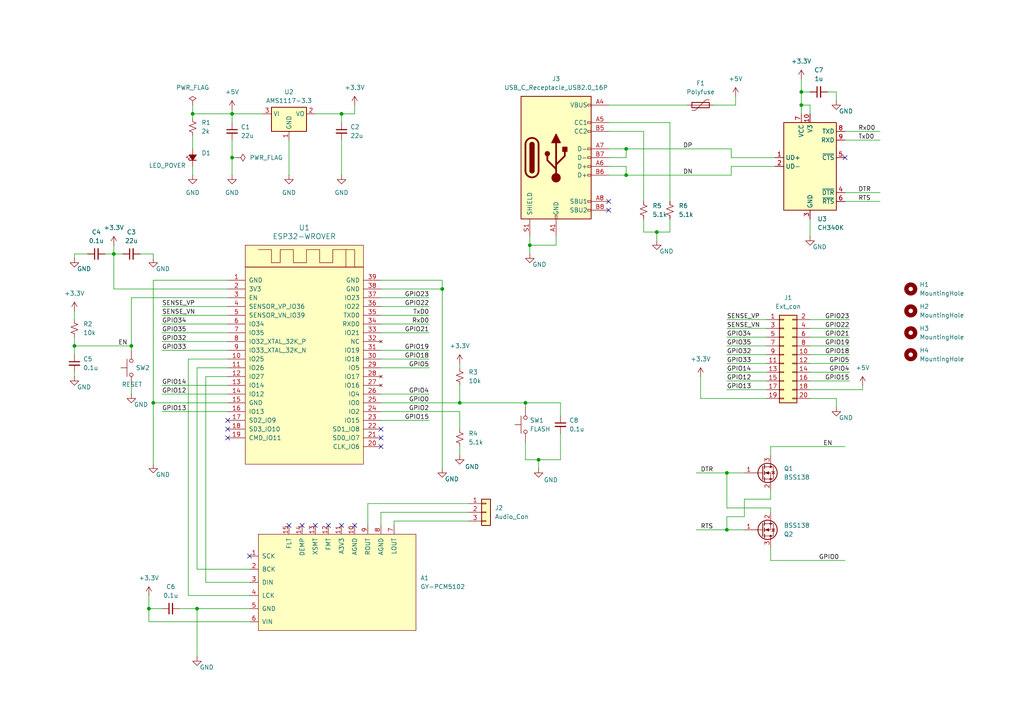
<source format=kicad_sch>
(kicad_sch
	(version 20250114)
	(generator "eeschema")
	(generator_version "9.0")
	(uuid "7b06d708-ba82-4658-ae6a-d5a90d9f2779")
	(paper "A4")
	(title_block
		(title "ESP32-WROVER+I2S DAC Bluetooth & AirPlay Receiver")
		(date "2025-05-18")
		(rev "1")
		(company "KUNI-NET")
		(comment 4 "squeezelite-esp32で動く基板")
	)
	(lib_symbols
		(symbol "Connector:USB_C_Receptacle_USB2.0_16P"
			(pin_names
				(offset 1.016)
			)
			(exclude_from_sim no)
			(in_bom yes)
			(on_board yes)
			(property "Reference" "J"
				(at 0 22.225 0)
				(effects
					(font
						(size 1.27 1.27)
					)
				)
			)
			(property "Value" "USB_C_Receptacle_USB2.0_16P"
				(at 0 19.685 0)
				(effects
					(font
						(size 1.27 1.27)
					)
				)
			)
			(property "Footprint" ""
				(at 3.81 0 0)
				(effects
					(font
						(size 1.27 1.27)
					)
					(hide yes)
				)
			)
			(property "Datasheet" "https://www.usb.org/sites/default/files/documents/usb_type-c.zip"
				(at 3.81 0 0)
				(effects
					(font
						(size 1.27 1.27)
					)
					(hide yes)
				)
			)
			(property "Description" "USB 2.0-only 16P Type-C Receptacle connector"
				(at 0 0 0)
				(effects
					(font
						(size 1.27 1.27)
					)
					(hide yes)
				)
			)
			(property "ki_keywords" "usb universal serial bus type-C USB2.0"
				(at 0 0 0)
				(effects
					(font
						(size 1.27 1.27)
					)
					(hide yes)
				)
			)
			(property "ki_fp_filters" "USB*C*Receptacle*"
				(at 0 0 0)
				(effects
					(font
						(size 1.27 1.27)
					)
					(hide yes)
				)
			)
			(symbol "USB_C_Receptacle_USB2.0_16P_0_0"
				(rectangle
					(start -0.254 -17.78)
					(end 0.254 -16.764)
					(stroke
						(width 0)
						(type default)
					)
					(fill
						(type none)
					)
				)
				(rectangle
					(start 10.16 15.494)
					(end 9.144 14.986)
					(stroke
						(width 0)
						(type default)
					)
					(fill
						(type none)
					)
				)
				(rectangle
					(start 10.16 10.414)
					(end 9.144 9.906)
					(stroke
						(width 0)
						(type default)
					)
					(fill
						(type none)
					)
				)
				(rectangle
					(start 10.16 7.874)
					(end 9.144 7.366)
					(stroke
						(width 0)
						(type default)
					)
					(fill
						(type none)
					)
				)
				(rectangle
					(start 10.16 2.794)
					(end 9.144 2.286)
					(stroke
						(width 0)
						(type default)
					)
					(fill
						(type none)
					)
				)
				(rectangle
					(start 10.16 0.254)
					(end 9.144 -0.254)
					(stroke
						(width 0)
						(type default)
					)
					(fill
						(type none)
					)
				)
				(rectangle
					(start 10.16 -2.286)
					(end 9.144 -2.794)
					(stroke
						(width 0)
						(type default)
					)
					(fill
						(type none)
					)
				)
				(rectangle
					(start 10.16 -4.826)
					(end 9.144 -5.334)
					(stroke
						(width 0)
						(type default)
					)
					(fill
						(type none)
					)
				)
				(rectangle
					(start 10.16 -12.446)
					(end 9.144 -12.954)
					(stroke
						(width 0)
						(type default)
					)
					(fill
						(type none)
					)
				)
				(rectangle
					(start 10.16 -14.986)
					(end 9.144 -15.494)
					(stroke
						(width 0)
						(type default)
					)
					(fill
						(type none)
					)
				)
			)
			(symbol "USB_C_Receptacle_USB2.0_16P_0_1"
				(rectangle
					(start -10.16 17.78)
					(end 10.16 -17.78)
					(stroke
						(width 0.254)
						(type default)
					)
					(fill
						(type background)
					)
				)
				(polyline
					(pts
						(xy -8.89 -3.81) (xy -8.89 3.81)
					)
					(stroke
						(width 0.508)
						(type default)
					)
					(fill
						(type none)
					)
				)
				(rectangle
					(start -7.62 -3.81)
					(end -6.35 3.81)
					(stroke
						(width 0.254)
						(type default)
					)
					(fill
						(type outline)
					)
				)
				(arc
					(start -7.62 3.81)
					(mid -6.985 4.4423)
					(end -6.35 3.81)
					(stroke
						(width 0.254)
						(type default)
					)
					(fill
						(type none)
					)
				)
				(arc
					(start -7.62 3.81)
					(mid -6.985 4.4423)
					(end -6.35 3.81)
					(stroke
						(width 0.254)
						(type default)
					)
					(fill
						(type outline)
					)
				)
				(arc
					(start -8.89 3.81)
					(mid -6.985 5.7067)
					(end -5.08 3.81)
					(stroke
						(width 0.508)
						(type default)
					)
					(fill
						(type none)
					)
				)
				(arc
					(start -5.08 -3.81)
					(mid -6.985 -5.7067)
					(end -8.89 -3.81)
					(stroke
						(width 0.508)
						(type default)
					)
					(fill
						(type none)
					)
				)
				(arc
					(start -6.35 -3.81)
					(mid -6.985 -4.4423)
					(end -7.62 -3.81)
					(stroke
						(width 0.254)
						(type default)
					)
					(fill
						(type none)
					)
				)
				(arc
					(start -6.35 -3.81)
					(mid -6.985 -4.4423)
					(end -7.62 -3.81)
					(stroke
						(width 0.254)
						(type default)
					)
					(fill
						(type outline)
					)
				)
				(polyline
					(pts
						(xy -5.08 3.81) (xy -5.08 -3.81)
					)
					(stroke
						(width 0.508)
						(type default)
					)
					(fill
						(type none)
					)
				)
				(circle
					(center -2.54 1.143)
					(radius 0.635)
					(stroke
						(width 0.254)
						(type default)
					)
					(fill
						(type outline)
					)
				)
				(polyline
					(pts
						(xy -1.27 4.318) (xy 0 6.858) (xy 1.27 4.318) (xy -1.27 4.318)
					)
					(stroke
						(width 0.254)
						(type default)
					)
					(fill
						(type outline)
					)
				)
				(polyline
					(pts
						(xy 0 -2.032) (xy 2.54 0.508) (xy 2.54 1.778)
					)
					(stroke
						(width 0.508)
						(type default)
					)
					(fill
						(type none)
					)
				)
				(polyline
					(pts
						(xy 0 -3.302) (xy -2.54 -0.762) (xy -2.54 0.508)
					)
					(stroke
						(width 0.508)
						(type default)
					)
					(fill
						(type none)
					)
				)
				(polyline
					(pts
						(xy 0 -5.842) (xy 0 4.318)
					)
					(stroke
						(width 0.508)
						(type default)
					)
					(fill
						(type none)
					)
				)
				(circle
					(center 0 -5.842)
					(radius 1.27)
					(stroke
						(width 0)
						(type default)
					)
					(fill
						(type outline)
					)
				)
				(rectangle
					(start 1.905 1.778)
					(end 3.175 3.048)
					(stroke
						(width 0.254)
						(type default)
					)
					(fill
						(type outline)
					)
				)
			)
			(symbol "USB_C_Receptacle_USB2.0_16P_1_1"
				(pin passive line
					(at -7.62 -22.86 90)
					(length 5.08)
					(name "SHIELD"
						(effects
							(font
								(size 1.27 1.27)
							)
						)
					)
					(number "S1"
						(effects
							(font
								(size 1.27 1.27)
							)
						)
					)
				)
				(pin passive line
					(at 0 -22.86 90)
					(length 5.08)
					(name "GND"
						(effects
							(font
								(size 1.27 1.27)
							)
						)
					)
					(number "A1"
						(effects
							(font
								(size 1.27 1.27)
							)
						)
					)
				)
				(pin passive line
					(at 0 -22.86 90)
					(length 5.08)
					(hide yes)
					(name "GND"
						(effects
							(font
								(size 1.27 1.27)
							)
						)
					)
					(number "A12"
						(effects
							(font
								(size 1.27 1.27)
							)
						)
					)
				)
				(pin passive line
					(at 0 -22.86 90)
					(length 5.08)
					(hide yes)
					(name "GND"
						(effects
							(font
								(size 1.27 1.27)
							)
						)
					)
					(number "B1"
						(effects
							(font
								(size 1.27 1.27)
							)
						)
					)
				)
				(pin passive line
					(at 0 -22.86 90)
					(length 5.08)
					(hide yes)
					(name "GND"
						(effects
							(font
								(size 1.27 1.27)
							)
						)
					)
					(number "B12"
						(effects
							(font
								(size 1.27 1.27)
							)
						)
					)
				)
				(pin passive line
					(at 15.24 15.24 180)
					(length 5.08)
					(name "VBUS"
						(effects
							(font
								(size 1.27 1.27)
							)
						)
					)
					(number "A4"
						(effects
							(font
								(size 1.27 1.27)
							)
						)
					)
				)
				(pin passive line
					(at 15.24 15.24 180)
					(length 5.08)
					(hide yes)
					(name "VBUS"
						(effects
							(font
								(size 1.27 1.27)
							)
						)
					)
					(number "A9"
						(effects
							(font
								(size 1.27 1.27)
							)
						)
					)
				)
				(pin passive line
					(at 15.24 15.24 180)
					(length 5.08)
					(hide yes)
					(name "VBUS"
						(effects
							(font
								(size 1.27 1.27)
							)
						)
					)
					(number "B4"
						(effects
							(font
								(size 1.27 1.27)
							)
						)
					)
				)
				(pin passive line
					(at 15.24 15.24 180)
					(length 5.08)
					(hide yes)
					(name "VBUS"
						(effects
							(font
								(size 1.27 1.27)
							)
						)
					)
					(number "B9"
						(effects
							(font
								(size 1.27 1.27)
							)
						)
					)
				)
				(pin bidirectional line
					(at 15.24 10.16 180)
					(length 5.08)
					(name "CC1"
						(effects
							(font
								(size 1.27 1.27)
							)
						)
					)
					(number "A5"
						(effects
							(font
								(size 1.27 1.27)
							)
						)
					)
				)
				(pin bidirectional line
					(at 15.24 7.62 180)
					(length 5.08)
					(name "CC2"
						(effects
							(font
								(size 1.27 1.27)
							)
						)
					)
					(number "B5"
						(effects
							(font
								(size 1.27 1.27)
							)
						)
					)
				)
				(pin bidirectional line
					(at 15.24 2.54 180)
					(length 5.08)
					(name "D-"
						(effects
							(font
								(size 1.27 1.27)
							)
						)
					)
					(number "A7"
						(effects
							(font
								(size 1.27 1.27)
							)
						)
					)
				)
				(pin bidirectional line
					(at 15.24 0 180)
					(length 5.08)
					(name "D-"
						(effects
							(font
								(size 1.27 1.27)
							)
						)
					)
					(number "B7"
						(effects
							(font
								(size 1.27 1.27)
							)
						)
					)
				)
				(pin bidirectional line
					(at 15.24 -2.54 180)
					(length 5.08)
					(name "D+"
						(effects
							(font
								(size 1.27 1.27)
							)
						)
					)
					(number "A6"
						(effects
							(font
								(size 1.27 1.27)
							)
						)
					)
				)
				(pin bidirectional line
					(at 15.24 -5.08 180)
					(length 5.08)
					(name "D+"
						(effects
							(font
								(size 1.27 1.27)
							)
						)
					)
					(number "B6"
						(effects
							(font
								(size 1.27 1.27)
							)
						)
					)
				)
				(pin bidirectional line
					(at 15.24 -12.7 180)
					(length 5.08)
					(name "SBU1"
						(effects
							(font
								(size 1.27 1.27)
							)
						)
					)
					(number "A8"
						(effects
							(font
								(size 1.27 1.27)
							)
						)
					)
				)
				(pin bidirectional line
					(at 15.24 -15.24 180)
					(length 5.08)
					(name "SBU2"
						(effects
							(font
								(size 1.27 1.27)
							)
						)
					)
					(number "B8"
						(effects
							(font
								(size 1.27 1.27)
							)
						)
					)
				)
			)
			(embedded_fonts no)
		)
		(symbol "Connector_Generic:Conn_01x03"
			(pin_names
				(offset 1.016)
				(hide yes)
			)
			(exclude_from_sim no)
			(in_bom yes)
			(on_board yes)
			(property "Reference" "J"
				(at 0 5.08 0)
				(effects
					(font
						(size 1.27 1.27)
					)
				)
			)
			(property "Value" "Conn_01x03"
				(at 0 -5.08 0)
				(effects
					(font
						(size 1.27 1.27)
					)
				)
			)
			(property "Footprint" ""
				(at 0 0 0)
				(effects
					(font
						(size 1.27 1.27)
					)
					(hide yes)
				)
			)
			(property "Datasheet" "~"
				(at 0 0 0)
				(effects
					(font
						(size 1.27 1.27)
					)
					(hide yes)
				)
			)
			(property "Description" "Generic connector, single row, 01x03, script generated (kicad-library-utils/schlib/autogen/connector/)"
				(at 0 0 0)
				(effects
					(font
						(size 1.27 1.27)
					)
					(hide yes)
				)
			)
			(property "ki_keywords" "connector"
				(at 0 0 0)
				(effects
					(font
						(size 1.27 1.27)
					)
					(hide yes)
				)
			)
			(property "ki_fp_filters" "Connector*:*_1x??_*"
				(at 0 0 0)
				(effects
					(font
						(size 1.27 1.27)
					)
					(hide yes)
				)
			)
			(symbol "Conn_01x03_1_1"
				(rectangle
					(start -1.27 3.81)
					(end 1.27 -3.81)
					(stroke
						(width 0.254)
						(type default)
					)
					(fill
						(type background)
					)
				)
				(rectangle
					(start -1.27 2.667)
					(end 0 2.413)
					(stroke
						(width 0.1524)
						(type default)
					)
					(fill
						(type none)
					)
				)
				(rectangle
					(start -1.27 0.127)
					(end 0 -0.127)
					(stroke
						(width 0.1524)
						(type default)
					)
					(fill
						(type none)
					)
				)
				(rectangle
					(start -1.27 -2.413)
					(end 0 -2.667)
					(stroke
						(width 0.1524)
						(type default)
					)
					(fill
						(type none)
					)
				)
				(pin passive line
					(at -5.08 2.54 0)
					(length 3.81)
					(name "Pin_1"
						(effects
							(font
								(size 1.27 1.27)
							)
						)
					)
					(number "1"
						(effects
							(font
								(size 1.27 1.27)
							)
						)
					)
				)
				(pin passive line
					(at -5.08 0 0)
					(length 3.81)
					(name "Pin_2"
						(effects
							(font
								(size 1.27 1.27)
							)
						)
					)
					(number "2"
						(effects
							(font
								(size 1.27 1.27)
							)
						)
					)
				)
				(pin passive line
					(at -5.08 -2.54 0)
					(length 3.81)
					(name "Pin_3"
						(effects
							(font
								(size 1.27 1.27)
							)
						)
					)
					(number "3"
						(effects
							(font
								(size 1.27 1.27)
							)
						)
					)
				)
			)
			(embedded_fonts no)
		)
		(symbol "Connector_Generic:Conn_02x10_Odd_Even"
			(pin_names
				(offset 1.016)
				(hide yes)
			)
			(exclude_from_sim no)
			(in_bom yes)
			(on_board yes)
			(property "Reference" "J"
				(at 1.27 12.7 0)
				(effects
					(font
						(size 1.27 1.27)
					)
				)
			)
			(property "Value" "Conn_02x10_Odd_Even"
				(at 1.27 -15.24 0)
				(effects
					(font
						(size 1.27 1.27)
					)
				)
			)
			(property "Footprint" ""
				(at 0 0 0)
				(effects
					(font
						(size 1.27 1.27)
					)
					(hide yes)
				)
			)
			(property "Datasheet" "~"
				(at 0 0 0)
				(effects
					(font
						(size 1.27 1.27)
					)
					(hide yes)
				)
			)
			(property "Description" "Generic connector, double row, 02x10, odd/even pin numbering scheme (row 1 odd numbers, row 2 even numbers), script generated (kicad-library-utils/schlib/autogen/connector/)"
				(at 0 0 0)
				(effects
					(font
						(size 1.27 1.27)
					)
					(hide yes)
				)
			)
			(property "ki_keywords" "connector"
				(at 0 0 0)
				(effects
					(font
						(size 1.27 1.27)
					)
					(hide yes)
				)
			)
			(property "ki_fp_filters" "Connector*:*_2x??_*"
				(at 0 0 0)
				(effects
					(font
						(size 1.27 1.27)
					)
					(hide yes)
				)
			)
			(symbol "Conn_02x10_Odd_Even_1_1"
				(rectangle
					(start -1.27 11.43)
					(end 3.81 -13.97)
					(stroke
						(width 0.254)
						(type default)
					)
					(fill
						(type background)
					)
				)
				(rectangle
					(start -1.27 10.287)
					(end 0 10.033)
					(stroke
						(width 0.1524)
						(type default)
					)
					(fill
						(type none)
					)
				)
				(rectangle
					(start -1.27 7.747)
					(end 0 7.493)
					(stroke
						(width 0.1524)
						(type default)
					)
					(fill
						(type none)
					)
				)
				(rectangle
					(start -1.27 5.207)
					(end 0 4.953)
					(stroke
						(width 0.1524)
						(type default)
					)
					(fill
						(type none)
					)
				)
				(rectangle
					(start -1.27 2.667)
					(end 0 2.413)
					(stroke
						(width 0.1524)
						(type default)
					)
					(fill
						(type none)
					)
				)
				(rectangle
					(start -1.27 0.127)
					(end 0 -0.127)
					(stroke
						(width 0.1524)
						(type default)
					)
					(fill
						(type none)
					)
				)
				(rectangle
					(start -1.27 -2.413)
					(end 0 -2.667)
					(stroke
						(width 0.1524)
						(type default)
					)
					(fill
						(type none)
					)
				)
				(rectangle
					(start -1.27 -4.953)
					(end 0 -5.207)
					(stroke
						(width 0.1524)
						(type default)
					)
					(fill
						(type none)
					)
				)
				(rectangle
					(start -1.27 -7.493)
					(end 0 -7.747)
					(stroke
						(width 0.1524)
						(type default)
					)
					(fill
						(type none)
					)
				)
				(rectangle
					(start -1.27 -10.033)
					(end 0 -10.287)
					(stroke
						(width 0.1524)
						(type default)
					)
					(fill
						(type none)
					)
				)
				(rectangle
					(start -1.27 -12.573)
					(end 0 -12.827)
					(stroke
						(width 0.1524)
						(type default)
					)
					(fill
						(type none)
					)
				)
				(rectangle
					(start 3.81 10.287)
					(end 2.54 10.033)
					(stroke
						(width 0.1524)
						(type default)
					)
					(fill
						(type none)
					)
				)
				(rectangle
					(start 3.81 7.747)
					(end 2.54 7.493)
					(stroke
						(width 0.1524)
						(type default)
					)
					(fill
						(type none)
					)
				)
				(rectangle
					(start 3.81 5.207)
					(end 2.54 4.953)
					(stroke
						(width 0.1524)
						(type default)
					)
					(fill
						(type none)
					)
				)
				(rectangle
					(start 3.81 2.667)
					(end 2.54 2.413)
					(stroke
						(width 0.1524)
						(type default)
					)
					(fill
						(type none)
					)
				)
				(rectangle
					(start 3.81 0.127)
					(end 2.54 -0.127)
					(stroke
						(width 0.1524)
						(type default)
					)
					(fill
						(type none)
					)
				)
				(rectangle
					(start 3.81 -2.413)
					(end 2.54 -2.667)
					(stroke
						(width 0.1524)
						(type default)
					)
					(fill
						(type none)
					)
				)
				(rectangle
					(start 3.81 -4.953)
					(end 2.54 -5.207)
					(stroke
						(width 0.1524)
						(type default)
					)
					(fill
						(type none)
					)
				)
				(rectangle
					(start 3.81 -7.493)
					(end 2.54 -7.747)
					(stroke
						(width 0.1524)
						(type default)
					)
					(fill
						(type none)
					)
				)
				(rectangle
					(start 3.81 -10.033)
					(end 2.54 -10.287)
					(stroke
						(width 0.1524)
						(type default)
					)
					(fill
						(type none)
					)
				)
				(rectangle
					(start 3.81 -12.573)
					(end 2.54 -12.827)
					(stroke
						(width 0.1524)
						(type default)
					)
					(fill
						(type none)
					)
				)
				(pin passive line
					(at -5.08 10.16 0)
					(length 3.81)
					(name "Pin_1"
						(effects
							(font
								(size 1.27 1.27)
							)
						)
					)
					(number "1"
						(effects
							(font
								(size 1.27 1.27)
							)
						)
					)
				)
				(pin passive line
					(at -5.08 7.62 0)
					(length 3.81)
					(name "Pin_3"
						(effects
							(font
								(size 1.27 1.27)
							)
						)
					)
					(number "3"
						(effects
							(font
								(size 1.27 1.27)
							)
						)
					)
				)
				(pin passive line
					(at -5.08 5.08 0)
					(length 3.81)
					(name "Pin_5"
						(effects
							(font
								(size 1.27 1.27)
							)
						)
					)
					(number "5"
						(effects
							(font
								(size 1.27 1.27)
							)
						)
					)
				)
				(pin passive line
					(at -5.08 2.54 0)
					(length 3.81)
					(name "Pin_7"
						(effects
							(font
								(size 1.27 1.27)
							)
						)
					)
					(number "7"
						(effects
							(font
								(size 1.27 1.27)
							)
						)
					)
				)
				(pin passive line
					(at -5.08 0 0)
					(length 3.81)
					(name "Pin_9"
						(effects
							(font
								(size 1.27 1.27)
							)
						)
					)
					(number "9"
						(effects
							(font
								(size 1.27 1.27)
							)
						)
					)
				)
				(pin passive line
					(at -5.08 -2.54 0)
					(length 3.81)
					(name "Pin_11"
						(effects
							(font
								(size 1.27 1.27)
							)
						)
					)
					(number "11"
						(effects
							(font
								(size 1.27 1.27)
							)
						)
					)
				)
				(pin passive line
					(at -5.08 -5.08 0)
					(length 3.81)
					(name "Pin_13"
						(effects
							(font
								(size 1.27 1.27)
							)
						)
					)
					(number "13"
						(effects
							(font
								(size 1.27 1.27)
							)
						)
					)
				)
				(pin passive line
					(at -5.08 -7.62 0)
					(length 3.81)
					(name "Pin_15"
						(effects
							(font
								(size 1.27 1.27)
							)
						)
					)
					(number "15"
						(effects
							(font
								(size 1.27 1.27)
							)
						)
					)
				)
				(pin passive line
					(at -5.08 -10.16 0)
					(length 3.81)
					(name "Pin_17"
						(effects
							(font
								(size 1.27 1.27)
							)
						)
					)
					(number "17"
						(effects
							(font
								(size 1.27 1.27)
							)
						)
					)
				)
				(pin passive line
					(at -5.08 -12.7 0)
					(length 3.81)
					(name "Pin_19"
						(effects
							(font
								(size 1.27 1.27)
							)
						)
					)
					(number "19"
						(effects
							(font
								(size 1.27 1.27)
							)
						)
					)
				)
				(pin passive line
					(at 7.62 10.16 180)
					(length 3.81)
					(name "Pin_2"
						(effects
							(font
								(size 1.27 1.27)
							)
						)
					)
					(number "2"
						(effects
							(font
								(size 1.27 1.27)
							)
						)
					)
				)
				(pin passive line
					(at 7.62 7.62 180)
					(length 3.81)
					(name "Pin_4"
						(effects
							(font
								(size 1.27 1.27)
							)
						)
					)
					(number "4"
						(effects
							(font
								(size 1.27 1.27)
							)
						)
					)
				)
				(pin passive line
					(at 7.62 5.08 180)
					(length 3.81)
					(name "Pin_6"
						(effects
							(font
								(size 1.27 1.27)
							)
						)
					)
					(number "6"
						(effects
							(font
								(size 1.27 1.27)
							)
						)
					)
				)
				(pin passive line
					(at 7.62 2.54 180)
					(length 3.81)
					(name "Pin_8"
						(effects
							(font
								(size 1.27 1.27)
							)
						)
					)
					(number "8"
						(effects
							(font
								(size 1.27 1.27)
							)
						)
					)
				)
				(pin passive line
					(at 7.62 0 180)
					(length 3.81)
					(name "Pin_10"
						(effects
							(font
								(size 1.27 1.27)
							)
						)
					)
					(number "10"
						(effects
							(font
								(size 1.27 1.27)
							)
						)
					)
				)
				(pin passive line
					(at 7.62 -2.54 180)
					(length 3.81)
					(name "Pin_12"
						(effects
							(font
								(size 1.27 1.27)
							)
						)
					)
					(number "12"
						(effects
							(font
								(size 1.27 1.27)
							)
						)
					)
				)
				(pin passive line
					(at 7.62 -5.08 180)
					(length 3.81)
					(name "Pin_14"
						(effects
							(font
								(size 1.27 1.27)
							)
						)
					)
					(number "14"
						(effects
							(font
								(size 1.27 1.27)
							)
						)
					)
				)
				(pin passive line
					(at 7.62 -7.62 180)
					(length 3.81)
					(name "Pin_16"
						(effects
							(font
								(size 1.27 1.27)
							)
						)
					)
					(number "16"
						(effects
							(font
								(size 1.27 1.27)
							)
						)
					)
				)
				(pin passive line
					(at 7.62 -10.16 180)
					(length 3.81)
					(name "Pin_18"
						(effects
							(font
								(size 1.27 1.27)
							)
						)
					)
					(number "18"
						(effects
							(font
								(size 1.27 1.27)
							)
						)
					)
				)
				(pin passive line
					(at 7.62 -12.7 180)
					(length 3.81)
					(name "Pin_20"
						(effects
							(font
								(size 1.27 1.27)
							)
						)
					)
					(number "20"
						(effects
							(font
								(size 1.27 1.27)
							)
						)
					)
				)
			)
			(embedded_fonts no)
		)
		(symbol "Device:C_Small"
			(pin_numbers
				(hide yes)
			)
			(pin_names
				(offset 0.254)
				(hide yes)
			)
			(exclude_from_sim no)
			(in_bom yes)
			(on_board yes)
			(property "Reference" "C"
				(at 0.254 1.778 0)
				(effects
					(font
						(size 1.27 1.27)
					)
					(justify left)
				)
			)
			(property "Value" "C_Small"
				(at 0.254 -2.032 0)
				(effects
					(font
						(size 1.27 1.27)
					)
					(justify left)
				)
			)
			(property "Footprint" ""
				(at 0 0 0)
				(effects
					(font
						(size 1.27 1.27)
					)
					(hide yes)
				)
			)
			(property "Datasheet" "~"
				(at 0 0 0)
				(effects
					(font
						(size 1.27 1.27)
					)
					(hide yes)
				)
			)
			(property "Description" "Unpolarized capacitor, small symbol"
				(at 0 0 0)
				(effects
					(font
						(size 1.27 1.27)
					)
					(hide yes)
				)
			)
			(property "ki_keywords" "capacitor cap"
				(at 0 0 0)
				(effects
					(font
						(size 1.27 1.27)
					)
					(hide yes)
				)
			)
			(property "ki_fp_filters" "C_*"
				(at 0 0 0)
				(effects
					(font
						(size 1.27 1.27)
					)
					(hide yes)
				)
			)
			(symbol "C_Small_0_1"
				(polyline
					(pts
						(xy -1.524 0.508) (xy 1.524 0.508)
					)
					(stroke
						(width 0.3048)
						(type default)
					)
					(fill
						(type none)
					)
				)
				(polyline
					(pts
						(xy -1.524 -0.508) (xy 1.524 -0.508)
					)
					(stroke
						(width 0.3302)
						(type default)
					)
					(fill
						(type none)
					)
				)
			)
			(symbol "C_Small_1_1"
				(pin passive line
					(at 0 2.54 270)
					(length 2.032)
					(name "~"
						(effects
							(font
								(size 1.27 1.27)
							)
						)
					)
					(number "1"
						(effects
							(font
								(size 1.27 1.27)
							)
						)
					)
				)
				(pin passive line
					(at 0 -2.54 90)
					(length 2.032)
					(name "~"
						(effects
							(font
								(size 1.27 1.27)
							)
						)
					)
					(number "2"
						(effects
							(font
								(size 1.27 1.27)
							)
						)
					)
				)
			)
			(embedded_fonts no)
		)
		(symbol "Device:LED_Small_Filled"
			(pin_numbers
				(hide yes)
			)
			(pin_names
				(offset 0.254)
				(hide yes)
			)
			(exclude_from_sim no)
			(in_bom yes)
			(on_board yes)
			(property "Reference" "D"
				(at -1.27 3.175 0)
				(effects
					(font
						(size 1.27 1.27)
					)
					(justify left)
				)
			)
			(property "Value" "LED_Small_Filled"
				(at -4.445 -2.54 0)
				(effects
					(font
						(size 1.27 1.27)
					)
					(justify left)
				)
			)
			(property "Footprint" ""
				(at 0 0 90)
				(effects
					(font
						(size 1.27 1.27)
					)
					(hide yes)
				)
			)
			(property "Datasheet" "~"
				(at 0 0 90)
				(effects
					(font
						(size 1.27 1.27)
					)
					(hide yes)
				)
			)
			(property "Description" "Light emitting diode, small symbol, filled shape"
				(at 0 0 0)
				(effects
					(font
						(size 1.27 1.27)
					)
					(hide yes)
				)
			)
			(property "Sim.Pins" "1=K 2=A"
				(at 0 0 0)
				(effects
					(font
						(size 1.27 1.27)
					)
					(hide yes)
				)
			)
			(property "ki_keywords" "LED diode light-emitting-diode"
				(at 0 0 0)
				(effects
					(font
						(size 1.27 1.27)
					)
					(hide yes)
				)
			)
			(property "ki_fp_filters" "LED* LED_SMD:* LED_THT:*"
				(at 0 0 0)
				(effects
					(font
						(size 1.27 1.27)
					)
					(hide yes)
				)
			)
			(symbol "LED_Small_Filled_0_1"
				(polyline
					(pts
						(xy -0.762 -1.016) (xy -0.762 1.016)
					)
					(stroke
						(width 0.254)
						(type default)
					)
					(fill
						(type none)
					)
				)
				(polyline
					(pts
						(xy 0 0.762) (xy -0.508 1.27) (xy -0.254 1.27) (xy -0.508 1.27) (xy -0.508 1.016)
					)
					(stroke
						(width 0)
						(type default)
					)
					(fill
						(type none)
					)
				)
				(polyline
					(pts
						(xy 0.508 1.27) (xy 0 1.778) (xy 0.254 1.778) (xy 0 1.778) (xy 0 1.524)
					)
					(stroke
						(width 0)
						(type default)
					)
					(fill
						(type none)
					)
				)
				(polyline
					(pts
						(xy 0.762 -1.016) (xy -0.762 0) (xy 0.762 1.016) (xy 0.762 -1.016)
					)
					(stroke
						(width 0.254)
						(type default)
					)
					(fill
						(type outline)
					)
				)
				(polyline
					(pts
						(xy 1.016 0) (xy -0.762 0)
					)
					(stroke
						(width 0)
						(type default)
					)
					(fill
						(type none)
					)
				)
			)
			(symbol "LED_Small_Filled_1_1"
				(pin passive line
					(at -2.54 0 0)
					(length 1.778)
					(name "K"
						(effects
							(font
								(size 1.27 1.27)
							)
						)
					)
					(number "1"
						(effects
							(font
								(size 1.27 1.27)
							)
						)
					)
				)
				(pin passive line
					(at 2.54 0 180)
					(length 1.778)
					(name "A"
						(effects
							(font
								(size 1.27 1.27)
							)
						)
					)
					(number "2"
						(effects
							(font
								(size 1.27 1.27)
							)
						)
					)
				)
			)
			(embedded_fonts no)
		)
		(symbol "Device:Polyfuse"
			(pin_numbers
				(hide yes)
			)
			(pin_names
				(offset 0)
			)
			(exclude_from_sim no)
			(in_bom yes)
			(on_board yes)
			(property "Reference" "F"
				(at -2.54 0 90)
				(effects
					(font
						(size 1.27 1.27)
					)
				)
			)
			(property "Value" "Polyfuse"
				(at 2.54 0 90)
				(effects
					(font
						(size 1.27 1.27)
					)
				)
			)
			(property "Footprint" ""
				(at 1.27 -5.08 0)
				(effects
					(font
						(size 1.27 1.27)
					)
					(justify left)
					(hide yes)
				)
			)
			(property "Datasheet" "~"
				(at 0 0 0)
				(effects
					(font
						(size 1.27 1.27)
					)
					(hide yes)
				)
			)
			(property "Description" "Resettable fuse, polymeric positive temperature coefficient"
				(at 0 0 0)
				(effects
					(font
						(size 1.27 1.27)
					)
					(hide yes)
				)
			)
			(property "ki_keywords" "resettable fuse PTC PPTC polyfuse polyswitch"
				(at 0 0 0)
				(effects
					(font
						(size 1.27 1.27)
					)
					(hide yes)
				)
			)
			(property "ki_fp_filters" "*polyfuse* *PTC*"
				(at 0 0 0)
				(effects
					(font
						(size 1.27 1.27)
					)
					(hide yes)
				)
			)
			(symbol "Polyfuse_0_1"
				(polyline
					(pts
						(xy -1.524 2.54) (xy -1.524 1.524) (xy 1.524 -1.524) (xy 1.524 -2.54)
					)
					(stroke
						(width 0)
						(type default)
					)
					(fill
						(type none)
					)
				)
				(rectangle
					(start -0.762 2.54)
					(end 0.762 -2.54)
					(stroke
						(width 0.254)
						(type default)
					)
					(fill
						(type none)
					)
				)
				(polyline
					(pts
						(xy 0 2.54) (xy 0 -2.54)
					)
					(stroke
						(width 0)
						(type default)
					)
					(fill
						(type none)
					)
				)
			)
			(symbol "Polyfuse_1_1"
				(pin passive line
					(at 0 3.81 270)
					(length 1.27)
					(name "~"
						(effects
							(font
								(size 1.27 1.27)
							)
						)
					)
					(number "1"
						(effects
							(font
								(size 1.27 1.27)
							)
						)
					)
				)
				(pin passive line
					(at 0 -3.81 90)
					(length 1.27)
					(name "~"
						(effects
							(font
								(size 1.27 1.27)
							)
						)
					)
					(number "2"
						(effects
							(font
								(size 1.27 1.27)
							)
						)
					)
				)
			)
			(embedded_fonts no)
		)
		(symbol "Device:R_Small_US"
			(pin_numbers
				(hide yes)
			)
			(pin_names
				(offset 0.254)
				(hide yes)
			)
			(exclude_from_sim no)
			(in_bom yes)
			(on_board yes)
			(property "Reference" "R"
				(at 0.762 0.508 0)
				(effects
					(font
						(size 1.27 1.27)
					)
					(justify left)
				)
			)
			(property "Value" "R_Small_US"
				(at 0.762 -1.016 0)
				(effects
					(font
						(size 1.27 1.27)
					)
					(justify left)
				)
			)
			(property "Footprint" ""
				(at 0 0 0)
				(effects
					(font
						(size 1.27 1.27)
					)
					(hide yes)
				)
			)
			(property "Datasheet" "~"
				(at 0 0 0)
				(effects
					(font
						(size 1.27 1.27)
					)
					(hide yes)
				)
			)
			(property "Description" "Resistor, small US symbol"
				(at 0 0 0)
				(effects
					(font
						(size 1.27 1.27)
					)
					(hide yes)
				)
			)
			(property "ki_keywords" "r resistor"
				(at 0 0 0)
				(effects
					(font
						(size 1.27 1.27)
					)
					(hide yes)
				)
			)
			(property "ki_fp_filters" "R_*"
				(at 0 0 0)
				(effects
					(font
						(size 1.27 1.27)
					)
					(hide yes)
				)
			)
			(symbol "R_Small_US_1_1"
				(polyline
					(pts
						(xy 0 1.524) (xy 1.016 1.143) (xy 0 0.762) (xy -1.016 0.381) (xy 0 0)
					)
					(stroke
						(width 0)
						(type default)
					)
					(fill
						(type none)
					)
				)
				(polyline
					(pts
						(xy 0 0) (xy 1.016 -0.381) (xy 0 -0.762) (xy -1.016 -1.143) (xy 0 -1.524)
					)
					(stroke
						(width 0)
						(type default)
					)
					(fill
						(type none)
					)
				)
				(pin passive line
					(at 0 2.54 270)
					(length 1.016)
					(name "~"
						(effects
							(font
								(size 1.27 1.27)
							)
						)
					)
					(number "1"
						(effects
							(font
								(size 1.27 1.27)
							)
						)
					)
				)
				(pin passive line
					(at 0 -2.54 90)
					(length 1.016)
					(name "~"
						(effects
							(font
								(size 1.27 1.27)
							)
						)
					)
					(number "2"
						(effects
							(font
								(size 1.27 1.27)
							)
						)
					)
				)
			)
			(embedded_fonts no)
		)
		(symbol "Interface_USB:CH340K"
			(exclude_from_sim no)
			(in_bom yes)
			(on_board yes)
			(property "Reference" "U"
				(at -6.858 13.97 0)
				(effects
					(font
						(size 1.27 1.27)
					)
					(justify left)
				)
			)
			(property "Value" "CH340K"
				(at 1.27 13.97 0)
				(effects
					(font
						(size 1.27 1.27)
					)
					(justify left)
				)
			)
			(property "Footprint" "Package_SO:SSOP-10-1EP_3.9x4.9mm_P1mm_EP2.1x3.3mm"
				(at 1.27 -13.97 0)
				(effects
					(font
						(size 1.27 1.27)
					)
					(justify left)
					(hide yes)
				)
			)
			(property "Datasheet" "https://cdn.sparkfun.com/assets/5/0/a/8/5/CH340DS1.PDF"
				(at -8.89 20.32 0)
				(effects
					(font
						(size 1.27 1.27)
					)
					(hide yes)
				)
			)
			(property "Description" "USB serial converter, UART, SSOP-10"
				(at 0 0 0)
				(effects
					(font
						(size 1.27 1.27)
					)
					(hide yes)
				)
			)
			(property "ki_keywords" "USB UART Serial Converter Interface"
				(at 0 0 0)
				(effects
					(font
						(size 1.27 1.27)
					)
					(hide yes)
				)
			)
			(property "ki_fp_filters" "SSOP*1EP*3.9x4.9mm*P1mm*"
				(at 0 0 0)
				(effects
					(font
						(size 1.27 1.27)
					)
					(hide yes)
				)
			)
			(symbol "CH340K_0_1"
				(rectangle
					(start -7.62 12.7)
					(end 7.62 -12.7)
					(stroke
						(width 0.254)
						(type default)
					)
					(fill
						(type background)
					)
				)
			)
			(symbol "CH340K_1_0"
				(pin passive line
					(at 0 -15.24 90)
					(length 2.54)
					(hide yes)
					(name "GND"
						(effects
							(font
								(size 1.27 1.27)
							)
						)
					)
					(number "11"
						(effects
							(font
								(size 1.27 1.27)
							)
						)
					)
				)
			)
			(symbol "CH340K_1_1"
				(pin bidirectional line
					(at -10.16 2.54 0)
					(length 2.54)
					(name "UD+"
						(effects
							(font
								(size 1.27 1.27)
							)
						)
					)
					(number "1"
						(effects
							(font
								(size 1.27 1.27)
							)
						)
					)
				)
				(pin bidirectional line
					(at -10.16 0 0)
					(length 2.54)
					(name "UD-"
						(effects
							(font
								(size 1.27 1.27)
							)
						)
					)
					(number "2"
						(effects
							(font
								(size 1.27 1.27)
							)
						)
					)
				)
				(pin power_in line
					(at -2.54 15.24 270)
					(length 2.54)
					(name "VCC"
						(effects
							(font
								(size 1.27 1.27)
							)
						)
					)
					(number "7"
						(effects
							(font
								(size 1.27 1.27)
							)
						)
					)
				)
				(pin passive line
					(at 0 15.24 270)
					(length 2.54)
					(name "V3"
						(effects
							(font
								(size 1.27 1.27)
							)
						)
					)
					(number "10"
						(effects
							(font
								(size 1.27 1.27)
							)
						)
					)
				)
				(pin power_in line
					(at 0 -15.24 90)
					(length 2.54)
					(name "GND"
						(effects
							(font
								(size 1.27 1.27)
							)
						)
					)
					(number "3"
						(effects
							(font
								(size 1.27 1.27)
							)
						)
					)
				)
				(pin output line
					(at 10.16 10.16 180)
					(length 2.54)
					(name "TXD"
						(effects
							(font
								(size 1.27 1.27)
							)
						)
					)
					(number "8"
						(effects
							(font
								(size 1.27 1.27)
							)
						)
					)
				)
				(pin input line
					(at 10.16 7.62 180)
					(length 2.54)
					(name "RXD"
						(effects
							(font
								(size 1.27 1.27)
							)
						)
					)
					(number "9"
						(effects
							(font
								(size 1.27 1.27)
							)
						)
					)
				)
				(pin input line
					(at 10.16 2.54 180)
					(length 2.54)
					(name "~{CTS}"
						(effects
							(font
								(size 1.27 1.27)
							)
						)
					)
					(number "5"
						(effects
							(font
								(size 1.27 1.27)
							)
						)
					)
				)
				(pin output line
					(at 10.16 -7.62 180)
					(length 2.54)
					(name "~{DTR}"
						(effects
							(font
								(size 1.27 1.27)
							)
						)
					)
					(number "4"
						(effects
							(font
								(size 1.27 1.27)
							)
						)
					)
				)
				(pin output line
					(at 10.16 -10.16 180)
					(length 2.54)
					(name "~{RTS}"
						(effects
							(font
								(size 1.27 1.27)
							)
						)
					)
					(number "6"
						(effects
							(font
								(size 1.27 1.27)
							)
						)
					)
				)
			)
			(embedded_fonts no)
		)
		(symbol "Mechanical:MountingHole"
			(pin_names
				(offset 1.016)
			)
			(exclude_from_sim yes)
			(in_bom no)
			(on_board yes)
			(property "Reference" "H"
				(at 0 5.08 0)
				(effects
					(font
						(size 1.27 1.27)
					)
				)
			)
			(property "Value" "MountingHole"
				(at 0 3.175 0)
				(effects
					(font
						(size 1.27 1.27)
					)
				)
			)
			(property "Footprint" ""
				(at 0 0 0)
				(effects
					(font
						(size 1.27 1.27)
					)
					(hide yes)
				)
			)
			(property "Datasheet" "~"
				(at 0 0 0)
				(effects
					(font
						(size 1.27 1.27)
					)
					(hide yes)
				)
			)
			(property "Description" "Mounting Hole without connection"
				(at 0 0 0)
				(effects
					(font
						(size 1.27 1.27)
					)
					(hide yes)
				)
			)
			(property "ki_keywords" "mounting hole"
				(at 0 0 0)
				(effects
					(font
						(size 1.27 1.27)
					)
					(hide yes)
				)
			)
			(property "ki_fp_filters" "MountingHole*"
				(at 0 0 0)
				(effects
					(font
						(size 1.27 1.27)
					)
					(hide yes)
				)
			)
			(symbol "MountingHole_0_1"
				(circle
					(center 0 0)
					(radius 1.27)
					(stroke
						(width 1.27)
						(type default)
					)
					(fill
						(type none)
					)
				)
			)
			(embedded_fonts no)
		)
		(symbol "Regulator_Linear:AMS1117-3.3"
			(exclude_from_sim no)
			(in_bom yes)
			(on_board yes)
			(property "Reference" "U"
				(at -3.81 3.175 0)
				(effects
					(font
						(size 1.27 1.27)
					)
				)
			)
			(property "Value" "AMS1117-3.3"
				(at 0 3.175 0)
				(effects
					(font
						(size 1.27 1.27)
					)
					(justify left)
				)
			)
			(property "Footprint" "Package_TO_SOT_SMD:SOT-223-3_TabPin2"
				(at 0 5.08 0)
				(effects
					(font
						(size 1.27 1.27)
					)
					(hide yes)
				)
			)
			(property "Datasheet" "http://www.advanced-monolithic.com/pdf/ds1117.pdf"
				(at 2.54 -6.35 0)
				(effects
					(font
						(size 1.27 1.27)
					)
					(hide yes)
				)
			)
			(property "Description" "1A Low Dropout regulator, positive, 3.3V fixed output, SOT-223"
				(at 0 0 0)
				(effects
					(font
						(size 1.27 1.27)
					)
					(hide yes)
				)
			)
			(property "ki_keywords" "linear regulator ldo fixed positive"
				(at 0 0 0)
				(effects
					(font
						(size 1.27 1.27)
					)
					(hide yes)
				)
			)
			(property "ki_fp_filters" "SOT?223*TabPin2*"
				(at 0 0 0)
				(effects
					(font
						(size 1.27 1.27)
					)
					(hide yes)
				)
			)
			(symbol "AMS1117-3.3_0_1"
				(rectangle
					(start -5.08 -5.08)
					(end 5.08 1.905)
					(stroke
						(width 0.254)
						(type default)
					)
					(fill
						(type background)
					)
				)
			)
			(symbol "AMS1117-3.3_1_1"
				(pin power_in line
					(at -7.62 0 0)
					(length 2.54)
					(name "VI"
						(effects
							(font
								(size 1.27 1.27)
							)
						)
					)
					(number "3"
						(effects
							(font
								(size 1.27 1.27)
							)
						)
					)
				)
				(pin power_in line
					(at 0 -7.62 90)
					(length 2.54)
					(name "GND"
						(effects
							(font
								(size 1.27 1.27)
							)
						)
					)
					(number "1"
						(effects
							(font
								(size 1.27 1.27)
							)
						)
					)
				)
				(pin power_out line
					(at 7.62 0 180)
					(length 2.54)
					(name "VO"
						(effects
							(font
								(size 1.27 1.27)
							)
						)
					)
					(number "2"
						(effects
							(font
								(size 1.27 1.27)
							)
						)
					)
				)
			)
			(embedded_fonts no)
		)
		(symbol "Switch:SW_Push"
			(pin_numbers
				(hide yes)
			)
			(pin_names
				(offset 1.016)
				(hide yes)
			)
			(exclude_from_sim no)
			(in_bom yes)
			(on_board yes)
			(property "Reference" "SW"
				(at 1.27 2.54 0)
				(effects
					(font
						(size 1.27 1.27)
					)
					(justify left)
				)
			)
			(property "Value" "SW_Push"
				(at 0 -1.524 0)
				(effects
					(font
						(size 1.27 1.27)
					)
				)
			)
			(property "Footprint" ""
				(at 0 5.08 0)
				(effects
					(font
						(size 1.27 1.27)
					)
					(hide yes)
				)
			)
			(property "Datasheet" "~"
				(at 0 5.08 0)
				(effects
					(font
						(size 1.27 1.27)
					)
					(hide yes)
				)
			)
			(property "Description" "Push button switch, generic, two pins"
				(at 0 0 0)
				(effects
					(font
						(size 1.27 1.27)
					)
					(hide yes)
				)
			)
			(property "ki_keywords" "switch normally-open pushbutton push-button"
				(at 0 0 0)
				(effects
					(font
						(size 1.27 1.27)
					)
					(hide yes)
				)
			)
			(symbol "SW_Push_0_1"
				(circle
					(center -2.032 0)
					(radius 0.508)
					(stroke
						(width 0)
						(type default)
					)
					(fill
						(type none)
					)
				)
				(polyline
					(pts
						(xy 0 1.27) (xy 0 3.048)
					)
					(stroke
						(width 0)
						(type default)
					)
					(fill
						(type none)
					)
				)
				(circle
					(center 2.032 0)
					(radius 0.508)
					(stroke
						(width 0)
						(type default)
					)
					(fill
						(type none)
					)
				)
				(polyline
					(pts
						(xy 2.54 1.27) (xy -2.54 1.27)
					)
					(stroke
						(width 0)
						(type default)
					)
					(fill
						(type none)
					)
				)
				(pin passive line
					(at -5.08 0 0)
					(length 2.54)
					(name "1"
						(effects
							(font
								(size 1.27 1.27)
							)
						)
					)
					(number "1"
						(effects
							(font
								(size 1.27 1.27)
							)
						)
					)
				)
				(pin passive line
					(at 5.08 0 180)
					(length 2.54)
					(name "2"
						(effects
							(font
								(size 1.27 1.27)
							)
						)
					)
					(number "2"
						(effects
							(font
								(size 1.27 1.27)
							)
						)
					)
				)
			)
			(embedded_fonts no)
		)
		(symbol "Transistor_FET:BSS138"
			(pin_names
				(hide yes)
			)
			(exclude_from_sim no)
			(in_bom yes)
			(on_board yes)
			(property "Reference" "Q"
				(at 5.08 1.905 0)
				(effects
					(font
						(size 1.27 1.27)
					)
					(justify left)
				)
			)
			(property "Value" "BSS138"
				(at 5.08 0 0)
				(effects
					(font
						(size 1.27 1.27)
					)
					(justify left)
				)
			)
			(property "Footprint" "Package_TO_SOT_SMD:SOT-23"
				(at 5.08 -1.905 0)
				(effects
					(font
						(size 1.27 1.27)
						(italic yes)
					)
					(justify left)
					(hide yes)
				)
			)
			(property "Datasheet" "https://www.onsemi.com/pub/Collateral/BSS138-D.PDF"
				(at 5.08 -3.81 0)
				(effects
					(font
						(size 1.27 1.27)
					)
					(justify left)
					(hide yes)
				)
			)
			(property "Description" "50V Vds, 0.22A Id, N-Channel MOSFET, SOT-23"
				(at 0 0 0)
				(effects
					(font
						(size 1.27 1.27)
					)
					(hide yes)
				)
			)
			(property "ki_keywords" "N-Channel MOSFET"
				(at 0 0 0)
				(effects
					(font
						(size 1.27 1.27)
					)
					(hide yes)
				)
			)
			(property "ki_fp_filters" "SOT?23*"
				(at 0 0 0)
				(effects
					(font
						(size 1.27 1.27)
					)
					(hide yes)
				)
			)
			(symbol "BSS138_0_1"
				(polyline
					(pts
						(xy 0.254 1.905) (xy 0.254 -1.905)
					)
					(stroke
						(width 0.254)
						(type default)
					)
					(fill
						(type none)
					)
				)
				(polyline
					(pts
						(xy 0.254 0) (xy -2.54 0)
					)
					(stroke
						(width 0)
						(type default)
					)
					(fill
						(type none)
					)
				)
				(polyline
					(pts
						(xy 0.762 2.286) (xy 0.762 1.27)
					)
					(stroke
						(width 0.254)
						(type default)
					)
					(fill
						(type none)
					)
				)
				(polyline
					(pts
						(xy 0.762 0.508) (xy 0.762 -0.508)
					)
					(stroke
						(width 0.254)
						(type default)
					)
					(fill
						(type none)
					)
				)
				(polyline
					(pts
						(xy 0.762 -1.27) (xy 0.762 -2.286)
					)
					(stroke
						(width 0.254)
						(type default)
					)
					(fill
						(type none)
					)
				)
				(polyline
					(pts
						(xy 0.762 -1.778) (xy 3.302 -1.778) (xy 3.302 1.778) (xy 0.762 1.778)
					)
					(stroke
						(width 0)
						(type default)
					)
					(fill
						(type none)
					)
				)
				(polyline
					(pts
						(xy 1.016 0) (xy 2.032 0.381) (xy 2.032 -0.381) (xy 1.016 0)
					)
					(stroke
						(width 0)
						(type default)
					)
					(fill
						(type outline)
					)
				)
				(circle
					(center 1.651 0)
					(radius 2.794)
					(stroke
						(width 0.254)
						(type default)
					)
					(fill
						(type none)
					)
				)
				(polyline
					(pts
						(xy 2.54 2.54) (xy 2.54 1.778)
					)
					(stroke
						(width 0)
						(type default)
					)
					(fill
						(type none)
					)
				)
				(circle
					(center 2.54 1.778)
					(radius 0.254)
					(stroke
						(width 0)
						(type default)
					)
					(fill
						(type outline)
					)
				)
				(circle
					(center 2.54 -1.778)
					(radius 0.254)
					(stroke
						(width 0)
						(type default)
					)
					(fill
						(type outline)
					)
				)
				(polyline
					(pts
						(xy 2.54 -2.54) (xy 2.54 0) (xy 0.762 0)
					)
					(stroke
						(width 0)
						(type default)
					)
					(fill
						(type none)
					)
				)
				(polyline
					(pts
						(xy 2.794 0.508) (xy 2.921 0.381) (xy 3.683 0.381) (xy 3.81 0.254)
					)
					(stroke
						(width 0)
						(type default)
					)
					(fill
						(type none)
					)
				)
				(polyline
					(pts
						(xy 3.302 0.381) (xy 2.921 -0.254) (xy 3.683 -0.254) (xy 3.302 0.381)
					)
					(stroke
						(width 0)
						(type default)
					)
					(fill
						(type none)
					)
				)
			)
			(symbol "BSS138_1_1"
				(pin input line
					(at -5.08 0 0)
					(length 2.54)
					(name "G"
						(effects
							(font
								(size 1.27 1.27)
							)
						)
					)
					(number "1"
						(effects
							(font
								(size 1.27 1.27)
							)
						)
					)
				)
				(pin passive line
					(at 2.54 5.08 270)
					(length 2.54)
					(name "D"
						(effects
							(font
								(size 1.27 1.27)
							)
						)
					)
					(number "3"
						(effects
							(font
								(size 1.27 1.27)
							)
						)
					)
				)
				(pin passive line
					(at 2.54 -5.08 90)
					(length 2.54)
					(name "S"
						(effects
							(font
								(size 1.27 1.27)
							)
						)
					)
					(number "2"
						(effects
							(font
								(size 1.27 1.27)
							)
						)
					)
				)
			)
			(embedded_fonts no)
		)
		(symbol "esp32-wrover:ESP32-WROVER"
			(pin_names
				(offset 1.016)
			)
			(exclude_from_sim no)
			(in_bom yes)
			(on_board yes)
			(property "Reference" "U"
				(at -15.24 -33.02 0)
				(effects
					(font
						(size 1.524 1.524)
					)
				)
			)
			(property "Value" "ESP32-WROVER"
				(at 6.35 -33.02 0)
				(effects
					(font
						(size 1.524 1.524)
					)
				)
			)
			(property "Footprint" ""
				(at 11.43 -7.62 0)
				(effects
					(font
						(size 1.524 1.524)
					)
					(hide yes)
				)
			)
			(property "Datasheet" ""
				(at 11.43 -7.62 0)
				(effects
					(font
						(size 1.524 1.524)
					)
					(hide yes)
				)
			)
			(property "Description" ""
				(at 0 0 0)
				(effects
					(font
						(size 1.27 1.27)
					)
					(hide yes)
				)
			)
			(symbol "ESP32-WROVER_0_1"
				(rectangle
					(start -17.78 29.21)
					(end 16.51 22.86)
					(stroke
						(width 0)
						(type solid)
					)
					(fill
						(type background)
					)
				)
				(rectangle
					(start -17.78 22.86)
					(end 16.51 -34.29)
					(stroke
						(width 0)
						(type solid)
					)
					(fill
						(type background)
					)
				)
				(polyline
					(pts
						(xy -13.97 27.94) (xy -10.16 27.94) (xy -10.16 24.13) (xy -7.62 24.13) (xy -7.62 27.94) (xy -3.81 27.94)
						(xy -3.81 24.13) (xy 0 24.13) (xy 0 27.94) (xy 3.81 27.94) (xy 3.81 24.13) (xy 7.62 24.13) (xy 7.62 27.94)
						(xy 11.43 27.94) (xy 11.43 22.86)
					)
					(stroke
						(width 0)
						(type solid)
					)
					(fill
						(type none)
					)
				)
				(polyline
					(pts
						(xy 11.43 27.94) (xy 13.97 27.94) (xy 13.97 22.86)
					)
					(stroke
						(width 0)
						(type solid)
					)
					(fill
						(type none)
					)
				)
			)
			(symbol "ESP32-WROVER_1_1"
				(pin power_in line
					(at -22.86 19.05 0)
					(length 5.08)
					(name "GND"
						(effects
							(font
								(size 1.27 1.27)
							)
						)
					)
					(number "1"
						(effects
							(font
								(size 1.27 1.27)
							)
						)
					)
				)
				(pin power_in line
					(at -22.86 16.51 0)
					(length 5.08)
					(name "3V3"
						(effects
							(font
								(size 1.27 1.27)
							)
						)
					)
					(number "2"
						(effects
							(font
								(size 1.27 1.27)
							)
						)
					)
				)
				(pin input line
					(at -22.86 13.97 0)
					(length 5.08)
					(name "EN"
						(effects
							(font
								(size 1.27 1.27)
							)
						)
					)
					(number "3"
						(effects
							(font
								(size 1.27 1.27)
							)
						)
					)
				)
				(pin input line
					(at -22.86 11.43 0)
					(length 5.08)
					(name "SENSOR_VP_IO36"
						(effects
							(font
								(size 1.27 1.27)
							)
						)
					)
					(number "4"
						(effects
							(font
								(size 1.27 1.27)
							)
						)
					)
				)
				(pin input line
					(at -22.86 8.89 0)
					(length 5.08)
					(name "SENSOR_VN_IO39"
						(effects
							(font
								(size 1.27 1.27)
							)
						)
					)
					(number "5"
						(effects
							(font
								(size 1.27 1.27)
							)
						)
					)
				)
				(pin input line
					(at -22.86 6.35 0)
					(length 5.08)
					(name "IO34"
						(effects
							(font
								(size 1.27 1.27)
							)
						)
					)
					(number "6"
						(effects
							(font
								(size 1.27 1.27)
							)
						)
					)
				)
				(pin input line
					(at -22.86 3.81 0)
					(length 5.08)
					(name "IO35"
						(effects
							(font
								(size 1.27 1.27)
							)
						)
					)
					(number "7"
						(effects
							(font
								(size 1.27 1.27)
							)
						)
					)
				)
				(pin bidirectional line
					(at -22.86 1.27 0)
					(length 5.08)
					(name "IO32_XTAL_32K_P"
						(effects
							(font
								(size 1.27 1.27)
							)
						)
					)
					(number "8"
						(effects
							(font
								(size 1.27 1.27)
							)
						)
					)
				)
				(pin bidirectional line
					(at -22.86 -1.27 0)
					(length 5.08)
					(name "IO33_XTAL_32K_N"
						(effects
							(font
								(size 1.27 1.27)
							)
						)
					)
					(number "9"
						(effects
							(font
								(size 1.27 1.27)
							)
						)
					)
				)
				(pin bidirectional line
					(at -22.86 -3.81 0)
					(length 5.08)
					(name "IO25"
						(effects
							(font
								(size 1.27 1.27)
							)
						)
					)
					(number "10"
						(effects
							(font
								(size 1.27 1.27)
							)
						)
					)
				)
				(pin bidirectional line
					(at -22.86 -6.35 0)
					(length 5.08)
					(name "IO26"
						(effects
							(font
								(size 1.27 1.27)
							)
						)
					)
					(number "11"
						(effects
							(font
								(size 1.27 1.27)
							)
						)
					)
				)
				(pin bidirectional line
					(at -22.86 -8.89 0)
					(length 5.08)
					(name "IO27"
						(effects
							(font
								(size 1.27 1.27)
							)
						)
					)
					(number "12"
						(effects
							(font
								(size 1.27 1.27)
							)
						)
					)
				)
				(pin bidirectional line
					(at -22.86 -11.43 0)
					(length 5.08)
					(name "IO14"
						(effects
							(font
								(size 1.27 1.27)
							)
						)
					)
					(number "13"
						(effects
							(font
								(size 1.27 1.27)
							)
						)
					)
				)
				(pin bidirectional line
					(at -22.86 -13.97 0)
					(length 5.08)
					(name "IO12"
						(effects
							(font
								(size 1.27 1.27)
							)
						)
					)
					(number "14"
						(effects
							(font
								(size 1.27 1.27)
							)
						)
					)
				)
				(pin power_in line
					(at -22.86 -16.51 0)
					(length 5.08)
					(name "GND"
						(effects
							(font
								(size 1.27 1.27)
							)
						)
					)
					(number "15"
						(effects
							(font
								(size 1.27 1.27)
							)
						)
					)
				)
				(pin bidirectional line
					(at -22.86 -19.05 0)
					(length 5.08)
					(name "IO13"
						(effects
							(font
								(size 1.27 1.27)
							)
						)
					)
					(number "16"
						(effects
							(font
								(size 1.27 1.27)
							)
						)
					)
				)
				(pin bidirectional line
					(at -22.86 -21.59 0)
					(length 5.08)
					(name "SD2_IO9"
						(effects
							(font
								(size 1.27 1.27)
							)
						)
					)
					(number "17"
						(effects
							(font
								(size 1.27 1.27)
							)
						)
					)
				)
				(pin bidirectional line
					(at -22.86 -24.13 0)
					(length 5.08)
					(name "SD3_IO10"
						(effects
							(font
								(size 1.27 1.27)
							)
						)
					)
					(number "18"
						(effects
							(font
								(size 1.27 1.27)
							)
						)
					)
				)
				(pin bidirectional line
					(at -22.86 -26.67 0)
					(length 5.08)
					(name "CMD_IO11"
						(effects
							(font
								(size 1.27 1.27)
							)
						)
					)
					(number "19"
						(effects
							(font
								(size 1.27 1.27)
							)
						)
					)
				)
				(pin power_in line
					(at 21.59 19.05 180)
					(length 5.08)
					(name "GND"
						(effects
							(font
								(size 1.27 1.27)
							)
						)
					)
					(number "39"
						(effects
							(font
								(size 1.27 1.27)
							)
						)
					)
				)
				(pin power_in line
					(at 21.59 16.51 180)
					(length 5.08)
					(name "GND"
						(effects
							(font
								(size 1.27 1.27)
							)
						)
					)
					(number "38"
						(effects
							(font
								(size 1.27 1.27)
							)
						)
					)
				)
				(pin bidirectional line
					(at 21.59 13.97 180)
					(length 5.08)
					(name "IO23"
						(effects
							(font
								(size 1.27 1.27)
							)
						)
					)
					(number "37"
						(effects
							(font
								(size 1.27 1.27)
							)
						)
					)
				)
				(pin bidirectional line
					(at 21.59 11.43 180)
					(length 5.08)
					(name "IO22"
						(effects
							(font
								(size 1.27 1.27)
							)
						)
					)
					(number "36"
						(effects
							(font
								(size 1.27 1.27)
							)
						)
					)
				)
				(pin output line
					(at 21.59 8.89 180)
					(length 5.08)
					(name "TXD0"
						(effects
							(font
								(size 1.27 1.27)
							)
						)
					)
					(number "35"
						(effects
							(font
								(size 1.27 1.27)
							)
						)
					)
				)
				(pin input line
					(at 21.59 6.35 180)
					(length 5.08)
					(name "RXD0"
						(effects
							(font
								(size 1.27 1.27)
							)
						)
					)
					(number "34"
						(effects
							(font
								(size 1.27 1.27)
							)
						)
					)
				)
				(pin bidirectional line
					(at 21.59 3.81 180)
					(length 5.08)
					(name "IO21"
						(effects
							(font
								(size 1.27 1.27)
							)
						)
					)
					(number "33"
						(effects
							(font
								(size 1.27 1.27)
							)
						)
					)
				)
				(pin no_connect line
					(at 21.59 1.27 180)
					(length 5.08)
					(name "NC"
						(effects
							(font
								(size 1.27 1.27)
							)
						)
					)
					(number "32"
						(effects
							(font
								(size 1.27 1.27)
							)
						)
					)
				)
				(pin bidirectional line
					(at 21.59 -1.27 180)
					(length 5.08)
					(name "IO19"
						(effects
							(font
								(size 1.27 1.27)
							)
						)
					)
					(number "31"
						(effects
							(font
								(size 1.27 1.27)
							)
						)
					)
				)
				(pin bidirectional line
					(at 21.59 -3.81 180)
					(length 5.08)
					(name "IO18"
						(effects
							(font
								(size 1.27 1.27)
							)
						)
					)
					(number "30"
						(effects
							(font
								(size 1.27 1.27)
							)
						)
					)
				)
				(pin bidirectional line
					(at 21.59 -6.35 180)
					(length 5.08)
					(name "IO5"
						(effects
							(font
								(size 1.27 1.27)
							)
						)
					)
					(number "29"
						(effects
							(font
								(size 1.27 1.27)
							)
						)
					)
				)
				(pin no_connect line
					(at 21.59 -8.89 180)
					(length 5.08)
					(name "IO17"
						(effects
							(font
								(size 1.27 1.27)
							)
						)
					)
					(number "28"
						(effects
							(font
								(size 1.27 1.27)
							)
						)
					)
				)
				(pin no_connect line
					(at 21.59 -11.43 180)
					(length 5.08)
					(name "IO16"
						(effects
							(font
								(size 1.27 1.27)
							)
						)
					)
					(number "27"
						(effects
							(font
								(size 1.27 1.27)
							)
						)
					)
				)
				(pin bidirectional line
					(at 21.59 -13.97 180)
					(length 5.08)
					(name "IO4"
						(effects
							(font
								(size 1.27 1.27)
							)
						)
					)
					(number "26"
						(effects
							(font
								(size 1.27 1.27)
							)
						)
					)
				)
				(pin bidirectional line
					(at 21.59 -16.51 180)
					(length 5.08)
					(name "IO0"
						(effects
							(font
								(size 1.27 1.27)
							)
						)
					)
					(number "25"
						(effects
							(font
								(size 1.27 1.27)
							)
						)
					)
				)
				(pin bidirectional line
					(at 21.59 -19.05 180)
					(length 5.08)
					(name "IO2"
						(effects
							(font
								(size 1.27 1.27)
							)
						)
					)
					(number "24"
						(effects
							(font
								(size 1.27 1.27)
							)
						)
					)
				)
				(pin bidirectional line
					(at 21.59 -21.59 180)
					(length 5.08)
					(name "IO15"
						(effects
							(font
								(size 1.27 1.27)
							)
						)
					)
					(number "23"
						(effects
							(font
								(size 1.27 1.27)
							)
						)
					)
				)
				(pin bidirectional line
					(at 21.59 -24.13 180)
					(length 5.08)
					(name "SD1_IO8"
						(effects
							(font
								(size 1.27 1.27)
							)
						)
					)
					(number "22"
						(effects
							(font
								(size 1.27 1.27)
							)
						)
					)
				)
				(pin bidirectional line
					(at 21.59 -26.67 180)
					(length 5.08)
					(name "SD0_IO7"
						(effects
							(font
								(size 1.27 1.27)
							)
						)
					)
					(number "21"
						(effects
							(font
								(size 1.27 1.27)
							)
						)
					)
				)
				(pin bidirectional line
					(at 21.59 -29.21 180)
					(length 5.08)
					(name "CLK_IO6"
						(effects
							(font
								(size 1.27 1.27)
							)
						)
					)
					(number "20"
						(effects
							(font
								(size 1.27 1.27)
							)
						)
					)
				)
			)
			(embedded_fonts no)
		)
		(symbol "gy-pcm5102:GY-PCM5102"
			(pin_names
				(offset 1.016)
			)
			(exclude_from_sim no)
			(in_bom yes)
			(on_board yes)
			(property "Reference" "A"
				(at -21.59 15.24 0)
				(effects
					(font
						(size 1.27 1.27)
					)
				)
			)
			(property "Value" "GY-PCM5102"
				(at 3.81 -5.08 0)
				(effects
					(font
						(size 1.27 1.27)
					)
				)
			)
			(property "Footprint" ""
				(at -17.78 -2.54 0)
				(effects
					(font
						(size 1.27 1.27)
					)
					(hide yes)
				)
			)
			(property "Datasheet" ""
				(at -17.78 -2.54 0)
				(effects
					(font
						(size 1.27 1.27)
					)
					(hide yes)
				)
			)
			(property "Description" ""
				(at 0 0 0)
				(effects
					(font
						(size 1.27 1.27)
					)
					(hide yes)
				)
			)
			(symbol "GY-PCM5102_0_1"
				(rectangle
					(start -22.86 13.97)
					(end 22.86 -13.97)
					(stroke
						(width 0)
						(type solid)
					)
					(fill
						(type background)
					)
				)
			)
			(symbol "GY-PCM5102_1_1"
				(pin input line
					(at -25.4 7.62 0)
					(length 2.54)
					(name "SCK"
						(effects
							(font
								(size 1.27 1.27)
							)
						)
					)
					(number "1"
						(effects
							(font
								(size 1.27 1.27)
							)
						)
					)
				)
				(pin input line
					(at -25.4 3.81 0)
					(length 2.54)
					(name "BCK"
						(effects
							(font
								(size 1.27 1.27)
							)
						)
					)
					(number "2"
						(effects
							(font
								(size 1.27 1.27)
							)
						)
					)
				)
				(pin input line
					(at -25.4 0 0)
					(length 2.54)
					(name "DIN"
						(effects
							(font
								(size 1.27 1.27)
							)
						)
					)
					(number "3"
						(effects
							(font
								(size 1.27 1.27)
							)
						)
					)
				)
				(pin input line
					(at -25.4 -3.81 0)
					(length 2.54)
					(name "LCK"
						(effects
							(font
								(size 1.27 1.27)
							)
						)
					)
					(number "4"
						(effects
							(font
								(size 1.27 1.27)
							)
						)
					)
				)
				(pin power_in line
					(at -25.4 -7.62 0)
					(length 2.54)
					(name "GND"
						(effects
							(font
								(size 1.27 1.27)
							)
						)
					)
					(number "5"
						(effects
							(font
								(size 1.27 1.27)
							)
						)
					)
				)
				(pin power_in line
					(at -25.4 -11.43 0)
					(length 2.54)
					(name "VIN"
						(effects
							(font
								(size 1.27 1.27)
							)
						)
					)
					(number "6"
						(effects
							(font
								(size 1.27 1.27)
							)
						)
					)
				)
				(pin input line
					(at -13.97 16.51 270)
					(length 2.54)
					(name "FLT"
						(effects
							(font
								(size 1.27 1.27)
							)
						)
					)
					(number "15"
						(effects
							(font
								(size 1.27 1.27)
							)
						)
					)
				)
				(pin input line
					(at -10.16 16.51 270)
					(length 2.54)
					(name "DEMP"
						(effects
							(font
								(size 1.27 1.27)
							)
						)
					)
					(number "14"
						(effects
							(font
								(size 1.27 1.27)
							)
						)
					)
				)
				(pin input line
					(at -6.35 16.51 270)
					(length 2.54)
					(name "XSMT"
						(effects
							(font
								(size 1.27 1.27)
							)
						)
					)
					(number "13"
						(effects
							(font
								(size 1.27 1.27)
							)
						)
					)
				)
				(pin input line
					(at -2.54 16.51 270)
					(length 2.54)
					(name "FMT"
						(effects
							(font
								(size 1.27 1.27)
							)
						)
					)
					(number "12"
						(effects
							(font
								(size 1.27 1.27)
							)
						)
					)
				)
				(pin power_out line
					(at 1.27 16.51 270)
					(length 2.54)
					(name "A3V3"
						(effects
							(font
								(size 1.27 1.27)
							)
						)
					)
					(number "11"
						(effects
							(font
								(size 1.27 1.27)
							)
						)
					)
				)
				(pin passive line
					(at 5.08 16.51 270)
					(length 2.54)
					(name "AGND"
						(effects
							(font
								(size 1.27 1.27)
							)
						)
					)
					(number "10"
						(effects
							(font
								(size 1.27 1.27)
							)
						)
					)
				)
				(pin output line
					(at 8.89 16.51 270)
					(length 2.54)
					(name "ROUT"
						(effects
							(font
								(size 1.27 1.27)
							)
						)
					)
					(number "9"
						(effects
							(font
								(size 1.27 1.27)
							)
						)
					)
				)
				(pin passive line
					(at 12.7 16.51 270)
					(length 2.54)
					(name "AGND"
						(effects
							(font
								(size 1.27 1.27)
							)
						)
					)
					(number "8"
						(effects
							(font
								(size 1.27 1.27)
							)
						)
					)
				)
				(pin output line
					(at 16.51 16.51 270)
					(length 2.54)
					(name "LOUT"
						(effects
							(font
								(size 1.27 1.27)
							)
						)
					)
					(number "7"
						(effects
							(font
								(size 1.27 1.27)
							)
						)
					)
				)
			)
			(embedded_fonts no)
		)
		(symbol "power:+3.3V"
			(power)
			(pin_numbers
				(hide yes)
			)
			(pin_names
				(offset 0)
				(hide yes)
			)
			(exclude_from_sim no)
			(in_bom yes)
			(on_board yes)
			(property "Reference" "#PWR"
				(at 0 -3.81 0)
				(effects
					(font
						(size 1.27 1.27)
					)
					(hide yes)
				)
			)
			(property "Value" "+3.3V"
				(at 0 3.556 0)
				(effects
					(font
						(size 1.27 1.27)
					)
				)
			)
			(property "Footprint" ""
				(at 0 0 0)
				(effects
					(font
						(size 1.27 1.27)
					)
					(hide yes)
				)
			)
			(property "Datasheet" ""
				(at 0 0 0)
				(effects
					(font
						(size 1.27 1.27)
					)
					(hide yes)
				)
			)
			(property "Description" "Power symbol creates a global label with name \"+3.3V\""
				(at 0 0 0)
				(effects
					(font
						(size 1.27 1.27)
					)
					(hide yes)
				)
			)
			(property "ki_keywords" "global power"
				(at 0 0 0)
				(effects
					(font
						(size 1.27 1.27)
					)
					(hide yes)
				)
			)
			(symbol "+3.3V_0_1"
				(polyline
					(pts
						(xy -0.762 1.27) (xy 0 2.54)
					)
					(stroke
						(width 0)
						(type default)
					)
					(fill
						(type none)
					)
				)
				(polyline
					(pts
						(xy 0 2.54) (xy 0.762 1.27)
					)
					(stroke
						(width 0)
						(type default)
					)
					(fill
						(type none)
					)
				)
				(polyline
					(pts
						(xy 0 0) (xy 0 2.54)
					)
					(stroke
						(width 0)
						(type default)
					)
					(fill
						(type none)
					)
				)
			)
			(symbol "+3.3V_1_1"
				(pin power_in line
					(at 0 0 90)
					(length 0)
					(name "~"
						(effects
							(font
								(size 1.27 1.27)
							)
						)
					)
					(number "1"
						(effects
							(font
								(size 1.27 1.27)
							)
						)
					)
				)
			)
			(embedded_fonts no)
		)
		(symbol "power:+5V"
			(power)
			(pin_numbers
				(hide yes)
			)
			(pin_names
				(offset 0)
				(hide yes)
			)
			(exclude_from_sim no)
			(in_bom yes)
			(on_board yes)
			(property "Reference" "#PWR"
				(at 0 -3.81 0)
				(effects
					(font
						(size 1.27 1.27)
					)
					(hide yes)
				)
			)
			(property "Value" "+5V"
				(at 0 3.556 0)
				(effects
					(font
						(size 1.27 1.27)
					)
				)
			)
			(property "Footprint" ""
				(at 0 0 0)
				(effects
					(font
						(size 1.27 1.27)
					)
					(hide yes)
				)
			)
			(property "Datasheet" ""
				(at 0 0 0)
				(effects
					(font
						(size 1.27 1.27)
					)
					(hide yes)
				)
			)
			(property "Description" "Power symbol creates a global label with name \"+5V\""
				(at 0 0 0)
				(effects
					(font
						(size 1.27 1.27)
					)
					(hide yes)
				)
			)
			(property "ki_keywords" "global power"
				(at 0 0 0)
				(effects
					(font
						(size 1.27 1.27)
					)
					(hide yes)
				)
			)
			(symbol "+5V_0_1"
				(polyline
					(pts
						(xy -0.762 1.27) (xy 0 2.54)
					)
					(stroke
						(width 0)
						(type default)
					)
					(fill
						(type none)
					)
				)
				(polyline
					(pts
						(xy 0 2.54) (xy 0.762 1.27)
					)
					(stroke
						(width 0)
						(type default)
					)
					(fill
						(type none)
					)
				)
				(polyline
					(pts
						(xy 0 0) (xy 0 2.54)
					)
					(stroke
						(width 0)
						(type default)
					)
					(fill
						(type none)
					)
				)
			)
			(symbol "+5V_1_1"
				(pin power_in line
					(at 0 0 90)
					(length 0)
					(name "~"
						(effects
							(font
								(size 1.27 1.27)
							)
						)
					)
					(number "1"
						(effects
							(font
								(size 1.27 1.27)
							)
						)
					)
				)
			)
			(embedded_fonts no)
		)
		(symbol "power:GND"
			(power)
			(pin_numbers
				(hide yes)
			)
			(pin_names
				(offset 0)
				(hide yes)
			)
			(exclude_from_sim no)
			(in_bom yes)
			(on_board yes)
			(property "Reference" "#PWR"
				(at 0 -6.35 0)
				(effects
					(font
						(size 1.27 1.27)
					)
					(hide yes)
				)
			)
			(property "Value" "GND"
				(at 0 -3.81 0)
				(effects
					(font
						(size 1.27 1.27)
					)
				)
			)
			(property "Footprint" ""
				(at 0 0 0)
				(effects
					(font
						(size 1.27 1.27)
					)
					(hide yes)
				)
			)
			(property "Datasheet" ""
				(at 0 0 0)
				(effects
					(font
						(size 1.27 1.27)
					)
					(hide yes)
				)
			)
			(property "Description" "Power symbol creates a global label with name \"GND\" , ground"
				(at 0 0 0)
				(effects
					(font
						(size 1.27 1.27)
					)
					(hide yes)
				)
			)
			(property "ki_keywords" "global power"
				(at 0 0 0)
				(effects
					(font
						(size 1.27 1.27)
					)
					(hide yes)
				)
			)
			(symbol "GND_0_1"
				(polyline
					(pts
						(xy 0 0) (xy 0 -1.27) (xy 1.27 -1.27) (xy 0 -2.54) (xy -1.27 -1.27) (xy 0 -1.27)
					)
					(stroke
						(width 0)
						(type default)
					)
					(fill
						(type none)
					)
				)
			)
			(symbol "GND_1_1"
				(pin power_in line
					(at 0 0 270)
					(length 0)
					(name "~"
						(effects
							(font
								(size 1.27 1.27)
							)
						)
					)
					(number "1"
						(effects
							(font
								(size 1.27 1.27)
							)
						)
					)
				)
			)
			(embedded_fonts no)
		)
		(symbol "power:PWR_FLAG"
			(power)
			(pin_numbers
				(hide yes)
			)
			(pin_names
				(offset 0)
				(hide yes)
			)
			(exclude_from_sim no)
			(in_bom yes)
			(on_board yes)
			(property "Reference" "#FLG"
				(at 0 1.905 0)
				(effects
					(font
						(size 1.27 1.27)
					)
					(hide yes)
				)
			)
			(property "Value" "PWR_FLAG"
				(at 0 3.81 0)
				(effects
					(font
						(size 1.27 1.27)
					)
				)
			)
			(property "Footprint" ""
				(at 0 0 0)
				(effects
					(font
						(size 1.27 1.27)
					)
					(hide yes)
				)
			)
			(property "Datasheet" "~"
				(at 0 0 0)
				(effects
					(font
						(size 1.27 1.27)
					)
					(hide yes)
				)
			)
			(property "Description" "Special symbol for telling ERC where power comes from"
				(at 0 0 0)
				(effects
					(font
						(size 1.27 1.27)
					)
					(hide yes)
				)
			)
			(property "ki_keywords" "flag power"
				(at 0 0 0)
				(effects
					(font
						(size 1.27 1.27)
					)
					(hide yes)
				)
			)
			(symbol "PWR_FLAG_0_0"
				(pin power_out line
					(at 0 0 90)
					(length 0)
					(name "~"
						(effects
							(font
								(size 1.27 1.27)
							)
						)
					)
					(number "1"
						(effects
							(font
								(size 1.27 1.27)
							)
						)
					)
				)
			)
			(symbol "PWR_FLAG_0_1"
				(polyline
					(pts
						(xy 0 0) (xy 0 1.27) (xy -1.016 1.905) (xy 0 2.54) (xy 1.016 1.905) (xy 0 1.27)
					)
					(stroke
						(width 0)
						(type default)
					)
					(fill
						(type none)
					)
				)
			)
			(embedded_fonts no)
		)
	)
	(junction
		(at 153.67 71.12)
		(diameter 0)
		(color 0 0 0 0)
		(uuid "04bb184f-c2c6-42c0-9507-5c037384d1fe")
	)
	(junction
		(at 67.31 33.02)
		(diameter 0)
		(color 0 0 0 0)
		(uuid "0bbdabb5-2e07-40ce-b041-0450b25fa5d8")
	)
	(junction
		(at 156.21 133.35)
		(diameter 0)
		(color 0 0 0 0)
		(uuid "133d50a8-9e74-4b67-91ce-e971c5b85f0d")
	)
	(junction
		(at 57.15 176.53)
		(diameter 0)
		(color 0 0 0 0)
		(uuid "15570860-8763-44b6-a0e4-327cac4a2a0b")
	)
	(junction
		(at 128.27 83.82)
		(diameter 0)
		(color 0 0 0 0)
		(uuid "18f769e5-2903-4a09-b645-7821472acf51")
	)
	(junction
		(at 133.35 116.84)
		(diameter 0)
		(color 0 0 0 0)
		(uuid "1e9954e6-00d1-4fec-9674-993cfe07bf49")
	)
	(junction
		(at 152.4 116.84)
		(diameter 0)
		(color 0 0 0 0)
		(uuid "528962aa-51bb-4220-aa4d-057ddb839dd5")
	)
	(junction
		(at 190.5 67.31)
		(diameter 0)
		(color 0 0 0 0)
		(uuid "74a085d1-672a-4619-b6b8-02f2fee4dfed")
	)
	(junction
		(at 38.1 100.33)
		(diameter 0)
		(color 0 0 0 0)
		(uuid "766e650a-6396-4fcf-82c7-28a3d5f38f05")
	)
	(junction
		(at 33.02 73.66)
		(diameter 0)
		(color 0 0 0 0)
		(uuid "78409664-ae4b-488d-92cb-3d39785c0038")
	)
	(junction
		(at 232.41 30.48)
		(diameter 0)
		(color 0 0 0 0)
		(uuid "995222a7-9e26-47ba-812c-c9a9c76f4497")
	)
	(junction
		(at 44.45 116.84)
		(diameter 0)
		(color 0 0 0 0)
		(uuid "a43bb71e-cdd0-499b-966e-7c11bc2fbc73")
	)
	(junction
		(at 43.18 176.53)
		(diameter 0)
		(color 0 0 0 0)
		(uuid "b060c2d0-9ce1-491c-a020-1cea730061aa")
	)
	(junction
		(at 181.61 50.8)
		(diameter 0)
		(color 0 0 0 0)
		(uuid "b98e1dc9-e75b-4f1c-b964-e937cded3883")
	)
	(junction
		(at 99.06 33.02)
		(diameter 0)
		(color 0 0 0 0)
		(uuid "b9f22abf-3277-4639-9239-7b1bb32f5f38")
	)
	(junction
		(at 55.88 33.02)
		(diameter 0)
		(color 0 0 0 0)
		(uuid "d0f9ef2f-5605-4d7c-9aa2-d4faa9c0ccba")
	)
	(junction
		(at 21.59 100.33)
		(diameter 0)
		(color 0 0 0 0)
		(uuid "d10b76c6-64b7-4c84-b8fc-34a6578ae60a")
	)
	(junction
		(at 181.61 43.18)
		(diameter 0)
		(color 0 0 0 0)
		(uuid "e11deaf2-a269-426b-af7d-5558617e5a98")
	)
	(junction
		(at 210.82 137.16)
		(diameter 0)
		(color 0 0 0 0)
		(uuid "e6149b8d-c2ef-406a-b483-16a33d2833c4")
	)
	(junction
		(at 210.82 153.67)
		(diameter 0)
		(color 0 0 0 0)
		(uuid "e623c3d4-46f2-4f9c-b053-175ede47927f")
	)
	(junction
		(at 232.41 26.67)
		(diameter 0)
		(color 0 0 0 0)
		(uuid "ec8b30b0-3ac6-47a0-8149-0e52117010cb")
	)
	(junction
		(at 67.31 45.72)
		(diameter 0)
		(color 0 0 0 0)
		(uuid "f5fd10de-e4f1-442a-8214-7578cf039c56")
	)
	(no_connect
		(at 95.25 152.4)
		(uuid "0d791347-6d4e-445f-a6da-964b4aacb3e7")
	)
	(no_connect
		(at 87.63 152.4)
		(uuid "22a52044-5574-4a57-9af3-f409ad1b426d")
	)
	(no_connect
		(at 66.04 124.46)
		(uuid "23512df3-5b1e-436a-8e92-fe4f704b1b5a")
	)
	(no_connect
		(at 66.04 127)
		(uuid "264dc53d-4186-4fc8-b416-122eceb12206")
	)
	(no_connect
		(at 83.82 152.4)
		(uuid "26852d29-324d-4dee-bcf6-ed566bb819e8")
	)
	(no_connect
		(at 102.87 152.4)
		(uuid "421d5abc-9367-4020-a1ad-3eaeaf1a7728")
	)
	(no_connect
		(at 110.49 124.46)
		(uuid "539ee41d-61ce-4868-96cc-99361a756f9e")
	)
	(no_connect
		(at 99.06 152.4)
		(uuid "5d421cfa-93f8-4bb8-90e6-72daa2b63f20")
	)
	(no_connect
		(at 245.11 45.72)
		(uuid "630beaa3-7f55-4bff-9773-526361761779")
	)
	(no_connect
		(at 110.49 129.54)
		(uuid "7c5312e5-5334-4444-892f-23d986fee761")
	)
	(no_connect
		(at 91.44 152.4)
		(uuid "99bbd031-ef12-4aa1-a972-01d96eb97c84")
	)
	(no_connect
		(at 110.49 127)
		(uuid "a1b45541-1c66-4186-ab37-affd1b9d80ba")
	)
	(no_connect
		(at 66.04 121.92)
		(uuid "cf5cc750-22f5-4297-90c6-390d0bdce038")
	)
	(no_connect
		(at 72.39 161.29)
		(uuid "e383ed85-c068-4b5c-99f2-57b0c3db5a01")
	)
	(no_connect
		(at 176.53 60.96)
		(uuid "e3d66ca8-eded-4571-a251-0c717110a71b")
	)
	(no_connect
		(at 176.53 58.42)
		(uuid "f5129eb8-c7c8-413f-bb45-8f261546ce73")
	)
	(wire
		(pts
			(xy 66.04 109.22) (xy 59.69 109.22)
		)
		(stroke
			(width 0)
			(type default)
		)
		(uuid "0071b149-9b63-449a-ac77-2df4184b379b")
	)
	(wire
		(pts
			(xy 186.69 63.5) (xy 186.69 67.31)
		)
		(stroke
			(width 0)
			(type default)
		)
		(uuid "015a90b6-8fb5-4fee-b904-a0fc13dde2d5")
	)
	(wire
		(pts
			(xy 55.88 33.02) (xy 67.31 33.02)
		)
		(stroke
			(width 0)
			(type default)
		)
		(uuid "028dfc5c-bdb0-4c27-91e4-d01b07ce1dfb")
	)
	(wire
		(pts
			(xy 114.3 151.13) (xy 114.3 152.4)
		)
		(stroke
			(width 0)
			(type default)
		)
		(uuid "0338263a-f857-4e42-8ea8-785fa2a90b2b")
	)
	(wire
		(pts
			(xy 232.41 30.48) (xy 232.41 33.02)
		)
		(stroke
			(width 0)
			(type default)
		)
		(uuid "04d5d22f-d576-48f6-bfa5-41895a96b85f")
	)
	(wire
		(pts
			(xy 110.49 152.4) (xy 110.49 148.59)
		)
		(stroke
			(width 0)
			(type default)
		)
		(uuid "05446d5b-ef2b-4d5f-94cb-e71cd64c717b")
	)
	(wire
		(pts
			(xy 223.52 148.59) (xy 223.52 147.32)
		)
		(stroke
			(width 0)
			(type default)
		)
		(uuid "07c6d039-9c17-424c-9ae9-80e8864051b8")
	)
	(wire
		(pts
			(xy 106.68 152.4) (xy 106.68 146.05)
		)
		(stroke
			(width 0)
			(type default)
		)
		(uuid "08032f41-a23e-4c4e-aeeb-b03a667ff924")
	)
	(wire
		(pts
			(xy 210.82 107.95) (xy 222.25 107.95)
		)
		(stroke
			(width 0)
			(type default)
		)
		(uuid "0c935bc1-3fde-48aa-8e79-d818e2112663")
	)
	(wire
		(pts
			(xy 245.11 40.64) (xy 255.27 40.64)
		)
		(stroke
			(width 0)
			(type default)
		)
		(uuid "0db2f6c4-9e23-4e9a-ae82-51b4be04c22d")
	)
	(wire
		(pts
			(xy 66.04 83.82) (xy 33.02 83.82)
		)
		(stroke
			(width 0)
			(type default)
		)
		(uuid "0e5df951-39f7-4d35-84fc-7fe5cf76e197")
	)
	(wire
		(pts
			(xy 176.53 38.1) (xy 186.69 38.1)
		)
		(stroke
			(width 0)
			(type default)
		)
		(uuid "0e5e215f-5e13-44e9-895e-850226d7a681")
	)
	(wire
		(pts
			(xy 210.82 92.71) (xy 222.25 92.71)
		)
		(stroke
			(width 0)
			(type default)
		)
		(uuid "0e992b84-43d9-408c-a12c-54f88b3bbe57")
	)
	(wire
		(pts
			(xy 43.18 176.53) (xy 46.99 176.53)
		)
		(stroke
			(width 0)
			(type default)
		)
		(uuid "0ea76486-5a80-4cdf-b55d-dfcd1434fea2")
	)
	(wire
		(pts
			(xy 176.53 35.56) (xy 194.31 35.56)
		)
		(stroke
			(width 0)
			(type default)
		)
		(uuid "11fd7f2c-f85b-432b-9027-321eff52b93d")
	)
	(wire
		(pts
			(xy 234.95 33.02) (xy 234.95 30.48)
		)
		(stroke
			(width 0)
			(type default)
		)
		(uuid "135077e6-ca77-45df-91c3-9f776739bfa2")
	)
	(wire
		(pts
			(xy 46.99 91.44) (xy 66.04 91.44)
		)
		(stroke
			(width 0)
			(type default)
		)
		(uuid "14b17806-35a5-4a8c-9517-ae7617b9a96c")
	)
	(wire
		(pts
			(xy 57.15 176.53) (xy 57.15 190.5)
		)
		(stroke
			(width 0)
			(type default)
		)
		(uuid "1509e08f-f3a6-425d-9743-ca417253baed")
	)
	(wire
		(pts
			(xy 46.99 111.76) (xy 66.04 111.76)
		)
		(stroke
			(width 0)
			(type default)
		)
		(uuid "15460627-9885-493e-816c-9ca82211081f")
	)
	(wire
		(pts
			(xy 46.99 99.06) (xy 66.04 99.06)
		)
		(stroke
			(width 0)
			(type default)
		)
		(uuid "18571cf2-343c-42ed-b360-1f83b129806e")
	)
	(wire
		(pts
			(xy 21.59 90.17) (xy 21.59 92.71)
		)
		(stroke
			(width 0)
			(type default)
		)
		(uuid "1d098bf5-72e4-4d1d-8fe0-98b3f14483d2")
	)
	(wire
		(pts
			(xy 21.59 74.93) (xy 21.59 73.66)
		)
		(stroke
			(width 0)
			(type default)
		)
		(uuid "1e555dd9-2028-4f95-8920-707bbc1fb90a")
	)
	(wire
		(pts
			(xy 59.69 109.22) (xy 59.69 168.91)
		)
		(stroke
			(width 0)
			(type default)
		)
		(uuid "20ad53c3-7abc-4e0f-88c2-ee0b4bd7f6ff")
	)
	(wire
		(pts
			(xy 176.53 30.48) (xy 199.39 30.48)
		)
		(stroke
			(width 0)
			(type default)
		)
		(uuid "22914d9b-7ed6-4464-8c7b-7efdb1e4cc9b")
	)
	(wire
		(pts
			(xy 203.2 109.22) (xy 203.2 115.57)
		)
		(stroke
			(width 0)
			(type default)
		)
		(uuid "255720da-7f0d-4dfe-b545-beb55752e885")
	)
	(wire
		(pts
			(xy 224.79 48.26) (xy 212.09 48.26)
		)
		(stroke
			(width 0)
			(type default)
		)
		(uuid "26040807-a931-4f6f-9733-f7a3b09a29d4")
	)
	(wire
		(pts
			(xy 223.52 147.32) (xy 210.82 147.32)
		)
		(stroke
			(width 0)
			(type default)
		)
		(uuid "268528fd-b7dd-4d18-a65c-cd665d65b166")
	)
	(wire
		(pts
			(xy 152.4 128.27) (xy 152.4 133.35)
		)
		(stroke
			(width 0)
			(type default)
		)
		(uuid "27564c2e-9b0f-478e-84ef-18647d55741d")
	)
	(wire
		(pts
			(xy 152.4 133.35) (xy 156.21 133.35)
		)
		(stroke
			(width 0)
			(type default)
		)
		(uuid "296533b5-7ac5-4d7c-86bb-7ca2c8851426")
	)
	(wire
		(pts
			(xy 44.45 134.62) (xy 44.45 116.84)
		)
		(stroke
			(width 0)
			(type default)
		)
		(uuid "2aad3f08-137f-42f9-a057-ff5f44f0606a")
	)
	(wire
		(pts
			(xy 242.57 26.67) (xy 242.57 29.21)
		)
		(stroke
			(width 0)
			(type default)
		)
		(uuid "2cd37642-f4c2-4025-8a5d-c7fe012ff473")
	)
	(wire
		(pts
			(xy 55.88 34.29) (xy 55.88 33.02)
		)
		(stroke
			(width 0)
			(type default)
		)
		(uuid "2d66821d-1b3f-4b29-92b9-6da0f1fd3e13")
	)
	(wire
		(pts
			(xy 99.06 40.64) (xy 99.06 50.8)
		)
		(stroke
			(width 0)
			(type default)
		)
		(uuid "2e209bb1-79fc-40c7-a1f4-e3a82e6f96b1")
	)
	(wire
		(pts
			(xy 21.59 100.33) (xy 38.1 100.33)
		)
		(stroke
			(width 0)
			(type default)
		)
		(uuid "2e84429c-8f5f-4530-9da5-c789835ce642")
	)
	(wire
		(pts
			(xy 110.49 83.82) (xy 128.27 83.82)
		)
		(stroke
			(width 0)
			(type default)
		)
		(uuid "327596ea-c3d9-435a-a2bb-c9f1a2f3c0a2")
	)
	(wire
		(pts
			(xy 232.41 26.67) (xy 232.41 30.48)
		)
		(stroke
			(width 0)
			(type default)
		)
		(uuid "3295f863-9988-4b60-89e9-9ce1b247bcf1")
	)
	(wire
		(pts
			(xy 223.52 144.78) (xy 223.52 142.24)
		)
		(stroke
			(width 0)
			(type default)
		)
		(uuid "33a08529-67cd-4101-9b46-2a0e6cfcc2db")
	)
	(wire
		(pts
			(xy 223.52 162.56) (xy 245.11 162.56)
		)
		(stroke
			(width 0)
			(type default)
		)
		(uuid "348d3774-8a38-45c1-ab03-77fb0d3cf849")
	)
	(wire
		(pts
			(xy 234.95 113.03) (xy 250.19 113.03)
		)
		(stroke
			(width 0)
			(type default)
		)
		(uuid "34bdfe2a-c30c-4b76-8879-35250fb7ead5")
	)
	(wire
		(pts
			(xy 152.4 116.84) (xy 152.4 118.11)
		)
		(stroke
			(width 0)
			(type default)
		)
		(uuid "37631404-d52b-4041-8cee-54a2034ece15")
	)
	(wire
		(pts
			(xy 124.46 101.6) (xy 110.49 101.6)
		)
		(stroke
			(width 0)
			(type default)
		)
		(uuid "378d541f-7f94-4cef-b602-3f8e4c7808d5")
	)
	(wire
		(pts
			(xy 133.35 116.84) (xy 152.4 116.84)
		)
		(stroke
			(width 0)
			(type default)
		)
		(uuid "392db9ef-72af-4775-8ba0-ce33d86bc533")
	)
	(wire
		(pts
			(xy 223.52 129.54) (xy 245.11 129.54)
		)
		(stroke
			(width 0)
			(type default)
		)
		(uuid "3aa6de7b-4be8-4882-b3df-0a9472f4b71a")
	)
	(wire
		(pts
			(xy 21.59 100.33) (xy 21.59 102.87)
		)
		(stroke
			(width 0)
			(type default)
		)
		(uuid "3b1bcee6-8b0b-4090-97d2-748d0022e0bf")
	)
	(wire
		(pts
			(xy 190.5 67.31) (xy 194.31 67.31)
		)
		(stroke
			(width 0)
			(type default)
		)
		(uuid "3b6d73b7-72fe-452a-916f-22d85f7bc48e")
	)
	(wire
		(pts
			(xy 55.88 39.37) (xy 55.88 43.18)
		)
		(stroke
			(width 0)
			(type default)
		)
		(uuid "3b87dde5-75c4-4ed5-8d24-dc2fa69ea890")
	)
	(wire
		(pts
			(xy 67.31 33.02) (xy 76.2 33.02)
		)
		(stroke
			(width 0)
			(type default)
		)
		(uuid "402cc724-0c5e-4fae-83c8-c81eb3c498d7")
	)
	(wire
		(pts
			(xy 110.49 148.59) (xy 135.89 148.59)
		)
		(stroke
			(width 0)
			(type default)
		)
		(uuid "403dba2b-ecff-4b50-aaf8-b0a1f4f92671")
	)
	(wire
		(pts
			(xy 210.82 97.79) (xy 222.25 97.79)
		)
		(stroke
			(width 0)
			(type default)
		)
		(uuid "40edf9f8-1a48-4ded-812f-92f970d24054")
	)
	(wire
		(pts
			(xy 52.07 176.53) (xy 57.15 176.53)
		)
		(stroke
			(width 0)
			(type default)
		)
		(uuid "436e5138-e567-4c9e-8ee1-4a88bebfe815")
	)
	(wire
		(pts
			(xy 176.53 45.72) (xy 181.61 45.72)
		)
		(stroke
			(width 0)
			(type default)
		)
		(uuid "43b578e3-a089-4ce8-818d-d5f5851e2787")
	)
	(wire
		(pts
			(xy 67.31 33.02) (xy 67.31 35.56)
		)
		(stroke
			(width 0)
			(type default)
		)
		(uuid "44adbce4-bdd3-4e2d-ab1f-1051c0d4f353")
	)
	(wire
		(pts
			(xy 46.99 101.6) (xy 66.04 101.6)
		)
		(stroke
			(width 0)
			(type default)
		)
		(uuid "46355d53-aab3-4d61-a6d6-2e968bc9727f")
	)
	(wire
		(pts
			(xy 38.1 111.76) (xy 38.1 114.3)
		)
		(stroke
			(width 0)
			(type default)
		)
		(uuid "476f6d77-ad39-4653-b233-e496cb2bb7f8")
	)
	(wire
		(pts
			(xy 223.52 132.08) (xy 223.52 129.54)
		)
		(stroke
			(width 0)
			(type default)
		)
		(uuid "49dfd114-db0b-4ed7-9586-ac47644bea04")
	)
	(wire
		(pts
			(xy 210.82 105.41) (xy 222.25 105.41)
		)
		(stroke
			(width 0)
			(type default)
		)
		(uuid "4a480479-5d65-446e-8454-0511acff5c4c")
	)
	(wire
		(pts
			(xy 40.64 73.66) (xy 44.45 73.66)
		)
		(stroke
			(width 0)
			(type default)
		)
		(uuid "4c255de9-e02a-46fc-9dbf-11ececf644ac")
	)
	(wire
		(pts
			(xy 128.27 83.82) (xy 128.27 135.89)
		)
		(stroke
			(width 0)
			(type default)
		)
		(uuid "4c65cc84-6421-4d57-921f-db448d6a1539")
	)
	(wire
		(pts
			(xy 210.82 137.16) (xy 210.82 147.32)
		)
		(stroke
			(width 0)
			(type default)
		)
		(uuid "4d2d6861-707e-474a-9736-7370e92f9dc5")
	)
	(wire
		(pts
			(xy 72.39 176.53) (xy 57.15 176.53)
		)
		(stroke
			(width 0)
			(type default)
		)
		(uuid "4e2114bc-507c-48fe-a9ee-7a7ebc7d988e")
	)
	(wire
		(pts
			(xy 124.46 96.52) (xy 110.49 96.52)
		)
		(stroke
			(width 0)
			(type default)
		)
		(uuid "4e917e20-0c4d-4d27-8db5-782d6e934ec5")
	)
	(wire
		(pts
			(xy 99.06 33.02) (xy 102.87 33.02)
		)
		(stroke
			(width 0)
			(type default)
		)
		(uuid "4eaa50f2-9b5d-4388-9089-4d626a2df234")
	)
	(wire
		(pts
			(xy 210.82 137.16) (xy 215.9 137.16)
		)
		(stroke
			(width 0)
			(type default)
		)
		(uuid "4fddb752-800f-4497-8dc0-aa4ff5ccab9e")
	)
	(wire
		(pts
			(xy 67.31 31.75) (xy 67.31 33.02)
		)
		(stroke
			(width 0)
			(type default)
		)
		(uuid "514c0dd3-5a70-4117-aaac-64ec19429bbf")
	)
	(wire
		(pts
			(xy 153.67 68.58) (xy 153.67 71.12)
		)
		(stroke
			(width 0)
			(type default)
		)
		(uuid "51cb5a27-b3eb-41ec-8668-9e36de6577bd")
	)
	(wire
		(pts
			(xy 128.27 81.28) (xy 128.27 83.82)
		)
		(stroke
			(width 0)
			(type default)
		)
		(uuid "51d5c8c9-c929-4df8-b636-8851707a8140")
	)
	(wire
		(pts
			(xy 44.45 116.84) (xy 44.45 81.28)
		)
		(stroke
			(width 0)
			(type default)
		)
		(uuid "52645d75-b6a4-41ea-b271-31832ddf3f63")
	)
	(wire
		(pts
			(xy 57.15 165.1) (xy 72.39 165.1)
		)
		(stroke
			(width 0)
			(type default)
		)
		(uuid "54d662eb-2f3c-4433-a56c-e8089f1bd16a")
	)
	(wire
		(pts
			(xy 210.82 153.67) (xy 215.9 153.67)
		)
		(stroke
			(width 0)
			(type default)
		)
		(uuid "550a3a5e-350e-45c7-a182-3230cf865d04")
	)
	(wire
		(pts
			(xy 38.1 86.36) (xy 66.04 86.36)
		)
		(stroke
			(width 0)
			(type default)
		)
		(uuid "56974af5-4d1b-4f58-8713-8996e8a5c947")
	)
	(wire
		(pts
			(xy 201.93 137.16) (xy 210.82 137.16)
		)
		(stroke
			(width 0)
			(type default)
		)
		(uuid "56a4cfd9-e274-48c3-873e-2347c6602e21")
	)
	(wire
		(pts
			(xy 215.9 149.86) (xy 215.9 144.78)
		)
		(stroke
			(width 0)
			(type default)
		)
		(uuid "57f65dd9-b5c5-4769-8b78-7754b9680dfc")
	)
	(wire
		(pts
			(xy 54.61 104.14) (xy 54.61 172.72)
		)
		(stroke
			(width 0)
			(type default)
		)
		(uuid "59e01dbe-4b4b-48f5-b292-a8edd4a5873a")
	)
	(wire
		(pts
			(xy 46.99 88.9) (xy 66.04 88.9)
		)
		(stroke
			(width 0)
			(type default)
		)
		(uuid "5a0b5c60-4e47-4d26-ad45-74fb520903ac")
	)
	(wire
		(pts
			(xy 210.82 100.33) (xy 222.25 100.33)
		)
		(stroke
			(width 0)
			(type default)
		)
		(uuid "5b160434-a5ed-4b5e-8eed-e823305ec10b")
	)
	(wire
		(pts
			(xy 124.46 121.92) (xy 110.49 121.92)
		)
		(stroke
			(width 0)
			(type default)
		)
		(uuid "6365431f-b160-4cd8-9f69-632e99a6904c")
	)
	(wire
		(pts
			(xy 57.15 106.68) (xy 57.15 165.1)
		)
		(stroke
			(width 0)
			(type default)
		)
		(uuid "6395cfdc-35de-440e-bf51-bbaea3738cf8")
	)
	(wire
		(pts
			(xy 181.61 43.18) (xy 212.09 43.18)
		)
		(stroke
			(width 0)
			(type default)
		)
		(uuid "64597413-1ce9-4b44-b4c2-3adbb06c321d")
	)
	(wire
		(pts
			(xy 215.9 144.78) (xy 223.52 144.78)
		)
		(stroke
			(width 0)
			(type default)
		)
		(uuid "64641d56-2592-45b7-b781-333bbff7ed5f")
	)
	(wire
		(pts
			(xy 210.82 113.03) (xy 222.25 113.03)
		)
		(stroke
			(width 0)
			(type default)
		)
		(uuid "64a549ae-62f9-4fb7-8294-ffc06d040a29")
	)
	(wire
		(pts
			(xy 245.11 58.42) (xy 255.27 58.42)
		)
		(stroke
			(width 0)
			(type default)
		)
		(uuid "67319d9c-af86-4af5-b8ab-6764608374ff")
	)
	(wire
		(pts
			(xy 133.35 129.54) (xy 133.35 132.08)
		)
		(stroke
			(width 0)
			(type default)
		)
		(uuid "6a3774dd-716a-4728-81f1-ceb878c1c54a")
	)
	(wire
		(pts
			(xy 156.21 133.35) (xy 156.21 135.89)
		)
		(stroke
			(width 0)
			(type default)
		)
		(uuid "6b707d72-eeda-43c7-905b-084c38495986")
	)
	(wire
		(pts
			(xy 44.45 116.84) (xy 66.04 116.84)
		)
		(stroke
			(width 0)
			(type default)
		)
		(uuid "6b9d76a1-90c6-47ea-8cb2-f4a116e2efed")
	)
	(wire
		(pts
			(xy 234.95 115.57) (xy 242.57 115.57)
		)
		(stroke
			(width 0)
			(type default)
		)
		(uuid "6d54b361-a474-469c-962b-132dad28ac6b")
	)
	(wire
		(pts
			(xy 181.61 50.8) (xy 212.09 50.8)
		)
		(stroke
			(width 0)
			(type default)
		)
		(uuid "6ed136f0-2fad-4b42-bb40-7fd96e5cfd46")
	)
	(wire
		(pts
			(xy 203.2 115.57) (xy 222.25 115.57)
		)
		(stroke
			(width 0)
			(type default)
		)
		(uuid "71d09ebf-83fb-4b15-afd0-b473c0e3cd99")
	)
	(wire
		(pts
			(xy 124.46 91.44) (xy 110.49 91.44)
		)
		(stroke
			(width 0)
			(type default)
		)
		(uuid "77927a3d-01b3-4f77-bcec-d1a633c76124")
	)
	(wire
		(pts
			(xy 245.11 38.1) (xy 255.27 38.1)
		)
		(stroke
			(width 0)
			(type default)
		)
		(uuid "7aa26d26-91f9-4832-829c-27f1de3403e8")
	)
	(wire
		(pts
			(xy 234.95 97.79) (xy 246.38 97.79)
		)
		(stroke
			(width 0)
			(type default)
		)
		(uuid "7bc4fdb9-bbfd-407c-abc9-7c5a47c1d7af")
	)
	(wire
		(pts
			(xy 44.45 73.66) (xy 44.45 74.93)
		)
		(stroke
			(width 0)
			(type default)
		)
		(uuid "7d1505ea-36a1-481b-95d7-213517528482")
	)
	(wire
		(pts
			(xy 21.59 97.79) (xy 21.59 100.33)
		)
		(stroke
			(width 0)
			(type default)
		)
		(uuid "7d288a59-d90d-4c6d-926d-030b63b5a586")
	)
	(wire
		(pts
			(xy 46.99 114.3) (xy 66.04 114.3)
		)
		(stroke
			(width 0)
			(type default)
		)
		(uuid "7dcb9d35-3103-40e6-a655-b85f5eda517b")
	)
	(wire
		(pts
			(xy 234.95 107.95) (xy 246.38 107.95)
		)
		(stroke
			(width 0)
			(type default)
		)
		(uuid "7e506bb9-bc2c-41fd-aa6c-71435f6018cb")
	)
	(wire
		(pts
			(xy 43.18 172.72) (xy 43.18 176.53)
		)
		(stroke
			(width 0)
			(type default)
		)
		(uuid "80912eb2-ed2a-4cd8-90f6-fbfe30ec8d65")
	)
	(wire
		(pts
			(xy 190.5 67.31) (xy 190.5 69.85)
		)
		(stroke
			(width 0)
			(type default)
		)
		(uuid "81bb51ad-508d-40e5-9137-10f5ccdb972b")
	)
	(wire
		(pts
			(xy 176.53 48.26) (xy 181.61 48.26)
		)
		(stroke
			(width 0)
			(type default)
		)
		(uuid "8353c40a-266f-4e4f-952f-792420f22dd3")
	)
	(wire
		(pts
			(xy 133.35 111.76) (xy 133.35 116.84)
		)
		(stroke
			(width 0)
			(type default)
		)
		(uuid "84249526-49e4-4e41-9741-0befa371d902")
	)
	(wire
		(pts
			(xy 114.3 151.13) (xy 135.89 151.13)
		)
		(stroke
			(width 0)
			(type default)
		)
		(uuid "842fdc20-15e0-4212-a27a-60f7f55a05e2")
	)
	(wire
		(pts
			(xy 99.06 33.02) (xy 99.06 35.56)
		)
		(stroke
			(width 0)
			(type default)
		)
		(uuid "858ccd46-8b2a-4446-aa4f-1f22e7942962")
	)
	(wire
		(pts
			(xy 186.69 67.31) (xy 190.5 67.31)
		)
		(stroke
			(width 0)
			(type default)
		)
		(uuid "85c3f562-0c41-45d2-8205-8145fbdb92a1")
	)
	(wire
		(pts
			(xy 124.46 93.98) (xy 110.49 93.98)
		)
		(stroke
			(width 0)
			(type default)
		)
		(uuid "86ebfe74-472c-4578-afe7-93818010e088")
	)
	(wire
		(pts
			(xy 43.18 176.53) (xy 43.18 180.34)
		)
		(stroke
			(width 0)
			(type default)
		)
		(uuid "883c1038-3dcc-414e-af0d-c075d3656924")
	)
	(wire
		(pts
			(xy 152.4 116.84) (xy 162.56 116.84)
		)
		(stroke
			(width 0)
			(type default)
		)
		(uuid "89c3ab7a-2fa2-4f1b-b46c-3877b1cb3bc9")
	)
	(wire
		(pts
			(xy 46.99 96.52) (xy 66.04 96.52)
		)
		(stroke
			(width 0)
			(type default)
		)
		(uuid "8a0df377-174a-4e82-b7e8-e027f8b107cb")
	)
	(wire
		(pts
			(xy 106.68 146.05) (xy 135.89 146.05)
		)
		(stroke
			(width 0)
			(type default)
		)
		(uuid "8bec53b4-6de5-4ca7-ac77-ea36b23d29b9")
	)
	(wire
		(pts
			(xy 210.82 110.49) (xy 222.25 110.49)
		)
		(stroke
			(width 0)
			(type default)
		)
		(uuid "8c8d2302-f80b-4e9e-bd83-370e90cc23bd")
	)
	(wire
		(pts
			(xy 240.03 26.67) (xy 242.57 26.67)
		)
		(stroke
			(width 0)
			(type default)
		)
		(uuid "8d13e008-55b0-45fa-be10-2aa8e73a9299")
	)
	(wire
		(pts
			(xy 161.29 71.12) (xy 153.67 71.12)
		)
		(stroke
			(width 0)
			(type default)
		)
		(uuid "8ead9ba6-12b1-4957-bc99-62b5b33bcfc6")
	)
	(wire
		(pts
			(xy 250.19 113.03) (xy 250.19 111.76)
		)
		(stroke
			(width 0)
			(type default)
		)
		(uuid "8ff88314-5a6e-490b-8391-1ec3025a4c13")
	)
	(wire
		(pts
			(xy 194.31 35.56) (xy 194.31 58.42)
		)
		(stroke
			(width 0)
			(type default)
		)
		(uuid "929a1112-5492-4a3a-9f91-126bc62bc00f")
	)
	(wire
		(pts
			(xy 91.44 33.02) (xy 99.06 33.02)
		)
		(stroke
			(width 0)
			(type default)
		)
		(uuid "949214db-3704-4f99-8f50-da9fe9804125")
	)
	(wire
		(pts
			(xy 234.95 110.49) (xy 246.38 110.49)
		)
		(stroke
			(width 0)
			(type default)
		)
		(uuid "95a664c3-b102-4fdb-9b01-5119d4544084")
	)
	(wire
		(pts
			(xy 124.46 106.68) (xy 110.49 106.68)
		)
		(stroke
			(width 0)
			(type default)
		)
		(uuid "98515bdd-186e-412a-bdab-40390a383dcb")
	)
	(wire
		(pts
			(xy 21.59 107.95) (xy 21.59 109.22)
		)
		(stroke
			(width 0)
			(type default)
		)
		(uuid "9c1ef616-0b9a-4d7f-acc9-c886aa1774da")
	)
	(wire
		(pts
			(xy 186.69 38.1) (xy 186.69 58.42)
		)
		(stroke
			(width 0)
			(type default)
		)
		(uuid "9c40aa2c-1b53-4194-9b3e-8973bdc0f42a")
	)
	(wire
		(pts
			(xy 54.61 172.72) (xy 72.39 172.72)
		)
		(stroke
			(width 0)
			(type default)
		)
		(uuid "9d25c7ae-997d-4cef-b9c1-c125a6a37e2d")
	)
	(wire
		(pts
			(xy 83.82 40.64) (xy 83.82 50.8)
		)
		(stroke
			(width 0)
			(type default)
		)
		(uuid "9f55d970-f52b-4d2f-8744-165ca52433ae")
	)
	(wire
		(pts
			(xy 176.53 50.8) (xy 181.61 50.8)
		)
		(stroke
			(width 0)
			(type default)
		)
		(uuid "a24feb6a-736d-45a1-aac8-33a8c64a607f")
	)
	(wire
		(pts
			(xy 38.1 100.33) (xy 38.1 101.6)
		)
		(stroke
			(width 0)
			(type default)
		)
		(uuid "a263f183-646f-4525-b785-9616b5878c59")
	)
	(wire
		(pts
			(xy 67.31 40.64) (xy 67.31 45.72)
		)
		(stroke
			(width 0)
			(type default)
		)
		(uuid "a26ecc99-a75d-41e7-b021-63b4eaf12ea9")
	)
	(wire
		(pts
			(xy 156.21 133.35) (xy 162.56 133.35)
		)
		(stroke
			(width 0)
			(type default)
		)
		(uuid "a462ca10-21ca-43d8-b537-021323ed1433")
	)
	(wire
		(pts
			(xy 201.93 153.67) (xy 210.82 153.67)
		)
		(stroke
			(width 0)
			(type default)
		)
		(uuid "a53d7cc7-dfb5-4e73-a214-6a6b979a5ede")
	)
	(wire
		(pts
			(xy 38.1 100.33) (xy 38.1 86.36)
		)
		(stroke
			(width 0)
			(type default)
		)
		(uuid "a945b68f-f22e-4d74-a4d2-a824d63ac45d")
	)
	(wire
		(pts
			(xy 21.59 73.66) (xy 25.4 73.66)
		)
		(stroke
			(width 0)
			(type default)
		)
		(uuid "ab5b525c-1708-48c7-8ad3-cedeef34ee8e")
	)
	(wire
		(pts
			(xy 133.35 119.38) (xy 133.35 124.46)
		)
		(stroke
			(width 0)
			(type default)
		)
		(uuid "abd2f159-7fd7-42f7-af94-7c977c2271ba")
	)
	(wire
		(pts
			(xy 181.61 48.26) (xy 181.61 50.8)
		)
		(stroke
			(width 0)
			(type default)
		)
		(uuid "ad1c9943-1651-4617-a00f-1143afe61c2f")
	)
	(wire
		(pts
			(xy 162.56 133.35) (xy 162.56 125.73)
		)
		(stroke
			(width 0)
			(type default)
		)
		(uuid "b0993685-8968-4a51-ab60-1ae587592cf1")
	)
	(wire
		(pts
			(xy 242.57 115.57) (xy 242.57 118.11)
		)
		(stroke
			(width 0)
			(type default)
		)
		(uuid "b28e5a71-908c-431f-ae54-f164413c5b04")
	)
	(wire
		(pts
			(xy 46.99 93.98) (xy 66.04 93.98)
		)
		(stroke
			(width 0)
			(type default)
		)
		(uuid "b2cf9d8c-bc65-4dab-8064-0c68d51983e2")
	)
	(wire
		(pts
			(xy 161.29 68.58) (xy 161.29 71.12)
		)
		(stroke
			(width 0)
			(type default)
		)
		(uuid "b2d12f65-b9b7-4504-8895-978d396e4611")
	)
	(wire
		(pts
			(xy 33.02 73.66) (xy 35.56 73.66)
		)
		(stroke
			(width 0)
			(type default)
		)
		(uuid "b5190f95-7753-4651-be31-3e25f6c74516")
	)
	(wire
		(pts
			(xy 59.69 168.91) (xy 72.39 168.91)
		)
		(stroke
			(width 0)
			(type default)
		)
		(uuid "b60ae87b-3ee0-4a80-b349-bdb538b1e145")
	)
	(wire
		(pts
			(xy 176.53 43.18) (xy 181.61 43.18)
		)
		(stroke
			(width 0)
			(type default)
		)
		(uuid "b657a849-743c-4e55-a638-aeb9f61bf4d7")
	)
	(wire
		(pts
			(xy 194.31 67.31) (xy 194.31 63.5)
		)
		(stroke
			(width 0)
			(type default)
		)
		(uuid "b6d931d6-d9d1-4161-a5eb-463ba9d3fb5c")
	)
	(wire
		(pts
			(xy 30.48 73.66) (xy 33.02 73.66)
		)
		(stroke
			(width 0)
			(type default)
		)
		(uuid "b83be8d6-8f02-4885-b92e-91068d37095d")
	)
	(wire
		(pts
			(xy 110.49 81.28) (xy 128.27 81.28)
		)
		(stroke
			(width 0)
			(type default)
		)
		(uuid "b8590a70-0424-4277-b017-863698a4f2e7")
	)
	(wire
		(pts
			(xy 124.46 88.9) (xy 110.49 88.9)
		)
		(stroke
			(width 0)
			(type default)
		)
		(uuid "bcc786a8-8e9d-4a7e-a119-38df8dd5e04f")
	)
	(wire
		(pts
			(xy 33.02 71.12) (xy 33.02 73.66)
		)
		(stroke
			(width 0)
			(type default)
		)
		(uuid "bdefb927-9847-4979-adcb-8de346784588")
	)
	(wire
		(pts
			(xy 153.67 71.12) (xy 153.67 73.66)
		)
		(stroke
			(width 0)
			(type default)
		)
		(uuid "c41810a1-bfe5-4b5c-96b7-b342ef140db6")
	)
	(wire
		(pts
			(xy 234.95 105.41) (xy 246.38 105.41)
		)
		(stroke
			(width 0)
			(type default)
		)
		(uuid "c6e272a7-430a-4fbd-941c-3a87b77a130e")
	)
	(wire
		(pts
			(xy 210.82 95.25) (xy 222.25 95.25)
		)
		(stroke
			(width 0)
			(type default)
		)
		(uuid "c7c67604-8059-411c-8ae9-bec8bc54f802")
	)
	(wire
		(pts
			(xy 44.45 81.28) (xy 66.04 81.28)
		)
		(stroke
			(width 0)
			(type default)
		)
		(uuid "c8f4ec0d-96d6-4655-8b63-1d884d1666cd")
	)
	(wire
		(pts
			(xy 232.41 26.67) (xy 234.95 26.67)
		)
		(stroke
			(width 0)
			(type default)
		)
		(uuid "c90459e4-a071-47ff-ac3a-32036bb19277")
	)
	(wire
		(pts
			(xy 110.49 119.38) (xy 133.35 119.38)
		)
		(stroke
			(width 0)
			(type default)
		)
		(uuid "ca7a1bbc-cc32-4478-bce2-1877b06f140b")
	)
	(wire
		(pts
			(xy 234.95 30.48) (xy 232.41 30.48)
		)
		(stroke
			(width 0)
			(type default)
		)
		(uuid "cb15cd0f-3a33-4010-8e4c-6fb32c6be813")
	)
	(wire
		(pts
			(xy 212.09 48.26) (xy 212.09 50.8)
		)
		(stroke
			(width 0)
			(type default)
		)
		(uuid "cb34350c-c90a-497c-b297-fbc30d068a3c")
	)
	(wire
		(pts
			(xy 245.11 55.88) (xy 255.27 55.88)
		)
		(stroke
			(width 0)
			(type default)
		)
		(uuid "cc5444df-beef-4ecf-8de3-9f4faa2c264c")
	)
	(wire
		(pts
			(xy 33.02 73.66) (xy 33.02 83.82)
		)
		(stroke
			(width 0)
			(type default)
		)
		(uuid "cca260b6-537c-4970-a5bc-7368ab4cdde8")
	)
	(wire
		(pts
			(xy 210.82 153.67) (xy 210.82 149.86)
		)
		(stroke
			(width 0)
			(type default)
		)
		(uuid "ce47c22d-6ce8-4cf3-95b3-ea994f30573e")
	)
	(wire
		(pts
			(xy 234.95 63.5) (xy 234.95 68.58)
		)
		(stroke
			(width 0)
			(type default)
		)
		(uuid "cf724db5-2f00-4a95-89b9-4e79a93f4786")
	)
	(wire
		(pts
			(xy 207.01 30.48) (xy 213.36 30.48)
		)
		(stroke
			(width 0)
			(type default)
		)
		(uuid "d0e414b2-3c34-49f4-bb28-d9afe8eeb059")
	)
	(wire
		(pts
			(xy 55.88 48.26) (xy 55.88 50.8)
		)
		(stroke
			(width 0)
			(type default)
		)
		(uuid "d2d91dac-f51f-4122-abd1-0b12c8adec96")
	)
	(wire
		(pts
			(xy 210.82 149.86) (xy 215.9 149.86)
		)
		(stroke
			(width 0)
			(type default)
		)
		(uuid "d4fc3e63-a724-4778-aef2-66335610bc37")
	)
	(wire
		(pts
			(xy 234.95 100.33) (xy 246.38 100.33)
		)
		(stroke
			(width 0)
			(type default)
		)
		(uuid "d6915bd2-d099-4400-9518-8cca43301ae9")
	)
	(wire
		(pts
			(xy 133.35 105.41) (xy 133.35 106.68)
		)
		(stroke
			(width 0)
			(type default)
		)
		(uuid "d82377b2-7942-4ae5-a3ce-99dedb2f1191")
	)
	(wire
		(pts
			(xy 234.95 95.25) (xy 246.38 95.25)
		)
		(stroke
			(width 0)
			(type default)
		)
		(uuid "db24300c-6d90-4007-b336-52694270d7d1")
	)
	(wire
		(pts
			(xy 66.04 106.68) (xy 57.15 106.68)
		)
		(stroke
			(width 0)
			(type default)
		)
		(uuid "dc8b6125-764d-4a38-833e-a59088fdfa7a")
	)
	(wire
		(pts
			(xy 210.82 102.87) (xy 222.25 102.87)
		)
		(stroke
			(width 0)
			(type default)
		)
		(uuid "dccf70ed-04c4-465b-bde4-aeb4807cabb3")
	)
	(wire
		(pts
			(xy 66.04 104.14) (xy 54.61 104.14)
		)
		(stroke
			(width 0)
			(type default)
		)
		(uuid "dffee000-08aa-4073-87f2-d28464ffb9ed")
	)
	(wire
		(pts
			(xy 55.88 30.48) (xy 55.88 33.02)
		)
		(stroke
			(width 0)
			(type default)
		)
		(uuid "e0e20dc6-d2a2-4880-aed8-13d68bc08af5")
	)
	(wire
		(pts
			(xy 212.09 45.72) (xy 224.79 45.72)
		)
		(stroke
			(width 0)
			(type default)
		)
		(uuid "e1b60599-89bd-465e-a083-8706534840ed")
	)
	(wire
		(pts
			(xy 102.87 30.48) (xy 102.87 33.02)
		)
		(stroke
			(width 0)
			(type default)
		)
		(uuid "e45b6b78-374f-4750-9118-68e9a74c8f8f")
	)
	(wire
		(pts
			(xy 213.36 30.48) (xy 213.36 27.94)
		)
		(stroke
			(width 0)
			(type default)
		)
		(uuid "e542719f-7fbe-4035-8624-a96450c25231")
	)
	(wire
		(pts
			(xy 234.95 92.71) (xy 246.38 92.71)
		)
		(stroke
			(width 0)
			(type default)
		)
		(uuid "e5b966fe-234b-44a3-902e-39f512f359e8")
	)
	(wire
		(pts
			(xy 124.46 104.14) (xy 110.49 104.14)
		)
		(stroke
			(width 0)
			(type default)
		)
		(uuid "e626fab9-d79b-45fc-bab3-1fc3bb7b7ca2")
	)
	(wire
		(pts
			(xy 43.18 180.34) (xy 72.39 180.34)
		)
		(stroke
			(width 0)
			(type default)
		)
		(uuid "e6a7259e-7823-4f8d-b0c0-57df98b3ba55")
	)
	(wire
		(pts
			(xy 110.49 116.84) (xy 133.35 116.84)
		)
		(stroke
			(width 0)
			(type default)
		)
		(uuid "e95f5dbd-a680-464f-8edf-59deb7b2fb98")
	)
	(wire
		(pts
			(xy 223.52 158.75) (xy 223.52 162.56)
		)
		(stroke
			(width 0)
			(type default)
		)
		(uuid "eae6bb86-ef71-4e5f-8255-8e9a747385d6")
	)
	(wire
		(pts
			(xy 67.31 45.72) (xy 67.31 50.8)
		)
		(stroke
			(width 0)
			(type default)
		)
		(uuid "ec557ede-06ba-47e9-8953-5f243cba6501")
	)
	(wire
		(pts
			(xy 46.99 119.38) (xy 66.04 119.38)
		)
		(stroke
			(width 0)
			(type default)
		)
		(uuid "f09d18b0-f7c3-4a09-8901-5ba1c898ce0d")
	)
	(wire
		(pts
			(xy 181.61 45.72) (xy 181.61 43.18)
		)
		(stroke
			(width 0)
			(type default)
		)
		(uuid "f3ae35a2-7ea9-473c-a064-cd1c82327299")
	)
	(wire
		(pts
			(xy 212.09 43.18) (xy 212.09 45.72)
		)
		(stroke
			(width 0)
			(type default)
		)
		(uuid "f50e9cbf-8a70-4f7a-ae74-9a98ad6f937b")
	)
	(wire
		(pts
			(xy 67.31 45.72) (xy 68.58 45.72)
		)
		(stroke
			(width 0)
			(type default)
		)
		(uuid "f6eaa5be-3803-4c6d-9164-1d41afa041a0")
	)
	(wire
		(pts
			(xy 124.46 114.3) (xy 110.49 114.3)
		)
		(stroke
			(width 0)
			(type default)
		)
		(uuid "fa14b508-4c6b-4262-8fac-26af375c8507")
	)
	(wire
		(pts
			(xy 232.41 22.86) (xy 232.41 26.67)
		)
		(stroke
			(width 0)
			(type default)
		)
		(uuid "fdfd624c-ae8f-47ac-8537-ef46a6607bd0")
	)
	(wire
		(pts
			(xy 124.46 86.36) (xy 110.49 86.36)
		)
		(stroke
			(width 0)
			(type default)
		)
		(uuid "fea2d863-399f-4f60-92ee-3e2ae0992b2d")
	)
	(wire
		(pts
			(xy 234.95 102.87) (xy 246.38 102.87)
		)
		(stroke
			(width 0)
			(type default)
		)
		(uuid "ff58b94e-4c08-40b7-8f39-771235756a78")
	)
	(wire
		(pts
			(xy 162.56 116.84) (xy 162.56 120.65)
		)
		(stroke
			(width 0)
			(type default)
		)
		(uuid "fff686c3-56a2-4d71-9757-d14c5910d90c")
	)
	(label "GPIO5"
		(at 246.38 105.41 180)
		(effects
			(font
				(size 1.27 1.27)
			)
			(justify right bottom)
		)
		(uuid "0371d264-0273-4b2d-8463-a6934413f7be")
	)
	(label "GPIO19"
		(at 246.38 100.33 180)
		(effects
			(font
				(size 1.27 1.27)
			)
			(justify right bottom)
		)
		(uuid "04bc92eb-e64c-441a-ba74-2b37e27cb790")
	)
	(label "GPIO22"
		(at 124.46 88.9 180)
		(effects
			(font
				(size 1.27 1.27)
			)
			(justify right bottom)
		)
		(uuid "08c75547-a279-469d-afa5-4f777bef0c3f")
	)
	(label "GPIO22"
		(at 246.38 95.25 180)
		(effects
			(font
				(size 1.27 1.27)
			)
			(justify right bottom)
		)
		(uuid "09b75310-5d48-4cee-af40-bc8853d1d1d1")
	)
	(label "RxD0"
		(at 248.92 38.1 0)
		(effects
			(font
				(size 1.27 1.27)
			)
			(justify left bottom)
		)
		(uuid "0c2ff469-dc1e-49b0-b19f-54b453fe014c")
	)
	(label "TxD0"
		(at 248.92 40.64 0)
		(effects
			(font
				(size 1.27 1.27)
			)
			(justify left bottom)
		)
		(uuid "0daedd87-ae92-4f52-815f-f17b85a9454a")
	)
	(label "GPIO0"
		(at 237.49 162.56 0)
		(effects
			(font
				(size 1.27 1.27)
			)
			(justify left bottom)
		)
		(uuid "10c5a977-c9fa-488f-ada9-6a74bfd14167")
	)
	(label "GPIO23"
		(at 246.38 92.71 180)
		(effects
			(font
				(size 1.27 1.27)
			)
			(justify right bottom)
		)
		(uuid "12c6b176-1642-4c32-aba3-cbafab067133")
	)
	(label "RTS"
		(at 203.2 153.67 0)
		(effects
			(font
				(size 1.27 1.27)
			)
			(justify left bottom)
		)
		(uuid "248275c5-dfa7-458e-a236-05aaedcd9b91")
	)
	(label "GPIO14"
		(at 210.82 107.95 0)
		(effects
			(font
				(size 1.27 1.27)
			)
			(justify left bottom)
		)
		(uuid "27f9d68e-62cc-46a6-a282-3d2e57a897cb")
	)
	(label "GPIO35"
		(at 210.82 100.33 0)
		(effects
			(font
				(size 1.27 1.27)
			)
			(justify left bottom)
		)
		(uuid "2cd638fb-30b4-43a6-ac29-688fa7b0b509")
	)
	(label "GPIO21"
		(at 246.38 97.79 180)
		(effects
			(font
				(size 1.27 1.27)
			)
			(justify right bottom)
		)
		(uuid "3a1477ae-8f41-4a03-b5a0-cbba03479c34")
	)
	(label "GPIO0"
		(at 124.46 116.84 180)
		(effects
			(font
				(size 1.27 1.27)
			)
			(justify right bottom)
		)
		(uuid "3aab05a9-5ddd-4112-aef9-09239890c55d")
	)
	(label "DN"
		(at 198.12 50.8 0)
		(effects
			(font
				(size 1.27 1.27)
			)
			(justify left bottom)
		)
		(uuid "3c0f205e-dedb-4086-bb6e-ac774bfa134d")
	)
	(label "EN"
		(at 34.29 100.33 0)
		(effects
			(font
				(size 1.27 1.27)
			)
			(justify left bottom)
		)
		(uuid "41008859-e969-4d57-9b58-f3ab73af96c6")
	)
	(label "EN"
		(at 238.76 129.54 0)
		(effects
			(font
				(size 1.27 1.27)
			)
			(justify left bottom)
		)
		(uuid "4645943e-2402-4a2d-a482-a99888229643")
	)
	(label "GPIO19"
		(at 124.46 101.6 180)
		(effects
			(font
				(size 1.27 1.27)
			)
			(justify right bottom)
		)
		(uuid "4a3d783f-b352-48e7-9a1c-2d3cde7eec47")
	)
	(label "DTR"
		(at 248.92 55.88 0)
		(effects
			(font
				(size 1.27 1.27)
			)
			(justify left bottom)
		)
		(uuid "588d6ec0-7f45-4b6e-9264-37e9d41839ae")
	)
	(label "SENSE_VP"
		(at 210.82 92.71 0)
		(effects
			(font
				(size 1.27 1.27)
			)
			(justify left bottom)
		)
		(uuid "66b6f14f-c64c-4c1c-9332-12fde0eedea8")
	)
	(label "SENSE_VN"
		(at 210.82 95.25 0)
		(effects
			(font
				(size 1.27 1.27)
			)
			(justify left bottom)
		)
		(uuid "67c91f4c-6d8d-4ec9-b74b-56ea4a647642")
	)
	(label "RxD0"
		(at 124.46 93.98 180)
		(effects
			(font
				(size 1.27 1.27)
			)
			(justify right bottom)
		)
		(uuid "6fc3017c-2c4e-4803-960c-f7836e2284a4")
	)
	(label "RTS"
		(at 248.92 58.42 0)
		(effects
			(font
				(size 1.27 1.27)
			)
			(justify left bottom)
		)
		(uuid "765768db-dc53-473e-90f3-cb3209ff2dc5")
	)
	(label "GPIO15"
		(at 246.38 110.49 180)
		(effects
			(font
				(size 1.27 1.27)
			)
			(justify right bottom)
		)
		(uuid "7e400420-d170-464a-b7cb-fd8c6e7f698c")
	)
	(label "DP"
		(at 198.12 43.18 0)
		(effects
			(font
				(size 1.27 1.27)
			)
			(justify left bottom)
		)
		(uuid "8876dab3-4a78-41de-8615-fb588b44f23d")
	)
	(label "GPIO12"
		(at 210.82 110.49 0)
		(effects
			(font
				(size 1.27 1.27)
			)
			(justify left bottom)
		)
		(uuid "89cbd0b8-c21c-4840-b153-2206055cf69c")
	)
	(label "GPIO34"
		(at 210.82 97.79 0)
		(effects
			(font
				(size 1.27 1.27)
			)
			(justify left bottom)
		)
		(uuid "8c2b5587-e80b-4af9-98fe-d197b5fef9cb")
	)
	(label "SENSE_VP"
		(at 46.99 88.9 0)
		(effects
			(font
				(size 1.27 1.27)
			)
			(justify left bottom)
		)
		(uuid "906c5d9b-f2d6-4679-8f93-d9bbbf32f54f")
	)
	(label "GPIO21"
		(at 124.46 96.52 180)
		(effects
			(font
				(size 1.27 1.27)
			)
			(justify right bottom)
		)
		(uuid "9b1a39ca-719b-4c84-a679-8479eba708dc")
	)
	(label "GPIO18"
		(at 124.46 104.14 180)
		(effects
			(font
				(size 1.27 1.27)
			)
			(justify right bottom)
		)
		(uuid "9e549a44-67ac-4328-b493-bbc64918b424")
	)
	(label "GPIO34"
		(at 46.99 93.98 0)
		(effects
			(font
				(size 1.27 1.27)
			)
			(justify left bottom)
		)
		(uuid "a2ecb431-c746-4e23-acc2-a0709be7d2e6")
	)
	(label "GPIO15"
		(at 124.46 121.92 180)
		(effects
			(font
				(size 1.27 1.27)
			)
			(justify right bottom)
		)
		(uuid "a887ea2e-fe6f-4833-97fa-bb145acb3055")
	)
	(label "GPIO33"
		(at 210.82 105.41 0)
		(effects
			(font
				(size 1.27 1.27)
			)
			(justify left bottom)
		)
		(uuid "ae30dc9b-4e92-4aeb-9d36-64ada2c42006")
	)
	(label "TxD0"
		(at 124.46 91.44 180)
		(effects
			(font
				(size 1.27 1.27)
			)
			(justify right bottom)
		)
		(uuid "ae36d26b-fe9e-4c85-86dc-8629741e2a90")
	)
	(label "GPIO5"
		(at 124.46 106.68 180)
		(effects
			(font
				(size 1.27 1.27)
			)
			(justify right bottom)
		)
		(uuid "b6223552-f3fd-411d-a57f-f56955aecd68")
	)
	(label "GPIO14"
		(at 46.99 111.76 0)
		(effects
			(font
				(size 1.27 1.27)
			)
			(justify left bottom)
		)
		(uuid "b6b5b2c7-b1ac-4e35-882a-1fbfe54102b2")
	)
	(label "GPIO33"
		(at 46.99 101.6 0)
		(effects
			(font
				(size 1.27 1.27)
			)
			(justify left bottom)
		)
		(uuid "bbda5612-0083-48b4-93a3-962beb2c11ee")
	)
	(label "GPIO32"
		(at 46.99 99.06 0)
		(effects
			(font
				(size 1.27 1.27)
			)
			(justify left bottom)
		)
		(uuid "bc9ee9e5-7f95-4734-98d8-79eb2f09b492")
	)
	(label "GPIO13"
		(at 210.82 113.03 0)
		(effects
			(font
				(size 1.27 1.27)
			)
			(justify left bottom)
		)
		(uuid "bce14ef3-bcd7-49d7-8fe0-0383f7d9e11d")
	)
	(label "GPIO12"
		(at 46.99 114.3 0)
		(effects
			(font
				(size 1.27 1.27)
			)
			(justify left bottom)
		)
		(uuid "c18735ee-5b84-4bd1-9ee6-0925e7986ccf")
	)
	(label "GPIO13"
		(at 46.99 119.38 0)
		(effects
			(font
				(size 1.27 1.27)
			)
			(justify left bottom)
		)
		(uuid "c9e5f179-a30d-4da9-8303-36e520f463f5")
	)
	(label "GPIO4"
		(at 246.38 107.95 180)
		(effects
			(font
				(size 1.27 1.27)
			)
			(justify right bottom)
		)
		(uuid "d77b57bb-a6b8-41cf-8770-114a7134560c")
	)
	(label "GPIO35"
		(at 46.99 96.52 0)
		(effects
			(font
				(size 1.27 1.27)
			)
			(justify left bottom)
		)
		(uuid "df33dba2-5a9d-45ba-843f-7136c936c147")
	)
	(label "GPIO2"
		(at 124.46 119.38 180)
		(effects
			(font
				(size 1.27 1.27)
			)
			(justify right bottom)
		)
		(uuid "e3100cb0-e14d-4834-a171-eeeeb3147194")
	)
	(label "GPIO4"
		(at 124.46 114.3 180)
		(effects
			(font
				(size 1.27 1.27)
			)
			(justify right bottom)
		)
		(uuid "e54e2897-c250-4a8d-9f47-b9065b9905d8")
	)
	(label "GPIO18"
		(at 246.38 102.87 180)
		(effects
			(font
				(size 1.27 1.27)
			)
			(justify right bottom)
		)
		(uuid "edbbe2e4-2103-4980-bd32-073fe9268540")
	)
	(label "SENSE_VN"
		(at 46.99 91.44 0)
		(effects
			(font
				(size 1.27 1.27)
			)
			(justify left bottom)
		)
		(uuid "edfe643f-c34d-47d9-9a1f-b326dbec2feb")
	)
	(label "GPIO23"
		(at 124.46 86.36 180)
		(effects
			(font
				(size 1.27 1.27)
			)
			(justify right bottom)
		)
		(uuid "f4fbdcd7-ddbb-4f2a-ae81-2ab0541b1c1b")
	)
	(label "DTR"
		(at 203.2 137.16 0)
		(effects
			(font
				(size 1.27 1.27)
			)
			(justify left bottom)
		)
		(uuid "f81338bd-725c-4778-bc85-d83839b0549d")
	)
	(label "GPIO32"
		(at 210.82 102.87 0)
		(effects
			(font
				(size 1.27 1.27)
			)
			(justify left bottom)
		)
		(uuid "fc809f5a-07b4-4406-a939-0608d0e7ad0e")
	)
	(symbol
		(lib_id "power:GND")
		(at 44.45 74.93 0)
		(unit 1)
		(exclude_from_sim no)
		(in_bom yes)
		(on_board yes)
		(dnp no)
		(uuid "012d61e8-96a4-41bc-8f67-9a305aa0a211")
		(property "Reference" "#PWR08"
			(at 44.45 81.28 0)
			(effects
				(font
					(size 1.27 1.27)
				)
				(hide yes)
			)
		)
		(property "Value" "GND"
			(at 47.244 77.978 0)
			(effects
				(font
					(size 1.27 1.27)
				)
			)
		)
		(property "Footprint" ""
			(at 44.45 74.93 0)
			(effects
				(font
					(size 1.27 1.27)
				)
				(hide yes)
			)
		)
		(property "Datasheet" ""
			(at 44.45 74.93 0)
			(effects
				(font
					(size 1.27 1.27)
				)
				(hide yes)
			)
		)
		(property "Description" "Power symbol creates a global label with name \"GND\" , ground"
			(at 44.45 74.93 0)
			(effects
				(font
					(size 1.27 1.27)
				)
				(hide yes)
			)
		)
		(pin "1"
			(uuid "7fdb8d51-a3ba-42f5-8f16-62269c66ac97")
		)
		(instances
			(project "ESP32-WROVER-I2S"
				(path "/7b06d708-ba82-4658-ae6a-d5a90d9f2779"
					(reference "#PWR08")
					(unit 1)
				)
			)
		)
	)
	(symbol
		(lib_id "Connector_Generic:Conn_02x10_Odd_Even")
		(at 227.33 102.87 0)
		(unit 1)
		(exclude_from_sim no)
		(in_bom yes)
		(on_board yes)
		(dnp no)
		(fields_autoplaced yes)
		(uuid "0a32dd78-1371-4f69-84e6-18ff75b2c525")
		(property "Reference" "J1"
			(at 228.6 86.36 0)
			(effects
				(font
					(size 1.27 1.27)
				)
			)
		)
		(property "Value" "Ext_con"
			(at 228.6 88.9 0)
			(effects
				(font
					(size 1.27 1.27)
				)
			)
		)
		(property "Footprint" "Connector_PinHeader_2.54mm:PinHeader_2x10_P2.54mm_Vertical"
			(at 227.33 102.87 0)
			(effects
				(font
					(size 1.27 1.27)
				)
				(hide yes)
			)
		)
		(property "Datasheet" "~"
			(at 227.33 102.87 0)
			(effects
				(font
					(size 1.27 1.27)
				)
				(hide yes)
			)
		)
		(property "Description" "Generic connector, double row, 02x10, odd/even pin numbering scheme (row 1 odd numbers, row 2 even numbers), script generated (kicad-library-utils/schlib/autogen/connector/)"
			(at 227.33 102.87 0)
			(effects
				(font
					(size 1.27 1.27)
				)
				(hide yes)
			)
		)
		(pin "10"
			(uuid "d7c6de9c-6573-4aea-93fc-eb8798883911")
		)
		(pin "9"
			(uuid "3778f4ee-de51-4297-b033-3409b392b72c")
		)
		(pin "5"
			(uuid "030e0efc-c81f-415c-938d-e54b82e74251")
		)
		(pin "4"
			(uuid "9b62aecd-60e2-4643-978d-830f69da605c")
		)
		(pin "6"
			(uuid "5d9ad4be-2940-4997-8c81-72e0e329c732")
		)
		(pin "1"
			(uuid "14f79272-c2c2-4d18-b996-47601812b22f")
		)
		(pin "3"
			(uuid "cfba2d70-95ce-41c2-a576-8018063db2da")
		)
		(pin "11"
			(uuid "d76404fa-a375-46c8-9743-d32e815da93d")
		)
		(pin "13"
			(uuid "d142d212-ed37-4e68-af2e-b138e302a7fb")
		)
		(pin "15"
			(uuid "e711c99a-ac3c-4be2-9e9e-fd1265f47973")
		)
		(pin "7"
			(uuid "0b7fc6ce-f8d2-4ce0-9440-685b1cff70bb")
		)
		(pin "17"
			(uuid "35105dcc-fe05-4bd1-986e-3fbb46f52581")
		)
		(pin "19"
			(uuid "a1b17568-2c06-4b63-a40c-e07edde4015b")
		)
		(pin "2"
			(uuid "60d38e69-96b8-46df-8950-3172bf42ace7")
		)
		(pin "12"
			(uuid "dc179881-1a78-4124-b4fd-c8759a06ce71")
		)
		(pin "16"
			(uuid "7bcff7bf-197d-4b35-b4be-d34131bfa8f4")
		)
		(pin "14"
			(uuid "3ec316e6-e358-4926-96cb-37925b523f20")
		)
		(pin "8"
			(uuid "c35073a6-10d6-43ba-b823-30bec5c74cba")
		)
		(pin "18"
			(uuid "435ec9c5-7a0a-438d-b272-b79e3c98bb8a")
		)
		(pin "20"
			(uuid "feb68126-f570-4a6c-94f0-75e784da0b41")
		)
		(instances
			(project ""
				(path "/7b06d708-ba82-4658-ae6a-d5a90d9f2779"
					(reference "J1")
					(unit 1)
				)
			)
		)
	)
	(symbol
		(lib_id "Device:C_Small")
		(at 21.59 105.41 0)
		(unit 1)
		(exclude_from_sim no)
		(in_bom yes)
		(on_board yes)
		(dnp no)
		(fields_autoplaced yes)
		(uuid "0c434482-4d00-4244-8278-2c82b8a0753e")
		(property "Reference" "C5"
			(at 24.13 104.1462 0)
			(effects
				(font
					(size 1.27 1.27)
				)
				(justify left)
			)
		)
		(property "Value" "0.1u"
			(at 24.13 106.6862 0)
			(effects
				(font
					(size 1.27 1.27)
				)
				(justify left)
			)
		)
		(property "Footprint" "Capacitor_SMD:C_0603_1608Metric_Pad1.08x0.95mm_HandSolder"
			(at 21.59 105.41 0)
			(effects
				(font
					(size 1.27 1.27)
				)
				(hide yes)
			)
		)
		(property "Datasheet" "~"
			(at 21.59 105.41 0)
			(effects
				(font
					(size 1.27 1.27)
				)
				(hide yes)
			)
		)
		(property "Description" "Unpolarized capacitor, small symbol"
			(at 21.59 105.41 0)
			(effects
				(font
					(size 1.27 1.27)
				)
				(hide yes)
			)
		)
		(pin "1"
			(uuid "49a62c02-72da-4ab2-a9ec-8c3888d8baa4")
		)
		(pin "2"
			(uuid "a2d7ccc9-1248-4594-bff0-ccc5dcdc6499")
		)
		(instances
			(project "ESP32-WROVER-I2S"
				(path "/7b06d708-ba82-4658-ae6a-d5a90d9f2779"
					(reference "C5")
					(unit 1)
				)
			)
		)
	)
	(symbol
		(lib_id "Device:R_Small_US")
		(at 55.88 36.83 0)
		(unit 1)
		(exclude_from_sim no)
		(in_bom yes)
		(on_board yes)
		(dnp no)
		(fields_autoplaced yes)
		(uuid "0d29c45a-cbf8-4609-af72-07dafd00ae71")
		(property "Reference" "R1"
			(at 58.42 35.5599 0)
			(effects
				(font
					(size 1.27 1.27)
				)
				(justify left)
			)
		)
		(property "Value" "2k"
			(at 58.42 38.0999 0)
			(effects
				(font
					(size 1.27 1.27)
				)
				(justify left)
			)
		)
		(property "Footprint" "Resistor_SMD:R_0603_1608Metric_Pad0.98x0.95mm_HandSolder"
			(at 55.88 36.83 0)
			(effects
				(font
					(size 1.27 1.27)
				)
				(hide yes)
			)
		)
		(property "Datasheet" "~"
			(at 55.88 36.83 0)
			(effects
				(font
					(size 1.27 1.27)
				)
				(hide yes)
			)
		)
		(property "Description" "Resistor, small US symbol"
			(at 55.88 36.83 0)
			(effects
				(font
					(size 1.27 1.27)
				)
				(hide yes)
			)
		)
		(pin "1"
			(uuid "ed2a64ab-791a-4ae3-86dc-c12e5b25f41d")
		)
		(pin "2"
			(uuid "ed58db74-8950-4066-b581-ff5ea83e8bed")
		)
		(instances
			(project ""
				(path "/7b06d708-ba82-4658-ae6a-d5a90d9f2779"
					(reference "R1")
					(unit 1)
				)
			)
		)
	)
	(symbol
		(lib_id "power:+3.3V")
		(at 21.59 90.17 0)
		(unit 1)
		(exclude_from_sim no)
		(in_bom yes)
		(on_board yes)
		(dnp no)
		(fields_autoplaced yes)
		(uuid "0d3b5ce8-3ec6-494a-8c6e-56b0ef4fbaed")
		(property "Reference" "#PWR012"
			(at 21.59 93.98 0)
			(effects
				(font
					(size 1.27 1.27)
				)
				(hide yes)
			)
		)
		(property "Value" "+3.3V"
			(at 21.59 85.09 0)
			(effects
				(font
					(size 1.27 1.27)
				)
			)
		)
		(property "Footprint" ""
			(at 21.59 90.17 0)
			(effects
				(font
					(size 1.27 1.27)
				)
				(hide yes)
			)
		)
		(property "Datasheet" ""
			(at 21.59 90.17 0)
			(effects
				(font
					(size 1.27 1.27)
				)
				(hide yes)
			)
		)
		(property "Description" "Power symbol creates a global label with name \"+3.3V\""
			(at 21.59 90.17 0)
			(effects
				(font
					(size 1.27 1.27)
				)
				(hide yes)
			)
		)
		(pin "1"
			(uuid "fb2fe491-ebe7-446d-8232-5d8193234898")
		)
		(instances
			(project "ESP32-WROVER-I2S"
				(path "/7b06d708-ba82-4658-ae6a-d5a90d9f2779"
					(reference "#PWR012")
					(unit 1)
				)
			)
		)
	)
	(symbol
		(lib_id "power:GND")
		(at 153.67 73.66 0)
		(unit 1)
		(exclude_from_sim no)
		(in_bom yes)
		(on_board yes)
		(dnp no)
		(uuid "16ca4a58-5352-451e-9895-d4d0d479d34a")
		(property "Reference" "#PWR021"
			(at 153.67 80.01 0)
			(effects
				(font
					(size 1.27 1.27)
				)
				(hide yes)
			)
		)
		(property "Value" "GND"
			(at 156.464 76.708 0)
			(effects
				(font
					(size 1.27 1.27)
				)
			)
		)
		(property "Footprint" ""
			(at 153.67 73.66 0)
			(effects
				(font
					(size 1.27 1.27)
				)
				(hide yes)
			)
		)
		(property "Datasheet" ""
			(at 153.67 73.66 0)
			(effects
				(font
					(size 1.27 1.27)
				)
				(hide yes)
			)
		)
		(property "Description" "Power symbol creates a global label with name \"GND\" , ground"
			(at 153.67 73.66 0)
			(effects
				(font
					(size 1.27 1.27)
				)
				(hide yes)
			)
		)
		(pin "1"
			(uuid "ab2eafd5-1e85-48b8-9cd4-0628ffd2ebed")
		)
		(instances
			(project "ESP32-WROVER-I2S"
				(path "/7b06d708-ba82-4658-ae6a-d5a90d9f2779"
					(reference "#PWR021")
					(unit 1)
				)
			)
		)
	)
	(symbol
		(lib_id "Device:C_Small")
		(at 237.49 26.67 90)
		(unit 1)
		(exclude_from_sim no)
		(in_bom yes)
		(on_board yes)
		(dnp no)
		(fields_autoplaced yes)
		(uuid "17660e44-f074-4c75-abe0-d60ffa7ca36a")
		(property "Reference" "C7"
			(at 237.4963 20.32 90)
			(effects
				(font
					(size 1.27 1.27)
				)
			)
		)
		(property "Value" "1u"
			(at 237.4963 22.86 90)
			(effects
				(font
					(size 1.27 1.27)
				)
			)
		)
		(property "Footprint" "Capacitor_SMD:C_0603_1608Metric_Pad1.08x0.95mm_HandSolder"
			(at 237.49 26.67 0)
			(effects
				(font
					(size 1.27 1.27)
				)
				(hide yes)
			)
		)
		(property "Datasheet" "~"
			(at 237.49 26.67 0)
			(effects
				(font
					(size 1.27 1.27)
				)
				(hide yes)
			)
		)
		(property "Description" "Unpolarized capacitor, small symbol"
			(at 237.49 26.67 0)
			(effects
				(font
					(size 1.27 1.27)
				)
				(hide yes)
			)
		)
		(pin "1"
			(uuid "b2083957-b0a6-415a-9073-06f24f5edb20")
		)
		(pin "2"
			(uuid "50093136-443c-4728-bfe3-77990855ba2a")
		)
		(instances
			(project "ESP32-WROVER-I2S"
				(path "/7b06d708-ba82-4658-ae6a-d5a90d9f2779"
					(reference "C7")
					(unit 1)
				)
			)
		)
	)
	(symbol
		(lib_id "Interface_USB:CH340K")
		(at 234.95 48.26 0)
		(unit 1)
		(exclude_from_sim no)
		(in_bom yes)
		(on_board yes)
		(dnp no)
		(fields_autoplaced yes)
		(uuid "22281fcb-969d-4bc1-8d4e-67097660f9bf")
		(property "Reference" "U3"
			(at 237.0933 63.5 0)
			(effects
				(font
					(size 1.27 1.27)
				)
				(justify left)
			)
		)
		(property "Value" "CH340K"
			(at 237.0933 66.04 0)
			(effects
				(font
					(size 1.27 1.27)
				)
				(justify left)
			)
		)
		(property "Footprint" "Package_SO:SSOP-10-1EP_3.9x4.9mm_P1mm_EP2.1x3.3mm"
			(at 236.22 62.23 0)
			(effects
				(font
					(size 1.27 1.27)
				)
				(justify left)
				(hide yes)
			)
		)
		(property "Datasheet" "https://cdn.sparkfun.com/assets/5/0/a/8/5/CH340DS1.PDF"
			(at 226.06 27.94 0)
			(effects
				(font
					(size 1.27 1.27)
				)
				(hide yes)
			)
		)
		(property "Description" "USB serial converter, UART, SSOP-10"
			(at 234.95 48.26 0)
			(effects
				(font
					(size 1.27 1.27)
				)
				(hide yes)
			)
		)
		(pin "1"
			(uuid "f8bc3589-7271-4650-85a0-b3a0a81070f3")
		)
		(pin "5"
			(uuid "980dd1b5-7aab-4cef-aa9b-bf69c490b33e")
		)
		(pin "11"
			(uuid "1f11e42d-16fc-4bef-8cd8-59fe54af6995")
		)
		(pin "4"
			(uuid "264e4cdb-3e3a-4eac-99ce-13f6451e9799")
		)
		(pin "2"
			(uuid "02348a7d-6418-4030-83ed-e4d1d4882a69")
		)
		(pin "10"
			(uuid "2e2b13c0-b7bc-4370-9698-3d994ab6e476")
		)
		(pin "3"
			(uuid "9f03957d-7a3c-4c66-817d-bb4a5fe30b5f")
		)
		(pin "7"
			(uuid "da433412-9b52-4bbe-9751-48bbe32458e6")
		)
		(pin "8"
			(uuid "cb7ea348-7c83-4c57-82cb-89acfaf44498")
		)
		(pin "9"
			(uuid "f80baaca-e855-4cfa-ba19-ed06eedb639d")
		)
		(pin "6"
			(uuid "bd185593-f5d5-45f6-a595-816da3a16996")
		)
		(instances
			(project ""
				(path "/7b06d708-ba82-4658-ae6a-d5a90d9f2779"
					(reference "U3")
					(unit 1)
				)
			)
		)
	)
	(symbol
		(lib_id "power:+3.3V")
		(at 33.02 71.12 0)
		(unit 1)
		(exclude_from_sim no)
		(in_bom yes)
		(on_board yes)
		(dnp no)
		(fields_autoplaced yes)
		(uuid "2c776e96-7326-4f8a-b8b7-22c17ba86074")
		(property "Reference" "#PWR07"
			(at 33.02 74.93 0)
			(effects
				(font
					(size 1.27 1.27)
				)
				(hide yes)
			)
		)
		(property "Value" "+3.3V"
			(at 33.02 66.04 0)
			(effects
				(font
					(size 1.27 1.27)
				)
			)
		)
		(property "Footprint" ""
			(at 33.02 71.12 0)
			(effects
				(font
					(size 1.27 1.27)
				)
				(hide yes)
			)
		)
		(property "Datasheet" ""
			(at 33.02 71.12 0)
			(effects
				(font
					(size 1.27 1.27)
				)
				(hide yes)
			)
		)
		(property "Description" "Power symbol creates a global label with name \"+3.3V\""
			(at 33.02 71.12 0)
			(effects
				(font
					(size 1.27 1.27)
				)
				(hide yes)
			)
		)
		(pin "1"
			(uuid "29221b4e-2dcb-4959-88cb-39a946ef2c9d")
		)
		(instances
			(project "ESP32-WROVER-I2S"
				(path "/7b06d708-ba82-4658-ae6a-d5a90d9f2779"
					(reference "#PWR07")
					(unit 1)
				)
			)
		)
	)
	(symbol
		(lib_id "Device:Polyfuse")
		(at 203.2 30.48 90)
		(unit 1)
		(exclude_from_sim no)
		(in_bom yes)
		(on_board yes)
		(dnp no)
		(fields_autoplaced yes)
		(uuid "2ec7e762-8596-402f-b49c-c9682dd1f47f")
		(property "Reference" "F1"
			(at 203.2 24.13 90)
			(effects
				(font
					(size 1.27 1.27)
				)
			)
		)
		(property "Value" "Polyfuse"
			(at 203.2 26.67 90)
			(effects
				(font
					(size 1.27 1.27)
				)
			)
		)
		(property "Footprint" "Fuse:Fuse_1206_3216Metric_Pad1.42x1.75mm_HandSolder"
			(at 208.28 29.21 0)
			(effects
				(font
					(size 1.27 1.27)
				)
				(justify left)
				(hide yes)
			)
		)
		(property "Datasheet" "~"
			(at 203.2 30.48 0)
			(effects
				(font
					(size 1.27 1.27)
				)
				(hide yes)
			)
		)
		(property "Description" "Resettable fuse, polymeric positive temperature coefficient"
			(at 203.2 30.48 0)
			(effects
				(font
					(size 1.27 1.27)
				)
				(hide yes)
			)
		)
		(pin "1"
			(uuid "204dfdb5-20d2-440f-aa9e-557850e53473")
		)
		(pin "2"
			(uuid "10ab20bb-7486-4b7e-9a1d-88d73f675a04")
		)
		(instances
			(project ""
				(path "/7b06d708-ba82-4658-ae6a-d5a90d9f2779"
					(reference "F1")
					(unit 1)
				)
			)
		)
	)
	(symbol
		(lib_id "Device:R_Small_US")
		(at 133.35 127 0)
		(unit 1)
		(exclude_from_sim no)
		(in_bom yes)
		(on_board yes)
		(dnp no)
		(fields_autoplaced yes)
		(uuid "2f84bffd-eac1-48e5-a138-4eb441ebf1b8")
		(property "Reference" "R4"
			(at 135.89 125.7299 0)
			(effects
				(font
					(size 1.27 1.27)
				)
				(justify left)
			)
		)
		(property "Value" "5.1k"
			(at 135.89 128.2699 0)
			(effects
				(font
					(size 1.27 1.27)
				)
				(justify left)
			)
		)
		(property "Footprint" "Resistor_SMD:R_0603_1608Metric_Pad0.98x0.95mm_HandSolder"
			(at 133.35 127 0)
			(effects
				(font
					(size 1.27 1.27)
				)
				(hide yes)
			)
		)
		(property "Datasheet" "~"
			(at 133.35 127 0)
			(effects
				(font
					(size 1.27 1.27)
				)
				(hide yes)
			)
		)
		(property "Description" "Resistor, small US symbol"
			(at 133.35 127 0)
			(effects
				(font
					(size 1.27 1.27)
				)
				(hide yes)
			)
		)
		(pin "1"
			(uuid "f1c9f98e-9a54-41a6-9aee-c6a0d3ee94f5")
		)
		(pin "2"
			(uuid "9951ff27-b0f6-4d4d-b0b8-22373eff03d0")
		)
		(instances
			(project "ESP32-WROVER-I2S"
				(path "/7b06d708-ba82-4658-ae6a-d5a90d9f2779"
					(reference "R4")
					(unit 1)
				)
			)
		)
	)
	(symbol
		(lib_id "power:GND")
		(at 234.95 68.58 0)
		(unit 1)
		(exclude_from_sim no)
		(in_bom yes)
		(on_board yes)
		(dnp no)
		(uuid "333cada2-97e7-4471-9a19-2a77a71353cf")
		(property "Reference" "#PWR026"
			(at 234.95 74.93 0)
			(effects
				(font
					(size 1.27 1.27)
				)
				(hide yes)
			)
		)
		(property "Value" "GND"
			(at 237.744 71.628 0)
			(effects
				(font
					(size 1.27 1.27)
				)
			)
		)
		(property "Footprint" ""
			(at 234.95 68.58 0)
			(effects
				(font
					(size 1.27 1.27)
				)
				(hide yes)
			)
		)
		(property "Datasheet" ""
			(at 234.95 68.58 0)
			(effects
				(font
					(size 1.27 1.27)
				)
				(hide yes)
			)
		)
		(property "Description" "Power symbol creates a global label with name \"GND\" , ground"
			(at 234.95 68.58 0)
			(effects
				(font
					(size 1.27 1.27)
				)
				(hide yes)
			)
		)
		(pin "1"
			(uuid "88c22445-5a53-4af6-a3ee-0ed0cd510a3a")
		)
		(instances
			(project "ESP32-WROVER-I2S"
				(path "/7b06d708-ba82-4658-ae6a-d5a90d9f2779"
					(reference "#PWR026")
					(unit 1)
				)
			)
		)
	)
	(symbol
		(lib_id "Switch:SW_Push")
		(at 152.4 123.19 90)
		(unit 1)
		(exclude_from_sim no)
		(in_bom yes)
		(on_board yes)
		(dnp no)
		(fields_autoplaced yes)
		(uuid "33c50770-0b99-422f-beed-e53b67ca64bb")
		(property "Reference" "SW1"
			(at 153.67 121.9199 90)
			(effects
				(font
					(size 1.27 1.27)
				)
				(justify right)
			)
		)
		(property "Value" "FLASH"
			(at 153.67 124.4599 90)
			(effects
				(font
					(size 1.27 1.27)
				)
				(justify right)
			)
		)
		(property "Footprint" "Button_Switch_SMD:SW_Push_SPST_NO_Alps_SKRK"
			(at 147.32 123.19 0)
			(effects
				(font
					(size 1.27 1.27)
				)
				(hide yes)
			)
		)
		(property "Datasheet" "~"
			(at 147.32 123.19 0)
			(effects
				(font
					(size 1.27 1.27)
				)
				(hide yes)
			)
		)
		(property "Description" "Push button switch, generic, two pins"
			(at 152.4 123.19 0)
			(effects
				(font
					(size 1.27 1.27)
				)
				(hide yes)
			)
		)
		(pin "1"
			(uuid "2732ec2a-8fa1-4f3b-a0d9-1714350b0822")
		)
		(pin "2"
			(uuid "ff01cb40-f93b-4f32-a249-ed62997083b9")
		)
		(instances
			(project ""
				(path "/7b06d708-ba82-4658-ae6a-d5a90d9f2779"
					(reference "SW1")
					(unit 1)
				)
			)
		)
	)
	(symbol
		(lib_id "power:GND")
		(at 21.59 109.22 0)
		(unit 1)
		(exclude_from_sim no)
		(in_bom yes)
		(on_board yes)
		(dnp no)
		(uuid "345c0fab-f044-42a6-983e-30189f468d26")
		(property "Reference" "#PWR011"
			(at 21.59 115.57 0)
			(effects
				(font
					(size 1.27 1.27)
				)
				(hide yes)
			)
		)
		(property "Value" "GND"
			(at 24.384 112.268 0)
			(effects
				(font
					(size 1.27 1.27)
				)
			)
		)
		(property "Footprint" ""
			(at 21.59 109.22 0)
			(effects
				(font
					(size 1.27 1.27)
				)
				(hide yes)
			)
		)
		(property "Datasheet" ""
			(at 21.59 109.22 0)
			(effects
				(font
					(size 1.27 1.27)
				)
				(hide yes)
			)
		)
		(property "Description" "Power symbol creates a global label with name \"GND\" , ground"
			(at 21.59 109.22 0)
			(effects
				(font
					(size 1.27 1.27)
				)
				(hide yes)
			)
		)
		(pin "1"
			(uuid "b7911e1d-66fc-4ba7-94c5-f1e0db8b58d8")
		)
		(instances
			(project "ESP32-WROVER-I2S"
				(path "/7b06d708-ba82-4658-ae6a-d5a90d9f2779"
					(reference "#PWR011")
					(unit 1)
				)
			)
		)
	)
	(symbol
		(lib_id "power:GND")
		(at 21.59 74.93 0)
		(unit 1)
		(exclude_from_sim no)
		(in_bom yes)
		(on_board yes)
		(dnp no)
		(uuid "377d31c4-5e13-4b9e-93f9-8f986cdcb0c3")
		(property "Reference" "#PWR010"
			(at 21.59 81.28 0)
			(effects
				(font
					(size 1.27 1.27)
				)
				(hide yes)
			)
		)
		(property "Value" "GND"
			(at 24.384 77.978 0)
			(effects
				(font
					(size 1.27 1.27)
				)
			)
		)
		(property "Footprint" ""
			(at 21.59 74.93 0)
			(effects
				(font
					(size 1.27 1.27)
				)
				(hide yes)
			)
		)
		(property "Datasheet" ""
			(at 21.59 74.93 0)
			(effects
				(font
					(size 1.27 1.27)
				)
				(hide yes)
			)
		)
		(property "Description" "Power symbol creates a global label with name \"GND\" , ground"
			(at 21.59 74.93 0)
			(effects
				(font
					(size 1.27 1.27)
				)
				(hide yes)
			)
		)
		(pin "1"
			(uuid "b5ba34a6-425f-4df1-8aa9-10e38a1bd21c")
		)
		(instances
			(project "ESP32-WROVER-I2S"
				(path "/7b06d708-ba82-4658-ae6a-d5a90d9f2779"
					(reference "#PWR010")
					(unit 1)
				)
			)
		)
	)
	(symbol
		(lib_id "Device:R_Small_US")
		(at 194.31 60.96 0)
		(unit 1)
		(exclude_from_sim no)
		(in_bom yes)
		(on_board yes)
		(dnp no)
		(fields_autoplaced yes)
		(uuid "3a81c6f7-c4a0-472d-be27-ea87fad8d12d")
		(property "Reference" "R6"
			(at 196.85 59.6899 0)
			(effects
				(font
					(size 1.27 1.27)
				)
				(justify left)
			)
		)
		(property "Value" "5.1k"
			(at 196.85 62.2299 0)
			(effects
				(font
					(size 1.27 1.27)
				)
				(justify left)
			)
		)
		(property "Footprint" "Resistor_SMD:R_0603_1608Metric_Pad0.98x0.95mm_HandSolder"
			(at 194.31 60.96 0)
			(effects
				(font
					(size 1.27 1.27)
				)
				(hide yes)
			)
		)
		(property "Datasheet" "~"
			(at 194.31 60.96 0)
			(effects
				(font
					(size 1.27 1.27)
				)
				(hide yes)
			)
		)
		(property "Description" "Resistor, small US symbol"
			(at 194.31 60.96 0)
			(effects
				(font
					(size 1.27 1.27)
				)
				(hide yes)
			)
		)
		(pin "1"
			(uuid "f2e3b4d2-fb7b-4033-9ded-3154d0aeac89")
		)
		(pin "2"
			(uuid "eff8e4f7-fafb-4cb4-9dac-b2e7519196bd")
		)
		(instances
			(project "ESP32-WROVER-I2S"
				(path "/7b06d708-ba82-4658-ae6a-d5a90d9f2779"
					(reference "R6")
					(unit 1)
				)
			)
		)
	)
	(symbol
		(lib_id "Mechanical:MountingHole")
		(at 264.16 90.17 0)
		(unit 1)
		(exclude_from_sim no)
		(in_bom no)
		(on_board yes)
		(dnp no)
		(fields_autoplaced yes)
		(uuid "3d8f7ca3-2aa4-4173-871c-5ca4a2c3b6b7")
		(property "Reference" "H2"
			(at 266.7 88.8999 0)
			(effects
				(font
					(size 1.27 1.27)
				)
				(justify left)
			)
		)
		(property "Value" "MountingHole"
			(at 266.7 91.4399 0)
			(effects
				(font
					(size 1.27 1.27)
				)
				(justify left)
			)
		)
		(property "Footprint" "MountingHole:MountingHole_3.2mm_M3"
			(at 264.16 90.17 0)
			(effects
				(font
					(size 1.27 1.27)
				)
				(hide yes)
			)
		)
		(property "Datasheet" "~"
			(at 264.16 90.17 0)
			(effects
				(font
					(size 1.27 1.27)
				)
				(hide yes)
			)
		)
		(property "Description" "Mounting Hole without connection"
			(at 264.16 90.17 0)
			(effects
				(font
					(size 1.27 1.27)
				)
				(hide yes)
			)
		)
		(instances
			(project "ESP32-WROVER-I2S"
				(path "/7b06d708-ba82-4658-ae6a-d5a90d9f2779"
					(reference "H2")
					(unit 1)
				)
			)
		)
	)
	(symbol
		(lib_id "power:+3.3V")
		(at 133.35 105.41 0)
		(unit 1)
		(exclude_from_sim no)
		(in_bom yes)
		(on_board yes)
		(dnp no)
		(fields_autoplaced yes)
		(uuid "3f758ebc-e85d-48b4-8c17-d21fe748f016")
		(property "Reference" "#PWR019"
			(at 133.35 109.22 0)
			(effects
				(font
					(size 1.27 1.27)
				)
				(hide yes)
			)
		)
		(property "Value" "+3.3V"
			(at 133.35 100.33 0)
			(effects
				(font
					(size 1.27 1.27)
				)
			)
		)
		(property "Footprint" ""
			(at 133.35 105.41 0)
			(effects
				(font
					(size 1.27 1.27)
				)
				(hide yes)
			)
		)
		(property "Datasheet" ""
			(at 133.35 105.41 0)
			(effects
				(font
					(size 1.27 1.27)
				)
				(hide yes)
			)
		)
		(property "Description" "Power symbol creates a global label with name \"+3.3V\""
			(at 133.35 105.41 0)
			(effects
				(font
					(size 1.27 1.27)
				)
				(hide yes)
			)
		)
		(pin "1"
			(uuid "c18ecf42-e6f3-41f3-a822-40e1817a6956")
		)
		(instances
			(project "ESP32-WROVER-I2S"
				(path "/7b06d708-ba82-4658-ae6a-d5a90d9f2779"
					(reference "#PWR019")
					(unit 1)
				)
			)
		)
	)
	(symbol
		(lib_id "power:GND")
		(at 67.31 50.8 0)
		(unit 1)
		(exclude_from_sim no)
		(in_bom yes)
		(on_board yes)
		(dnp no)
		(fields_autoplaced yes)
		(uuid "47e58ad6-8ef5-445f-9347-791bc1a4fd35")
		(property "Reference" "#PWR02"
			(at 67.31 57.15 0)
			(effects
				(font
					(size 1.27 1.27)
				)
				(hide yes)
			)
		)
		(property "Value" "GND"
			(at 67.31 55.88 0)
			(effects
				(font
					(size 1.27 1.27)
				)
			)
		)
		(property "Footprint" ""
			(at 67.31 50.8 0)
			(effects
				(font
					(size 1.27 1.27)
				)
				(hide yes)
			)
		)
		(property "Datasheet" ""
			(at 67.31 50.8 0)
			(effects
				(font
					(size 1.27 1.27)
				)
				(hide yes)
			)
		)
		(property "Description" "Power symbol creates a global label with name \"GND\" , ground"
			(at 67.31 50.8 0)
			(effects
				(font
					(size 1.27 1.27)
				)
				(hide yes)
			)
		)
		(pin "1"
			(uuid "c3cd7157-450b-4a1e-bb51-3cc56e9c1f0d")
		)
		(instances
			(project ""
				(path "/7b06d708-ba82-4658-ae6a-d5a90d9f2779"
					(reference "#PWR02")
					(unit 1)
				)
			)
		)
	)
	(symbol
		(lib_id "Device:C_Small")
		(at 99.06 38.1 0)
		(unit 1)
		(exclude_from_sim no)
		(in_bom yes)
		(on_board yes)
		(dnp no)
		(fields_autoplaced yes)
		(uuid "49c5d9f5-de2d-4310-b004-86c439a72459")
		(property "Reference" "C2"
			(at 101.6 36.8362 0)
			(effects
				(font
					(size 1.27 1.27)
				)
				(justify left)
			)
		)
		(property "Value" "22u"
			(at 101.6 39.3762 0)
			(effects
				(font
					(size 1.27 1.27)
				)
				(justify left)
			)
		)
		(property "Footprint" "Capacitor_SMD:C_0603_1608Metric_Pad1.08x0.95mm_HandSolder"
			(at 99.06 38.1 0)
			(effects
				(font
					(size 1.27 1.27)
				)
				(hide yes)
			)
		)
		(property "Datasheet" "~"
			(at 99.06 38.1 0)
			(effects
				(font
					(size 1.27 1.27)
				)
				(hide yes)
			)
		)
		(property "Description" "Unpolarized capacitor, small symbol"
			(at 99.06 38.1 0)
			(effects
				(font
					(size 1.27 1.27)
				)
				(hide yes)
			)
		)
		(pin "1"
			(uuid "a7b50359-37bc-4dc6-b881-337e9dd65325")
		)
		(pin "2"
			(uuid "9383dd4f-6ab0-4944-b7c1-7410346b3973")
		)
		(instances
			(project "ESP32-WROVER-I2S"
				(path "/7b06d708-ba82-4658-ae6a-d5a90d9f2779"
					(reference "C2")
					(unit 1)
				)
			)
		)
	)
	(symbol
		(lib_id "power:+5V")
		(at 250.19 111.76 0)
		(unit 1)
		(exclude_from_sim no)
		(in_bom yes)
		(on_board yes)
		(dnp no)
		(fields_autoplaced yes)
		(uuid "574620a4-41fd-49f0-9bec-0814bc40a22f")
		(property "Reference" "#PWR018"
			(at 250.19 115.57 0)
			(effects
				(font
					(size 1.27 1.27)
				)
				(hide yes)
			)
		)
		(property "Value" "+5V"
			(at 250.19 106.68 0)
			(effects
				(font
					(size 1.27 1.27)
				)
			)
		)
		(property "Footprint" ""
			(at 250.19 111.76 0)
			(effects
				(font
					(size 1.27 1.27)
				)
				(hide yes)
			)
		)
		(property "Datasheet" ""
			(at 250.19 111.76 0)
			(effects
				(font
					(size 1.27 1.27)
				)
				(hide yes)
			)
		)
		(property "Description" "Power symbol creates a global label with name \"+5V\""
			(at 250.19 111.76 0)
			(effects
				(font
					(size 1.27 1.27)
				)
				(hide yes)
			)
		)
		(pin "1"
			(uuid "d3fc97a2-3fc5-4f0f-a7d2-911c312686f4")
		)
		(instances
			(project "ESP32-WROVER-I2S"
				(path "/7b06d708-ba82-4658-ae6a-d5a90d9f2779"
					(reference "#PWR018")
					(unit 1)
				)
			)
		)
	)
	(symbol
		(lib_id "Switch:SW_Push")
		(at 38.1 106.68 90)
		(unit 1)
		(exclude_from_sim no)
		(in_bom yes)
		(on_board yes)
		(dnp no)
		(uuid "593107fb-16d4-423b-8c82-07f428d39b46")
		(property "Reference" "SW2"
			(at 39.37 106.68 90)
			(effects
				(font
					(size 1.27 1.27)
				)
				(justify right)
			)
		)
		(property "Value" "RESET"
			(at 35.306 111.506 90)
			(effects
				(font
					(size 1.27 1.27)
				)
				(justify right)
			)
		)
		(property "Footprint" "Button_Switch_SMD:SW_Push_SPST_NO_Alps_SKRK"
			(at 33.02 106.68 0)
			(effects
				(font
					(size 1.27 1.27)
				)
				(hide yes)
			)
		)
		(property "Datasheet" "~"
			(at 33.02 106.68 0)
			(effects
				(font
					(size 1.27 1.27)
				)
				(hide yes)
			)
		)
		(property "Description" "Push button switch, generic, two pins"
			(at 38.1 106.68 0)
			(effects
				(font
					(size 1.27 1.27)
				)
				(hide yes)
			)
		)
		(pin "1"
			(uuid "810a46b6-79a0-4019-9a02-b861fb9ae424")
		)
		(pin "2"
			(uuid "973859ea-5a6c-427a-a893-0803a387a7a8")
		)
		(instances
			(project "ESP32-WROVER-I2S"
				(path "/7b06d708-ba82-4658-ae6a-d5a90d9f2779"
					(reference "SW2")
					(unit 1)
				)
			)
		)
	)
	(symbol
		(lib_id "power:GND")
		(at 242.57 29.21 0)
		(unit 1)
		(exclude_from_sim no)
		(in_bom yes)
		(on_board yes)
		(dnp no)
		(uuid "594bd996-4cc7-4f0f-9058-5d7e4d711229")
		(property "Reference" "#PWR025"
			(at 242.57 35.56 0)
			(effects
				(font
					(size 1.27 1.27)
				)
				(hide yes)
			)
		)
		(property "Value" "GND"
			(at 245.364 32.258 0)
			(effects
				(font
					(size 1.27 1.27)
				)
			)
		)
		(property "Footprint" ""
			(at 242.57 29.21 0)
			(effects
				(font
					(size 1.27 1.27)
				)
				(hide yes)
			)
		)
		(property "Datasheet" ""
			(at 242.57 29.21 0)
			(effects
				(font
					(size 1.27 1.27)
				)
				(hide yes)
			)
		)
		(property "Description" "Power symbol creates a global label with name \"GND\" , ground"
			(at 242.57 29.21 0)
			(effects
				(font
					(size 1.27 1.27)
				)
				(hide yes)
			)
		)
		(pin "1"
			(uuid "dad1d550-0b9b-4146-8ec5-d8fc12a9b1de")
		)
		(instances
			(project "ESP32-WROVER-I2S"
				(path "/7b06d708-ba82-4658-ae6a-d5a90d9f2779"
					(reference "#PWR025")
					(unit 1)
				)
			)
		)
	)
	(symbol
		(lib_id "power:GND")
		(at 99.06 50.8 0)
		(unit 1)
		(exclude_from_sim no)
		(in_bom yes)
		(on_board yes)
		(dnp no)
		(fields_autoplaced yes)
		(uuid "5c7ed08f-4aa7-40ef-bfec-2ffc1e7eeb7f")
		(property "Reference" "#PWR04"
			(at 99.06 57.15 0)
			(effects
				(font
					(size 1.27 1.27)
				)
				(hide yes)
			)
		)
		(property "Value" "GND"
			(at 99.06 55.88 0)
			(effects
				(font
					(size 1.27 1.27)
				)
			)
		)
		(property "Footprint" ""
			(at 99.06 50.8 0)
			(effects
				(font
					(size 1.27 1.27)
				)
				(hide yes)
			)
		)
		(property "Datasheet" ""
			(at 99.06 50.8 0)
			(effects
				(font
					(size 1.27 1.27)
				)
				(hide yes)
			)
		)
		(property "Description" "Power symbol creates a global label with name \"GND\" , ground"
			(at 99.06 50.8 0)
			(effects
				(font
					(size 1.27 1.27)
				)
				(hide yes)
			)
		)
		(pin "1"
			(uuid "6a01f03f-4488-42d1-a189-fc04a0c91ffb")
		)
		(instances
			(project "ESP32-WROVER-I2S"
				(path "/7b06d708-ba82-4658-ae6a-d5a90d9f2779"
					(reference "#PWR04")
					(unit 1)
				)
			)
		)
	)
	(symbol
		(lib_id "gy-pcm5102:GY-PCM5102")
		(at 97.79 168.91 0)
		(unit 1)
		(exclude_from_sim no)
		(in_bom yes)
		(on_board yes)
		(dnp no)
		(fields_autoplaced yes)
		(uuid "66ff3e39-4a76-47d7-ba1c-927535b0fd2b")
		(property "Reference" "A1"
			(at 121.92 167.6399 0)
			(effects
				(font
					(size 1.27 1.27)
				)
				(justify left)
			)
		)
		(property "Value" "GY-PCM5102"
			(at 121.92 170.1799 0)
			(effects
				(font
					(size 1.27 1.27)
				)
				(justify left)
			)
		)
		(property "Footprint" "footprints:GY-PCM5102"
			(at 80.01 171.45 0)
			(effects
				(font
					(size 1.27 1.27)
				)
				(hide yes)
			)
		)
		(property "Datasheet" ""
			(at 80.01 171.45 0)
			(effects
				(font
					(size 1.27 1.27)
				)
				(hide yes)
			)
		)
		(property "Description" ""
			(at 97.79 168.91 0)
			(effects
				(font
					(size 1.27 1.27)
				)
				(hide yes)
			)
		)
		(pin "3"
			(uuid "c81e7c49-8af0-494d-8715-098f4e36db45")
		)
		(pin "9"
			(uuid "f95a018e-da1d-43b4-841e-df844999dc33")
		)
		(pin "11"
			(uuid "0b7362b1-e58e-41cd-a358-543321f33ac9")
		)
		(pin "5"
			(uuid "8e931f34-43f2-4692-9d38-8b2dacf82124")
		)
		(pin "13"
			(uuid "31d9d1fe-0237-47f6-b532-e2015c588ad1")
		)
		(pin "2"
			(uuid "a6af083d-8885-4dc2-9d4a-b0670b94a12b")
		)
		(pin "14"
			(uuid "e317a536-3d0c-43b5-88b7-4e10d11d470c")
		)
		(pin "1"
			(uuid "78516ad7-7499-4436-80a2-af2c470fe53c")
		)
		(pin "7"
			(uuid "a96f99c0-6c30-47ac-ad86-b20d6da59ce7")
		)
		(pin "8"
			(uuid "4c75fd1a-94ad-4323-861e-70d78992166a")
		)
		(pin "4"
			(uuid "16b400e2-e336-4f93-9ce5-fc66583f3a91")
		)
		(pin "12"
			(uuid "a1da8069-aac2-48c2-a094-e70c8b964ab7")
		)
		(pin "6"
			(uuid "9fbaa803-7fa1-428d-886c-ca9840d3c7d3")
		)
		(pin "15"
			(uuid "2ba00569-a9f7-4331-bb54-ba584223a5ab")
		)
		(pin "10"
			(uuid "f5088913-788b-4efa-8126-5eb07968fd75")
		)
		(instances
			(project ""
				(path "/7b06d708-ba82-4658-ae6a-d5a90d9f2779"
					(reference "A1")
					(unit 1)
				)
			)
		)
	)
	(symbol
		(lib_id "Transistor_FET:BSS138")
		(at 220.98 137.16 0)
		(unit 1)
		(exclude_from_sim no)
		(in_bom yes)
		(on_board yes)
		(dnp no)
		(fields_autoplaced yes)
		(uuid "6abe412e-be54-4514-b8e8-68d7e8ce0881")
		(property "Reference" "Q1"
			(at 227.33 135.8899 0)
			(effects
				(font
					(size 1.27 1.27)
				)
				(justify left)
			)
		)
		(property "Value" "BSS138"
			(at 227.33 138.4299 0)
			(effects
				(font
					(size 1.27 1.27)
				)
				(justify left)
			)
		)
		(property "Footprint" "Package_TO_SOT_SMD:SOT-23"
			(at 226.06 139.065 0)
			(effects
				(font
					(size 1.27 1.27)
					(italic yes)
				)
				(justify left)
				(hide yes)
			)
		)
		(property "Datasheet" "https://www.onsemi.com/pub/Collateral/BSS138-D.PDF"
			(at 226.06 140.97 0)
			(effects
				(font
					(size 1.27 1.27)
				)
				(justify left)
				(hide yes)
			)
		)
		(property "Description" "50V Vds, 0.22A Id, N-Channel MOSFET, SOT-23"
			(at 220.98 137.16 0)
			(effects
				(font
					(size 1.27 1.27)
				)
				(hide yes)
			)
		)
		(pin "1"
			(uuid "04d84735-0a9f-4247-81c4-a013bc520773")
		)
		(pin "2"
			(uuid "eb26d91d-6144-4755-8582-993181bb554e")
		)
		(pin "3"
			(uuid "4151906e-7486-4960-9a70-d8f8517e949c")
		)
		(instances
			(project ""
				(path "/7b06d708-ba82-4658-ae6a-d5a90d9f2779"
					(reference "Q1")
					(unit 1)
				)
			)
		)
	)
	(symbol
		(lib_id "Connector:USB_C_Receptacle_USB2.0_16P")
		(at 161.29 45.72 0)
		(unit 1)
		(exclude_from_sim no)
		(in_bom yes)
		(on_board yes)
		(dnp no)
		(fields_autoplaced yes)
		(uuid "6c0cebcc-8380-4856-8e6b-afd8236559c4")
		(property "Reference" "J3"
			(at 161.29 22.86 0)
			(effects
				(font
					(size 1.27 1.27)
				)
			)
		)
		(property "Value" "USB_C_Receptacle_USB2.0_16P"
			(at 161.29 25.4 0)
			(effects
				(font
					(size 1.27 1.27)
				)
			)
		)
		(property "Footprint" "Connector_USB:USB_C_Receptacle_XKB_U262-16XN-4BVC11"
			(at 165.1 45.72 0)
			(effects
				(font
					(size 1.27 1.27)
				)
				(hide yes)
			)
		)
		(property "Datasheet" "https://www.usb.org/sites/default/files/documents/usb_type-c.zip"
			(at 165.1 45.72 0)
			(effects
				(font
					(size 1.27 1.27)
				)
				(hide yes)
			)
		)
		(property "Description" "USB 2.0-only 16P Type-C Receptacle connector"
			(at 161.29 45.72 0)
			(effects
				(font
					(size 1.27 1.27)
				)
				(hide yes)
			)
		)
		(pin "A8"
			(uuid "ee054de0-0690-4503-bc09-8eaade0b6556")
		)
		(pin "B4"
			(uuid "bf4fb3e5-afd4-43b6-ae7c-1371424894f3")
		)
		(pin "B6"
			(uuid "e7a90c5b-cb28-4751-8c47-1a2f5b8161a9")
		)
		(pin "B7"
			(uuid "7a98b702-6c06-4a99-b1d9-5f1c33af8fd0")
		)
		(pin "A9"
			(uuid "c4e157c5-5e47-4a54-a2ec-6228ffe62347")
		)
		(pin "B5"
			(uuid "f81667c2-5b01-4dc5-8c58-cc536effb0ac")
		)
		(pin "A6"
			(uuid "2ee0c36d-45df-41b5-9807-a267f2ead330")
		)
		(pin "S1"
			(uuid "a7c9bb26-fd11-42ed-aa6e-ff865d8cccc7")
		)
		(pin "A1"
			(uuid "087eb823-aec0-4976-a5c8-7e0f5078ce5d")
		)
		(pin "B9"
			(uuid "d7ac9c35-0e98-4495-857c-e8d65ad91312")
		)
		(pin "A5"
			(uuid "66625386-8b0b-4c97-9e47-fb377bdf1e8a")
		)
		(pin "B1"
			(uuid "1af9b028-e0ee-4a5d-9fba-b2272720511e")
		)
		(pin "B12"
			(uuid "d57f20c6-c939-47dc-bb8a-f9b7887ca788")
		)
		(pin "A7"
			(uuid "43410c51-2a9d-41f4-a085-8484a5c16a31")
		)
		(pin "B8"
			(uuid "6761cfd9-aab2-46d3-a8e3-a5b1f37250b3")
		)
		(pin "A12"
			(uuid "81fa700b-8e70-425a-abcb-75b227ecca1c")
		)
		(pin "A4"
			(uuid "e4336646-4890-4f08-a149-4fb7aa000aca")
		)
		(instances
			(project ""
				(path "/7b06d708-ba82-4658-ae6a-d5a90d9f2779"
					(reference "J3")
					(unit 1)
				)
			)
		)
	)
	(symbol
		(lib_id "Mechanical:MountingHole")
		(at 264.16 102.87 0)
		(unit 1)
		(exclude_from_sim no)
		(in_bom no)
		(on_board yes)
		(dnp no)
		(fields_autoplaced yes)
		(uuid "6dae0d27-1e63-4b52-ae21-9e59446a2e21")
		(property "Reference" "H4"
			(at 266.7 101.5999 0)
			(effects
				(font
					(size 1.27 1.27)
				)
				(justify left)
			)
		)
		(property "Value" "MountingHole"
			(at 266.7 104.1399 0)
			(effects
				(font
					(size 1.27 1.27)
				)
				(justify left)
			)
		)
		(property "Footprint" "MountingHole:MountingHole_3.2mm_M3"
			(at 264.16 102.87 0)
			(effects
				(font
					(size 1.27 1.27)
				)
				(hide yes)
			)
		)
		(property "Datasheet" "~"
			(at 264.16 102.87 0)
			(effects
				(font
					(size 1.27 1.27)
				)
				(hide yes)
			)
		)
		(property "Description" "Mounting Hole without connection"
			(at 264.16 102.87 0)
			(effects
				(font
					(size 1.27 1.27)
				)
				(hide yes)
			)
		)
		(instances
			(project "ESP32-WROVER-I2S"
				(path "/7b06d708-ba82-4658-ae6a-d5a90d9f2779"
					(reference "H4")
					(unit 1)
				)
			)
		)
	)
	(symbol
		(lib_id "power:GND")
		(at 38.1 114.3 0)
		(unit 1)
		(exclude_from_sim no)
		(in_bom yes)
		(on_board yes)
		(dnp no)
		(uuid "7323341f-f05e-4a7f-9c7c-970b1bf7f2a6")
		(property "Reference" "#PWR027"
			(at 38.1 120.65 0)
			(effects
				(font
					(size 1.27 1.27)
				)
				(hide yes)
			)
		)
		(property "Value" "GND"
			(at 40.894 117.348 0)
			(effects
				(font
					(size 1.27 1.27)
				)
			)
		)
		(property "Footprint" ""
			(at 38.1 114.3 0)
			(effects
				(font
					(size 1.27 1.27)
				)
				(hide yes)
			)
		)
		(property "Datasheet" ""
			(at 38.1 114.3 0)
			(effects
				(font
					(size 1.27 1.27)
				)
				(hide yes)
			)
		)
		(property "Description" "Power symbol creates a global label with name \"GND\" , ground"
			(at 38.1 114.3 0)
			(effects
				(font
					(size 1.27 1.27)
				)
				(hide yes)
			)
		)
		(pin "1"
			(uuid "54e27e1a-3e87-48f0-9d19-56477bc2183b")
		)
		(instances
			(project "ESP32-WROVER-I2S"
				(path "/7b06d708-ba82-4658-ae6a-d5a90d9f2779"
					(reference "#PWR027")
					(unit 1)
				)
			)
		)
	)
	(symbol
		(lib_id "Transistor_FET:BSS138")
		(at 220.98 153.67 0)
		(mirror x)
		(unit 1)
		(exclude_from_sim no)
		(in_bom yes)
		(on_board yes)
		(dnp no)
		(uuid "7340cf05-437b-4218-8430-aa2f9b11edc8")
		(property "Reference" "Q2"
			(at 227.33 154.9401 0)
			(effects
				(font
					(size 1.27 1.27)
				)
				(justify left)
			)
		)
		(property "Value" "BSS138"
			(at 227.33 152.4001 0)
			(effects
				(font
					(size 1.27 1.27)
				)
				(justify left)
			)
		)
		(property "Footprint" "Package_TO_SOT_SMD:SOT-23"
			(at 226.06 151.765 0)
			(effects
				(font
					(size 1.27 1.27)
					(italic yes)
				)
				(justify left)
				(hide yes)
			)
		)
		(property "Datasheet" "https://www.onsemi.com/pub/Collateral/BSS138-D.PDF"
			(at 226.06 149.86 0)
			(effects
				(font
					(size 1.27 1.27)
				)
				(justify left)
				(hide yes)
			)
		)
		(property "Description" "50V Vds, 0.22A Id, N-Channel MOSFET, SOT-23"
			(at 220.98 153.67 0)
			(effects
				(font
					(size 1.27 1.27)
				)
				(hide yes)
			)
		)
		(pin "1"
			(uuid "8269acc8-d1bf-4015-9865-a104e4130bea")
		)
		(pin "2"
			(uuid "dbec4851-aa3a-4a75-a0e6-e63ab05047b6")
		)
		(pin "3"
			(uuid "177ae095-6b02-409f-9aa2-46e0056b6551")
		)
		(instances
			(project "ESP32-WROVER-I2S"
				(path "/7b06d708-ba82-4658-ae6a-d5a90d9f2779"
					(reference "Q2")
					(unit 1)
				)
			)
		)
	)
	(symbol
		(lib_id "Connector_Generic:Conn_01x03")
		(at 140.97 148.59 0)
		(unit 1)
		(exclude_from_sim no)
		(in_bom yes)
		(on_board yes)
		(dnp no)
		(fields_autoplaced yes)
		(uuid "75acc550-881a-4428-9ecf-aed2e8c11c29")
		(property "Reference" "J2"
			(at 143.51 147.3199 0)
			(effects
				(font
					(size 1.27 1.27)
				)
				(justify left)
			)
		)
		(property "Value" "Audio_Con"
			(at 143.51 149.8599 0)
			(effects
				(font
					(size 1.27 1.27)
				)
				(justify left)
			)
		)
		(property "Footprint" "Connector_PinHeader_2.54mm:PinHeader_1x03_P2.54mm_Vertical"
			(at 140.97 148.59 0)
			(effects
				(font
					(size 1.27 1.27)
				)
				(hide yes)
			)
		)
		(property "Datasheet" "~"
			(at 140.97 148.59 0)
			(effects
				(font
					(size 1.27 1.27)
				)
				(hide yes)
			)
		)
		(property "Description" "Generic connector, single row, 01x03, script generated (kicad-library-utils/schlib/autogen/connector/)"
			(at 140.97 148.59 0)
			(effects
				(font
					(size 1.27 1.27)
				)
				(hide yes)
			)
		)
		(pin "2"
			(uuid "8c9f2dea-e957-40b6-b9c3-96a7614aed97")
		)
		(pin "1"
			(uuid "64946da7-7dbd-4ea8-b40c-68d381320794")
		)
		(pin "3"
			(uuid "19da4303-a057-492e-b5d0-9a1e8dd7f1d2")
		)
		(instances
			(project ""
				(path "/7b06d708-ba82-4658-ae6a-d5a90d9f2779"
					(reference "J2")
					(unit 1)
				)
			)
		)
	)
	(symbol
		(lib_id "Regulator_Linear:AMS1117-3.3")
		(at 83.82 33.02 0)
		(unit 1)
		(exclude_from_sim no)
		(in_bom yes)
		(on_board yes)
		(dnp no)
		(fields_autoplaced yes)
		(uuid "76055457-2158-4e90-b85c-72b35793446d")
		(property "Reference" "U2"
			(at 83.82 26.67 0)
			(effects
				(font
					(size 1.27 1.27)
				)
			)
		)
		(property "Value" "AMS1117-3.3"
			(at 83.82 29.21 0)
			(effects
				(font
					(size 1.27 1.27)
				)
			)
		)
		(property "Footprint" "Package_TO_SOT_SMD:SOT-223-3_TabPin2"
			(at 83.82 27.94 0)
			(effects
				(font
					(size 1.27 1.27)
				)
				(hide yes)
			)
		)
		(property "Datasheet" "http://www.advanced-monolithic.com/pdf/ds1117.pdf"
			(at 86.36 39.37 0)
			(effects
				(font
					(size 1.27 1.27)
				)
				(hide yes)
			)
		)
		(property "Description" "1A Low Dropout regulator, positive, 3.3V fixed output, SOT-223"
			(at 83.82 33.02 0)
			(effects
				(font
					(size 1.27 1.27)
				)
				(hide yes)
			)
		)
		(pin "3"
			(uuid "2c32ddba-c114-4945-b2fe-35dea80bcbc7")
		)
		(pin "1"
			(uuid "153596ea-867b-469d-b7a4-5e136d305884")
		)
		(pin "2"
			(uuid "20496c7b-5e83-4fc0-a750-8f84ef517dc2")
		)
		(instances
			(project ""
				(path "/7b06d708-ba82-4658-ae6a-d5a90d9f2779"
					(reference "U2")
					(unit 1)
				)
			)
		)
	)
	(symbol
		(lib_id "power:GND")
		(at 128.27 135.89 0)
		(unit 1)
		(exclude_from_sim no)
		(in_bom yes)
		(on_board yes)
		(dnp no)
		(uuid "7d1cf905-58df-455d-b8e1-88efc2264666")
		(property "Reference" "#PWR09"
			(at 128.27 142.24 0)
			(effects
				(font
					(size 1.27 1.27)
				)
				(hide yes)
			)
		)
		(property "Value" "GND"
			(at 131.064 138.938 0)
			(effects
				(font
					(size 1.27 1.27)
				)
			)
		)
		(property "Footprint" ""
			(at 128.27 135.89 0)
			(effects
				(font
					(size 1.27 1.27)
				)
				(hide yes)
			)
		)
		(property "Datasheet" ""
			(at 128.27 135.89 0)
			(effects
				(font
					(size 1.27 1.27)
				)
				(hide yes)
			)
		)
		(property "Description" "Power symbol creates a global label with name \"GND\" , ground"
			(at 128.27 135.89 0)
			(effects
				(font
					(size 1.27 1.27)
				)
				(hide yes)
			)
		)
		(pin "1"
			(uuid "a079fd1f-344f-438c-83d1-cee9f7fb4063")
		)
		(instances
			(project "ESP32-WROVER-I2S"
				(path "/7b06d708-ba82-4658-ae6a-d5a90d9f2779"
					(reference "#PWR09")
					(unit 1)
				)
			)
		)
	)
	(symbol
		(lib_id "Device:R_Small_US")
		(at 133.35 109.22 0)
		(unit 1)
		(exclude_from_sim no)
		(in_bom yes)
		(on_board yes)
		(dnp no)
		(uuid "807e26cc-3822-4292-b270-b183c4f62f9c")
		(property "Reference" "R3"
			(at 135.89 107.9499 0)
			(effects
				(font
					(size 1.27 1.27)
				)
				(justify left)
			)
		)
		(property "Value" "10k"
			(at 135.89 110.4899 0)
			(effects
				(font
					(size 1.27 1.27)
				)
				(justify left)
			)
		)
		(property "Footprint" "Resistor_SMD:R_0603_1608Metric_Pad0.98x0.95mm_HandSolder"
			(at 133.35 109.22 0)
			(effects
				(font
					(size 1.27 1.27)
				)
				(hide yes)
			)
		)
		(property "Datasheet" "~"
			(at 133.35 109.22 0)
			(effects
				(font
					(size 1.27 1.27)
				)
				(hide yes)
			)
		)
		(property "Description" "Resistor, small US symbol"
			(at 133.35 109.22 0)
			(effects
				(font
					(size 1.27 1.27)
				)
				(hide yes)
			)
		)
		(pin "1"
			(uuid "15383908-8be5-41a6-8b0b-96a582467967")
		)
		(pin "2"
			(uuid "afe241e7-efbd-47cb-bb49-1bd593f8e385")
		)
		(instances
			(project "ESP32-WROVER-I2S"
				(path "/7b06d708-ba82-4658-ae6a-d5a90d9f2779"
					(reference "R3")
					(unit 1)
				)
			)
		)
	)
	(symbol
		(lib_id "power:GND")
		(at 83.82 50.8 0)
		(unit 1)
		(exclude_from_sim no)
		(in_bom yes)
		(on_board yes)
		(dnp no)
		(fields_autoplaced yes)
		(uuid "8b83232f-75d4-4ab8-af7f-ad5e4502d93c")
		(property "Reference" "#PWR03"
			(at 83.82 57.15 0)
			(effects
				(font
					(size 1.27 1.27)
				)
				(hide yes)
			)
		)
		(property "Value" "GND"
			(at 83.82 55.88 0)
			(effects
				(font
					(size 1.27 1.27)
				)
			)
		)
		(property "Footprint" ""
			(at 83.82 50.8 0)
			(effects
				(font
					(size 1.27 1.27)
				)
				(hide yes)
			)
		)
		(property "Datasheet" ""
			(at 83.82 50.8 0)
			(effects
				(font
					(size 1.27 1.27)
				)
				(hide yes)
			)
		)
		(property "Description" "Power symbol creates a global label with name \"GND\" , ground"
			(at 83.82 50.8 0)
			(effects
				(font
					(size 1.27 1.27)
				)
				(hide yes)
			)
		)
		(pin "1"
			(uuid "5803eaa2-14a5-4e45-bdbf-2df6d45b65fc")
		)
		(instances
			(project "ESP32-WROVER-I2S"
				(path "/7b06d708-ba82-4658-ae6a-d5a90d9f2779"
					(reference "#PWR03")
					(unit 1)
				)
			)
		)
	)
	(symbol
		(lib_id "power:GND")
		(at 242.57 118.11 0)
		(unit 1)
		(exclude_from_sim no)
		(in_bom yes)
		(on_board yes)
		(dnp no)
		(uuid "8d7fee07-276b-4c5e-9005-161234a1fa06")
		(property "Reference" "#PWR016"
			(at 242.57 124.46 0)
			(effects
				(font
					(size 1.27 1.27)
				)
				(hide yes)
			)
		)
		(property "Value" "GND"
			(at 245.364 121.158 0)
			(effects
				(font
					(size 1.27 1.27)
				)
			)
		)
		(property "Footprint" ""
			(at 242.57 118.11 0)
			(effects
				(font
					(size 1.27 1.27)
				)
				(hide yes)
			)
		)
		(property "Datasheet" ""
			(at 242.57 118.11 0)
			(effects
				(font
					(size 1.27 1.27)
				)
				(hide yes)
			)
		)
		(property "Description" "Power symbol creates a global label with name \"GND\" , ground"
			(at 242.57 118.11 0)
			(effects
				(font
					(size 1.27 1.27)
				)
				(hide yes)
			)
		)
		(pin "1"
			(uuid "563d84df-b16e-47bb-88b8-2ccddf7d223d")
		)
		(instances
			(project "ESP32-WROVER-I2S"
				(path "/7b06d708-ba82-4658-ae6a-d5a90d9f2779"
					(reference "#PWR016")
					(unit 1)
				)
			)
		)
	)
	(symbol
		(lib_id "power:+3.3V")
		(at 43.18 172.72 0)
		(unit 1)
		(exclude_from_sim no)
		(in_bom yes)
		(on_board yes)
		(dnp no)
		(fields_autoplaced yes)
		(uuid "9a6cbd5c-4513-4c5e-95f8-f2066570c219")
		(property "Reference" "#PWR014"
			(at 43.18 176.53 0)
			(effects
				(font
					(size 1.27 1.27)
				)
				(hide yes)
			)
		)
		(property "Value" "+3.3V"
			(at 43.18 167.64 0)
			(effects
				(font
					(size 1.27 1.27)
				)
			)
		)
		(property "Footprint" ""
			(at 43.18 172.72 0)
			(effects
				(font
					(size 1.27 1.27)
				)
				(hide yes)
			)
		)
		(property "Datasheet" ""
			(at 43.18 172.72 0)
			(effects
				(font
					(size 1.27 1.27)
				)
				(hide yes)
			)
		)
		(property "Description" "Power symbol creates a global label with name \"+3.3V\""
			(at 43.18 172.72 0)
			(effects
				(font
					(size 1.27 1.27)
				)
				(hide yes)
			)
		)
		(pin "1"
			(uuid "ee2dd6b3-e28c-4b9b-99f2-0279bbcba7d3")
		)
		(instances
			(project "ESP32-WROVER-I2S"
				(path "/7b06d708-ba82-4658-ae6a-d5a90d9f2779"
					(reference "#PWR014")
					(unit 1)
				)
			)
		)
	)
	(symbol
		(lib_id "Device:C_Small")
		(at 67.31 38.1 0)
		(unit 1)
		(exclude_from_sim no)
		(in_bom yes)
		(on_board yes)
		(dnp no)
		(fields_autoplaced yes)
		(uuid "9a804ee0-3cc9-44aa-aa63-c0d7e99a2ecb")
		(property "Reference" "C1"
			(at 69.85 36.8362 0)
			(effects
				(font
					(size 1.27 1.27)
				)
				(justify left)
			)
		)
		(property "Value" "22u"
			(at 69.85 39.3762 0)
			(effects
				(font
					(size 1.27 1.27)
				)
				(justify left)
			)
		)
		(property "Footprint" "Capacitor_SMD:C_0603_1608Metric_Pad1.08x0.95mm_HandSolder"
			(at 67.31 38.1 0)
			(effects
				(font
					(size 1.27 1.27)
				)
				(hide yes)
			)
		)
		(property "Datasheet" "~"
			(at 67.31 38.1 0)
			(effects
				(font
					(size 1.27 1.27)
				)
				(hide yes)
			)
		)
		(property "Description" "Unpolarized capacitor, small symbol"
			(at 67.31 38.1 0)
			(effects
				(font
					(size 1.27 1.27)
				)
				(hide yes)
			)
		)
		(pin "1"
			(uuid "1d1196b5-303d-4f5f-8c15-8886c0fed648")
		)
		(pin "2"
			(uuid "2b4644fc-0120-44a5-b9e0-0e046aaef8c6")
		)
		(instances
			(project ""
				(path "/7b06d708-ba82-4658-ae6a-d5a90d9f2779"
					(reference "C1")
					(unit 1)
				)
			)
		)
	)
	(symbol
		(lib_id "Device:C_Small")
		(at 49.53 176.53 90)
		(unit 1)
		(exclude_from_sim no)
		(in_bom yes)
		(on_board yes)
		(dnp no)
		(fields_autoplaced yes)
		(uuid "9b521b99-c195-41b8-bbc9-e6363c7b1bda")
		(property "Reference" "C6"
			(at 49.5363 170.18 90)
			(effects
				(font
					(size 1.27 1.27)
				)
			)
		)
		(property "Value" "0.1u"
			(at 49.5363 172.72 90)
			(effects
				(font
					(size 1.27 1.27)
				)
			)
		)
		(property "Footprint" "Capacitor_SMD:C_0603_1608Metric_Pad1.08x0.95mm_HandSolder"
			(at 49.53 176.53 0)
			(effects
				(font
					(size 1.27 1.27)
				)
				(hide yes)
			)
		)
		(property "Datasheet" "~"
			(at 49.53 176.53 0)
			(effects
				(font
					(size 1.27 1.27)
				)
				(hide yes)
			)
		)
		(property "Description" "Unpolarized capacitor, small symbol"
			(at 49.53 176.53 0)
			(effects
				(font
					(size 1.27 1.27)
				)
				(hide yes)
			)
		)
		(pin "1"
			(uuid "6924aa0c-0cea-48a2-9f20-022fc6990273")
		)
		(pin "2"
			(uuid "f01c905e-f060-40b3-985e-69a00471c138")
		)
		(instances
			(project "ESP32-WROVER-I2S"
				(path "/7b06d708-ba82-4658-ae6a-d5a90d9f2779"
					(reference "C6")
					(unit 1)
				)
			)
		)
	)
	(symbol
		(lib_id "Device:C_Small")
		(at 162.56 123.19 0)
		(unit 1)
		(exclude_from_sim no)
		(in_bom yes)
		(on_board yes)
		(dnp no)
		(fields_autoplaced yes)
		(uuid "a3cc12aa-4057-4ec6-92d7-5ab3ed0f359e")
		(property "Reference" "C8"
			(at 165.1 121.9262 0)
			(effects
				(font
					(size 1.27 1.27)
				)
				(justify left)
			)
		)
		(property "Value" "0.1u"
			(at 165.1 124.4662 0)
			(effects
				(font
					(size 1.27 1.27)
				)
				(justify left)
			)
		)
		(property "Footprint" "Capacitor_SMD:C_0603_1608Metric_Pad1.08x0.95mm_HandSolder"
			(at 162.56 123.19 0)
			(effects
				(font
					(size 1.27 1.27)
				)
				(hide yes)
			)
		)
		(property "Datasheet" "~"
			(at 162.56 123.19 0)
			(effects
				(font
					(size 1.27 1.27)
				)
				(hide yes)
			)
		)
		(property "Description" "Unpolarized capacitor, small symbol"
			(at 162.56 123.19 0)
			(effects
				(font
					(size 1.27 1.27)
				)
				(hide yes)
			)
		)
		(pin "1"
			(uuid "64b316d5-f3e5-44b7-9767-480cb9a06798")
		)
		(pin "2"
			(uuid "b4fac835-344c-4381-a80f-acc94929230f")
		)
		(instances
			(project "ESP32-WROVER-I2S"
				(path "/7b06d708-ba82-4658-ae6a-d5a90d9f2779"
					(reference "C8")
					(unit 1)
				)
			)
		)
	)
	(symbol
		(lib_id "Device:R_Small_US")
		(at 21.59 95.25 0)
		(unit 1)
		(exclude_from_sim no)
		(in_bom yes)
		(on_board yes)
		(dnp no)
		(fields_autoplaced yes)
		(uuid "a4ae7725-0aea-4094-83a0-1b6b4e6af9b0")
		(property "Reference" "R2"
			(at 24.13 93.9799 0)
			(effects
				(font
					(size 1.27 1.27)
				)
				(justify left)
			)
		)
		(property "Value" "10k"
			(at 24.13 96.5199 0)
			(effects
				(font
					(size 1.27 1.27)
				)
				(justify left)
			)
		)
		(property "Footprint" "Resistor_SMD:R_0603_1608Metric_Pad0.98x0.95mm_HandSolder"
			(at 21.59 95.25 0)
			(effects
				(font
					(size 1.27 1.27)
				)
				(hide yes)
			)
		)
		(property "Datasheet" "~"
			(at 21.59 95.25 0)
			(effects
				(font
					(size 1.27 1.27)
				)
				(hide yes)
			)
		)
		(property "Description" "Resistor, small US symbol"
			(at 21.59 95.25 0)
			(effects
				(font
					(size 1.27 1.27)
				)
				(hide yes)
			)
		)
		(pin "1"
			(uuid "5e51e4c2-b2e2-44e3-b7bb-098bf9fcc817")
		)
		(pin "2"
			(uuid "12401c37-6892-48f4-984e-d70993cd820f")
		)
		(instances
			(project "ESP32-WROVER-I2S"
				(path "/7b06d708-ba82-4658-ae6a-d5a90d9f2779"
					(reference "R2")
					(unit 1)
				)
			)
		)
	)
	(symbol
		(lib_id "power:GND")
		(at 55.88 50.8 0)
		(unit 1)
		(exclude_from_sim no)
		(in_bom yes)
		(on_board yes)
		(dnp no)
		(fields_autoplaced yes)
		(uuid "a5f51a82-2098-4133-881a-a39650d5ca2c")
		(property "Reference" "#PWR06"
			(at 55.88 57.15 0)
			(effects
				(font
					(size 1.27 1.27)
				)
				(hide yes)
			)
		)
		(property "Value" "GND"
			(at 55.88 55.88 0)
			(effects
				(font
					(size 1.27 1.27)
				)
			)
		)
		(property "Footprint" ""
			(at 55.88 50.8 0)
			(effects
				(font
					(size 1.27 1.27)
				)
				(hide yes)
			)
		)
		(property "Datasheet" ""
			(at 55.88 50.8 0)
			(effects
				(font
					(size 1.27 1.27)
				)
				(hide yes)
			)
		)
		(property "Description" "Power symbol creates a global label with name \"GND\" , ground"
			(at 55.88 50.8 0)
			(effects
				(font
					(size 1.27 1.27)
				)
				(hide yes)
			)
		)
		(pin "1"
			(uuid "0c38c8f2-0046-40dc-9c45-ad83138c4c5d")
		)
		(instances
			(project "ESP32-WROVER-I2S"
				(path "/7b06d708-ba82-4658-ae6a-d5a90d9f2779"
					(reference "#PWR06")
					(unit 1)
				)
			)
		)
	)
	(symbol
		(lib_id "power:+5V")
		(at 213.36 27.94 0)
		(unit 1)
		(exclude_from_sim no)
		(in_bom yes)
		(on_board yes)
		(dnp no)
		(fields_autoplaced yes)
		(uuid "a7ce1c5c-2859-4e09-a247-352fca6c1d62")
		(property "Reference" "#PWR023"
			(at 213.36 31.75 0)
			(effects
				(font
					(size 1.27 1.27)
				)
				(hide yes)
			)
		)
		(property "Value" "+5V"
			(at 213.36 22.86 0)
			(effects
				(font
					(size 1.27 1.27)
				)
			)
		)
		(property "Footprint" ""
			(at 213.36 27.94 0)
			(effects
				(font
					(size 1.27 1.27)
				)
				(hide yes)
			)
		)
		(property "Datasheet" ""
			(at 213.36 27.94 0)
			(effects
				(font
					(size 1.27 1.27)
				)
				(hide yes)
			)
		)
		(property "Description" "Power symbol creates a global label with name \"+5V\""
			(at 213.36 27.94 0)
			(effects
				(font
					(size 1.27 1.27)
				)
				(hide yes)
			)
		)
		(pin "1"
			(uuid "0d77b1e6-8152-47c7-9728-732167e0dd36")
		)
		(instances
			(project "ESP32-WROVER-I2S"
				(path "/7b06d708-ba82-4658-ae6a-d5a90d9f2779"
					(reference "#PWR023")
					(unit 1)
				)
			)
		)
	)
	(symbol
		(lib_id "Device:C_Small")
		(at 27.94 73.66 90)
		(unit 1)
		(exclude_from_sim no)
		(in_bom yes)
		(on_board yes)
		(dnp no)
		(fields_autoplaced yes)
		(uuid "b1a7ec81-93d8-45f7-8292-6c836e435487")
		(property "Reference" "C4"
			(at 27.9463 67.31 90)
			(effects
				(font
					(size 1.27 1.27)
				)
			)
		)
		(property "Value" "0.1u"
			(at 27.9463 69.85 90)
			(effects
				(font
					(size 1.27 1.27)
				)
			)
		)
		(property "Footprint" "Capacitor_SMD:C_0603_1608Metric_Pad1.08x0.95mm_HandSolder"
			(at 27.94 73.66 0)
			(effects
				(font
					(size 1.27 1.27)
				)
				(hide yes)
			)
		)
		(property "Datasheet" "~"
			(at 27.94 73.66 0)
			(effects
				(font
					(size 1.27 1.27)
				)
				(hide yes)
			)
		)
		(property "Description" "Unpolarized capacitor, small symbol"
			(at 27.94 73.66 0)
			(effects
				(font
					(size 1.27 1.27)
				)
				(hide yes)
			)
		)
		(pin "1"
			(uuid "29a71163-5667-4531-bafe-594641fe9393")
		)
		(pin "2"
			(uuid "7bf9ca2a-a1b5-45eb-aeb2-b03f258307d9")
		)
		(instances
			(project "ESP32-WROVER-I2S"
				(path "/7b06d708-ba82-4658-ae6a-d5a90d9f2779"
					(reference "C4")
					(unit 1)
				)
			)
		)
	)
	(symbol
		(lib_id "power:GND")
		(at 156.21 135.89 0)
		(unit 1)
		(exclude_from_sim no)
		(in_bom yes)
		(on_board yes)
		(dnp no)
		(uuid "b454a3a0-6398-4806-a965-6571aaee5e6d")
		(property "Reference" "#PWR028"
			(at 156.21 142.24 0)
			(effects
				(font
					(size 1.27 1.27)
				)
				(hide yes)
			)
		)
		(property "Value" "GND"
			(at 159.766 139.192 0)
			(effects
				(font
					(size 1.27 1.27)
				)
			)
		)
		(property "Footprint" ""
			(at 156.21 135.89 0)
			(effects
				(font
					(size 1.27 1.27)
				)
				(hide yes)
			)
		)
		(property "Datasheet" ""
			(at 156.21 135.89 0)
			(effects
				(font
					(size 1.27 1.27)
				)
				(hide yes)
			)
		)
		(property "Description" "Power symbol creates a global label with name \"GND\" , ground"
			(at 156.21 135.89 0)
			(effects
				(font
					(size 1.27 1.27)
				)
				(hide yes)
			)
		)
		(pin "1"
			(uuid "98623673-7219-40fe-81cc-74ea1373ecd7")
		)
		(instances
			(project "ESP32-WROVER-I2S"
				(path "/7b06d708-ba82-4658-ae6a-d5a90d9f2779"
					(reference "#PWR028")
					(unit 1)
				)
			)
		)
	)
	(symbol
		(lib_id "Device:R_Small_US")
		(at 186.69 60.96 0)
		(unit 1)
		(exclude_from_sim no)
		(in_bom yes)
		(on_board yes)
		(dnp no)
		(fields_autoplaced yes)
		(uuid "ba3eba02-cdc0-494d-aa8a-d7e89570cb13")
		(property "Reference" "R5"
			(at 189.23 59.6899 0)
			(effects
				(font
					(size 1.27 1.27)
				)
				(justify left)
			)
		)
		(property "Value" "5.1k"
			(at 189.23 62.2299 0)
			(effects
				(font
					(size 1.27 1.27)
				)
				(justify left)
			)
		)
		(property "Footprint" "Resistor_SMD:R_0603_1608Metric_Pad0.98x0.95mm_HandSolder"
			(at 186.69 60.96 0)
			(effects
				(font
					(size 1.27 1.27)
				)
				(hide yes)
			)
		)
		(property "Datasheet" "~"
			(at 186.69 60.96 0)
			(effects
				(font
					(size 1.27 1.27)
				)
				(hide yes)
			)
		)
		(property "Description" "Resistor, small US symbol"
			(at 186.69 60.96 0)
			(effects
				(font
					(size 1.27 1.27)
				)
				(hide yes)
			)
		)
		(pin "1"
			(uuid "8e5cfdcb-5813-4807-b659-f86d045f8dfd")
		)
		(pin "2"
			(uuid "d5936fa5-12f6-46da-b839-2206892cd68d")
		)
		(instances
			(project "ESP32-WROVER-I2S"
				(path "/7b06d708-ba82-4658-ae6a-d5a90d9f2779"
					(reference "R5")
					(unit 1)
				)
			)
		)
	)
	(symbol
		(lib_id "esp32-wrover:ESP32-WROVER")
		(at 88.9 100.33 0)
		(unit 1)
		(exclude_from_sim no)
		(in_bom yes)
		(on_board yes)
		(dnp no)
		(fields_autoplaced yes)
		(uuid "ba4687f5-5810-4391-ae4c-ac44fd468b1d")
		(property "Reference" "U1"
			(at 88.265 66.04 0)
			(effects
				(font
					(size 1.524 1.524)
				)
			)
		)
		(property "Value" "ESP32-WROVER"
			(at 88.265 68.58 0)
			(effects
				(font
					(size 1.524 1.524)
				)
			)
		)
		(property "Footprint" "footprints:ESP32-WROVER"
			(at 100.33 107.95 0)
			(effects
				(font
					(size 1.524 1.524)
				)
				(hide yes)
			)
		)
		(property "Datasheet" ""
			(at 100.33 107.95 0)
			(effects
				(font
					(size 1.524 1.524)
				)
				(hide yes)
			)
		)
		(property "Description" ""
			(at 88.9 100.33 0)
			(effects
				(font
					(size 1.27 1.27)
				)
				(hide yes)
			)
		)
		(pin "6"
			(uuid "920ec507-51a6-4f59-98fa-ece7117e9809")
		)
		(pin "8"
			(uuid "7890cddf-160b-4352-a69b-a1f4eea41abe")
		)
		(pin "1"
			(uuid "4565edbb-048f-4f7e-83da-1dc9f827fc31")
		)
		(pin "7"
			(uuid "1d18e5cb-e750-4ce8-b878-b1347c43b2f0")
		)
		(pin "9"
			(uuid "176c83f2-0781-47cf-8f77-49d043a70587")
		)
		(pin "15"
			(uuid "e7cf6367-2b2c-4bc6-97a6-e2ba25736ea4")
		)
		(pin "17"
			(uuid "87d59dc6-6840-48f2-973f-580024341561")
		)
		(pin "39"
			(uuid "cd611e92-b386-4b60-a242-497da08227c4")
		)
		(pin "2"
			(uuid "c69fec40-1d39-4bcf-9006-31257f76a031")
		)
		(pin "10"
			(uuid "f51abfd3-bac8-459c-9811-bd4fd18115b2")
		)
		(pin "3"
			(uuid "06e22b95-bc50-43f4-bffa-89cf1461aea6")
		)
		(pin "4"
			(uuid "36da9689-e37d-47a0-886e-8c69e4f3414d")
		)
		(pin "5"
			(uuid "8f3325e5-d732-4f3a-bbe3-1b65043f5e58")
		)
		(pin "11"
			(uuid "dc2aaebd-1a4a-488c-93e2-525519a73019")
		)
		(pin "12"
			(uuid "d508369f-b1b9-4b84-b71c-72b877c75b51")
		)
		(pin "13"
			(uuid "d6f322c3-23ef-4f3c-aa81-8e242f84e5ea")
		)
		(pin "14"
			(uuid "eed2b0bf-237e-4962-991f-8ded03177bd7")
		)
		(pin "16"
			(uuid "cbedb930-2cd7-4a91-84e9-656b543ba89f")
		)
		(pin "18"
			(uuid "08d7c5b3-c0ce-4e26-899d-2eac0ec93f7d")
		)
		(pin "19"
			(uuid "4f0b37d3-13ab-46a5-a8db-538de9a3dde7")
		)
		(pin "34"
			(uuid "7ddbeb8c-39d2-4152-88ef-a1607d4a3fb9")
		)
		(pin "22"
			(uuid "d17554aa-6dc5-4e6b-a77b-5f37b93f4f25")
		)
		(pin "20"
			(uuid "27bdbcfd-0698-4c91-8840-3ce2315349dd")
		)
		(pin "35"
			(uuid "80223578-bbf0-437d-ac57-74c13d86d27a")
		)
		(pin "33"
			(uuid "e6bc39fa-1982-4fc9-a8f7-52435ca717d1")
		)
		(pin "30"
			(uuid "564c442d-4f7a-4afc-8e01-17ba15d06748")
		)
		(pin "25"
			(uuid "36f8f83d-3ca2-4228-8073-fe52833fa2d0")
		)
		(pin "27"
			(uuid "a97f1177-0f39-4482-b5e7-a4e9567f728a")
		)
		(pin "24"
			(uuid "d55b889c-4e33-4d65-85c7-353a800fd699")
		)
		(pin "38"
			(uuid "9437d9b6-9351-4fc3-9734-c00103eb2f0f")
		)
		(pin "36"
			(uuid "2fc6b2df-aa83-415b-8bad-7cf9a37bf1cf")
		)
		(pin "29"
			(uuid "d19f8cbc-5444-4f7d-9da8-c5e3524d03e2")
		)
		(pin "26"
			(uuid "7fb2acb8-e9c5-4f8e-b04a-5cece611c0f3")
		)
		(pin "32"
			(uuid "e9789efc-adaa-405e-a609-a046bc024f45")
		)
		(pin "31"
			(uuid "1a2b184a-be86-4417-acb2-051161470bec")
		)
		(pin "28"
			(uuid "e1258054-bb5e-4f92-b35b-20dfb3358270")
		)
		(pin "37"
			(uuid "1dcaac77-b370-4de9-a597-e977678b247f")
		)
		(pin "23"
			(uuid "292141b4-446a-4b98-9baa-2d288cb09785")
		)
		(pin "21"
			(uuid "89b306cd-40e7-4e49-ae2d-bc3d292954a4")
		)
		(instances
			(project ""
				(path "/7b06d708-ba82-4658-ae6a-d5a90d9f2779"
					(reference "U1")
					(unit 1)
				)
			)
		)
	)
	(symbol
		(lib_id "power:+5V")
		(at 67.31 31.75 0)
		(unit 1)
		(exclude_from_sim no)
		(in_bom yes)
		(on_board yes)
		(dnp no)
		(fields_autoplaced yes)
		(uuid "c0e31cab-eda8-4fa6-b793-84da1b0220ca")
		(property "Reference" "#PWR05"
			(at 67.31 35.56 0)
			(effects
				(font
					(size 1.27 1.27)
				)
				(hide yes)
			)
		)
		(property "Value" "+5V"
			(at 67.31 26.67 0)
			(effects
				(font
					(size 1.27 1.27)
				)
			)
		)
		(property "Footprint" ""
			(at 67.31 31.75 0)
			(effects
				(font
					(size 1.27 1.27)
				)
				(hide yes)
			)
		)
		(property "Datasheet" ""
			(at 67.31 31.75 0)
			(effects
				(font
					(size 1.27 1.27)
				)
				(hide yes)
			)
		)
		(property "Description" "Power symbol creates a global label with name \"+5V\""
			(at 67.31 31.75 0)
			(effects
				(font
					(size 1.27 1.27)
				)
				(hide yes)
			)
		)
		(pin "1"
			(uuid "c5a2e02d-2872-446c-8dec-6ee9b7499e1e")
		)
		(instances
			(project ""
				(path "/7b06d708-ba82-4658-ae6a-d5a90d9f2779"
					(reference "#PWR05")
					(unit 1)
				)
			)
		)
	)
	(symbol
		(lib_id "Mechanical:MountingHole")
		(at 264.16 83.82 0)
		(unit 1)
		(exclude_from_sim no)
		(in_bom no)
		(on_board yes)
		(dnp no)
		(fields_autoplaced yes)
		(uuid "c0f11ecf-90ce-4fc3-aef7-099fd6acc75d")
		(property "Reference" "H1"
			(at 266.7 82.5499 0)
			(effects
				(font
					(size 1.27 1.27)
				)
				(justify left)
			)
		)
		(property "Value" "MountingHole"
			(at 266.7 85.0899 0)
			(effects
				(font
					(size 1.27 1.27)
				)
				(justify left)
			)
		)
		(property "Footprint" "MountingHole:MountingHole_3.2mm_M3"
			(at 264.16 83.82 0)
			(effects
				(font
					(size 1.27 1.27)
				)
				(hide yes)
			)
		)
		(property "Datasheet" "~"
			(at 264.16 83.82 0)
			(effects
				(font
					(size 1.27 1.27)
				)
				(hide yes)
			)
		)
		(property "Description" "Mounting Hole without connection"
			(at 264.16 83.82 0)
			(effects
				(font
					(size 1.27 1.27)
				)
				(hide yes)
			)
		)
		(instances
			(project ""
				(path "/7b06d708-ba82-4658-ae6a-d5a90d9f2779"
					(reference "H1")
					(unit 1)
				)
			)
		)
	)
	(symbol
		(lib_id "power:GND")
		(at 133.35 132.08 0)
		(unit 1)
		(exclude_from_sim no)
		(in_bom yes)
		(on_board yes)
		(dnp no)
		(uuid "c33b517e-54d2-4d17-8a82-72cfa11af69b")
		(property "Reference" "#PWR020"
			(at 133.35 138.43 0)
			(effects
				(font
					(size 1.27 1.27)
				)
				(hide yes)
			)
		)
		(property "Value" "GND"
			(at 136.906 135.382 0)
			(effects
				(font
					(size 1.27 1.27)
				)
			)
		)
		(property "Footprint" ""
			(at 133.35 132.08 0)
			(effects
				(font
					(size 1.27 1.27)
				)
				(hide yes)
			)
		)
		(property "Datasheet" ""
			(at 133.35 132.08 0)
			(effects
				(font
					(size 1.27 1.27)
				)
				(hide yes)
			)
		)
		(property "Description" "Power symbol creates a global label with name \"GND\" , ground"
			(at 133.35 132.08 0)
			(effects
				(font
					(size 1.27 1.27)
				)
				(hide yes)
			)
		)
		(pin "1"
			(uuid "6e97f078-e717-4a46-92e0-24b855cfd253")
		)
		(instances
			(project "ESP32-WROVER-I2S"
				(path "/7b06d708-ba82-4658-ae6a-d5a90d9f2779"
					(reference "#PWR020")
					(unit 1)
				)
			)
		)
	)
	(symbol
		(lib_id "power:GND")
		(at 44.45 134.62 0)
		(unit 1)
		(exclude_from_sim no)
		(in_bom yes)
		(on_board yes)
		(dnp no)
		(uuid "c752a361-344a-4953-84ce-ac80943d6c86")
		(property "Reference" "#PWR013"
			(at 44.45 140.97 0)
			(effects
				(font
					(size 1.27 1.27)
				)
				(hide yes)
			)
		)
		(property "Value" "GND"
			(at 47.244 137.668 0)
			(effects
				(font
					(size 1.27 1.27)
				)
			)
		)
		(property "Footprint" ""
			(at 44.45 134.62 0)
			(effects
				(font
					(size 1.27 1.27)
				)
				(hide yes)
			)
		)
		(property "Datasheet" ""
			(at 44.45 134.62 0)
			(effects
				(font
					(size 1.27 1.27)
				)
				(hide yes)
			)
		)
		(property "Description" "Power symbol creates a global label with name \"GND\" , ground"
			(at 44.45 134.62 0)
			(effects
				(font
					(size 1.27 1.27)
				)
				(hide yes)
			)
		)
		(pin "1"
			(uuid "ac467419-0612-47db-a170-3a2b9540c5f9")
		)
		(instances
			(project "ESP32-WROVER-I2S"
				(path "/7b06d708-ba82-4658-ae6a-d5a90d9f2779"
					(reference "#PWR013")
					(unit 1)
				)
			)
		)
	)
	(symbol
		(lib_id "power:PWR_FLAG")
		(at 55.88 30.48 0)
		(unit 1)
		(exclude_from_sim no)
		(in_bom yes)
		(on_board yes)
		(dnp no)
		(fields_autoplaced yes)
		(uuid "d0b6e68d-cae7-411c-95d0-184ba2d83657")
		(property "Reference" "#FLG01"
			(at 55.88 28.575 0)
			(effects
				(font
					(size 1.27 1.27)
				)
				(hide yes)
			)
		)
		(property "Value" "PWR_FLAG"
			(at 55.88 25.4 0)
			(effects
				(font
					(size 1.27 1.27)
				)
			)
		)
		(property "Footprint" ""
			(at 55.88 30.48 0)
			(effects
				(font
					(size 1.27 1.27)
				)
				(hide yes)
			)
		)
		(property "Datasheet" "~"
			(at 55.88 30.48 0)
			(effects
				(font
					(size 1.27 1.27)
				)
				(hide yes)
			)
		)
		(property "Description" "Special symbol for telling ERC where power comes from"
			(at 55.88 30.48 0)
			(effects
				(font
					(size 1.27 1.27)
				)
				(hide yes)
			)
		)
		(pin "1"
			(uuid "48632958-fda0-4f73-84f3-f3c7f25bc351")
		)
		(instances
			(project ""
				(path "/7b06d708-ba82-4658-ae6a-d5a90d9f2779"
					(reference "#FLG01")
					(unit 1)
				)
			)
		)
	)
	(symbol
		(lib_id "power:+3.3V")
		(at 232.41 22.86 0)
		(unit 1)
		(exclude_from_sim no)
		(in_bom yes)
		(on_board yes)
		(dnp no)
		(fields_autoplaced yes)
		(uuid "d2821cce-3aec-4b00-ad08-5aa2b87e05c9")
		(property "Reference" "#PWR024"
			(at 232.41 26.67 0)
			(effects
				(font
					(size 1.27 1.27)
				)
				(hide yes)
			)
		)
		(property "Value" "+3.3V"
			(at 232.41 17.78 0)
			(effects
				(font
					(size 1.27 1.27)
				)
			)
		)
		(property "Footprint" ""
			(at 232.41 22.86 0)
			(effects
				(font
					(size 1.27 1.27)
				)
				(hide yes)
			)
		)
		(property "Datasheet" ""
			(at 232.41 22.86 0)
			(effects
				(font
					(size 1.27 1.27)
				)
				(hide yes)
			)
		)
		(property "Description" "Power symbol creates a global label with name \"+3.3V\""
			(at 232.41 22.86 0)
			(effects
				(font
					(size 1.27 1.27)
				)
				(hide yes)
			)
		)
		(pin "1"
			(uuid "d6c9b586-bdc5-4544-a14a-68f1e2a2b1ce")
		)
		(instances
			(project "ESP32-WROVER-I2S"
				(path "/7b06d708-ba82-4658-ae6a-d5a90d9f2779"
					(reference "#PWR024")
					(unit 1)
				)
			)
		)
	)
	(symbol
		(lib_id "power:PWR_FLAG")
		(at 68.58 45.72 270)
		(unit 1)
		(exclude_from_sim no)
		(in_bom yes)
		(on_board yes)
		(dnp no)
		(fields_autoplaced yes)
		(uuid "d51a24aa-9945-49dc-95a8-dcbd1008552c")
		(property "Reference" "#FLG02"
			(at 70.485 45.72 0)
			(effects
				(font
					(size 1.27 1.27)
				)
				(hide yes)
			)
		)
		(property "Value" "PWR_FLAG"
			(at 72.39 45.7199 90)
			(effects
				(font
					(size 1.27 1.27)
				)
				(justify left)
			)
		)
		(property "Footprint" ""
			(at 68.58 45.72 0)
			(effects
				(font
					(size 1.27 1.27)
				)
				(hide yes)
			)
		)
		(property "Datasheet" "~"
			(at 68.58 45.72 0)
			(effects
				(font
					(size 1.27 1.27)
				)
				(hide yes)
			)
		)
		(property "Description" "Special symbol for telling ERC where power comes from"
			(at 68.58 45.72 0)
			(effects
				(font
					(size 1.27 1.27)
				)
				(hide yes)
			)
		)
		(pin "1"
			(uuid "2cd2f4c2-0394-457a-934f-be46d2b32948")
		)
		(instances
			(project "ESP32-WROVER-I2S"
				(path "/7b06d708-ba82-4658-ae6a-d5a90d9f2779"
					(reference "#FLG02")
					(unit 1)
				)
			)
		)
	)
	(symbol
		(lib_id "power:+3.3V")
		(at 203.2 109.22 0)
		(unit 1)
		(exclude_from_sim no)
		(in_bom yes)
		(on_board yes)
		(dnp no)
		(fields_autoplaced yes)
		(uuid "df2ea92c-0281-47db-acb2-bad4037812e8")
		(property "Reference" "#PWR017"
			(at 203.2 113.03 0)
			(effects
				(font
					(size 1.27 1.27)
				)
				(hide yes)
			)
		)
		(property "Value" "+3.3V"
			(at 203.2 104.14 0)
			(effects
				(font
					(size 1.27 1.27)
				)
			)
		)
		(property "Footprint" ""
			(at 203.2 109.22 0)
			(effects
				(font
					(size 1.27 1.27)
				)
				(hide yes)
			)
		)
		(property "Datasheet" ""
			(at 203.2 109.22 0)
			(effects
				(font
					(size 1.27 1.27)
				)
				(hide yes)
			)
		)
		(property "Description" "Power symbol creates a global label with name \"+3.3V\""
			(at 203.2 109.22 0)
			(effects
				(font
					(size 1.27 1.27)
				)
				(hide yes)
			)
		)
		(pin "1"
			(uuid "54c6b362-7f54-4453-9e84-f24f991aa748")
		)
		(instances
			(project "ESP32-WROVER-I2S"
				(path "/7b06d708-ba82-4658-ae6a-d5a90d9f2779"
					(reference "#PWR017")
					(unit 1)
				)
			)
		)
	)
	(symbol
		(lib_id "Device:LED_Small_Filled")
		(at 55.88 45.72 90)
		(unit 1)
		(exclude_from_sim no)
		(in_bom yes)
		(on_board yes)
		(dnp no)
		(uuid "ea60d451-bfa8-46f7-b0b0-d385ecced40d")
		(property "Reference" "D1"
			(at 58.42 44.3864 90)
			(effects
				(font
					(size 1.27 1.27)
				)
				(justify right)
			)
		)
		(property "Value" "LED_POVER"
			(at 43.18 48.006 90)
			(effects
				(font
					(size 1.27 1.27)
				)
				(justify right)
			)
		)
		(property "Footprint" "LED_SMD:LED_0603_1608Metric_Pad1.05x0.95mm_HandSolder"
			(at 55.88 45.72 90)
			(effects
				(font
					(size 1.27 1.27)
				)
				(hide yes)
			)
		)
		(property "Datasheet" "~"
			(at 55.88 45.72 90)
			(effects
				(font
					(size 1.27 1.27)
				)
				(hide yes)
			)
		)
		(property "Description" "Light emitting diode, small symbol, filled shape"
			(at 55.88 45.72 0)
			(effects
				(font
					(size 1.27 1.27)
				)
				(hide yes)
			)
		)
		(property "Sim.Pins" "1=K 2=A"
			(at 55.88 45.72 0)
			(effects
				(font
					(size 1.27 1.27)
				)
				(hide yes)
			)
		)
		(pin "2"
			(uuid "830f4111-a7f5-4433-a1c5-a7ca94f4111c")
		)
		(pin "1"
			(uuid "9da97dfb-c279-4f45-a62c-63d303b8469a")
		)
		(instances
			(project ""
				(path "/7b06d708-ba82-4658-ae6a-d5a90d9f2779"
					(reference "D1")
					(unit 1)
				)
			)
		)
	)
	(symbol
		(lib_id "Mechanical:MountingHole")
		(at 264.16 96.52 0)
		(unit 1)
		(exclude_from_sim no)
		(in_bom no)
		(on_board yes)
		(dnp no)
		(fields_autoplaced yes)
		(uuid "eccfa061-d8a3-466b-8df1-c52db48d2de1")
		(property "Reference" "H3"
			(at 266.7 95.2499 0)
			(effects
				(font
					(size 1.27 1.27)
				)
				(justify left)
			)
		)
		(property "Value" "MountingHole"
			(at 266.7 97.7899 0)
			(effects
				(font
					(size 1.27 1.27)
				)
				(justify left)
			)
		)
		(property "Footprint" "MountingHole:MountingHole_3.2mm_M3"
			(at 264.16 96.52 0)
			(effects
				(font
					(size 1.27 1.27)
				)
				(hide yes)
			)
		)
		(property "Datasheet" "~"
			(at 264.16 96.52 0)
			(effects
				(font
					(size 1.27 1.27)
				)
				(hide yes)
			)
		)
		(property "Description" "Mounting Hole without connection"
			(at 264.16 96.52 0)
			(effects
				(font
					(size 1.27 1.27)
				)
				(hide yes)
			)
		)
		(instances
			(project "ESP32-WROVER-I2S"
				(path "/7b06d708-ba82-4658-ae6a-d5a90d9f2779"
					(reference "H3")
					(unit 1)
				)
			)
		)
	)
	(symbol
		(lib_id "power:GND")
		(at 57.15 190.5 0)
		(unit 1)
		(exclude_from_sim no)
		(in_bom yes)
		(on_board yes)
		(dnp no)
		(uuid "eeb96512-fbb1-4694-bf57-7e98025a4efb")
		(property "Reference" "#PWR015"
			(at 57.15 196.85 0)
			(effects
				(font
					(size 1.27 1.27)
				)
				(hide yes)
			)
		)
		(property "Value" "GND"
			(at 59.944 193.548 0)
			(effects
				(font
					(size 1.27 1.27)
				)
			)
		)
		(property "Footprint" ""
			(at 57.15 190.5 0)
			(effects
				(font
					(size 1.27 1.27)
				)
				(hide yes)
			)
		)
		(property "Datasheet" ""
			(at 57.15 190.5 0)
			(effects
				(font
					(size 1.27 1.27)
				)
				(hide yes)
			)
		)
		(property "Description" "Power symbol creates a global label with name \"GND\" , ground"
			(at 57.15 190.5 0)
			(effects
				(font
					(size 1.27 1.27)
				)
				(hide yes)
			)
		)
		(pin "1"
			(uuid "4d9260ae-cd63-4466-b54f-75c8f5870d50")
		)
		(instances
			(project "ESP32-WROVER-I2S"
				(path "/7b06d708-ba82-4658-ae6a-d5a90d9f2779"
					(reference "#PWR015")
					(unit 1)
				)
			)
		)
	)
	(symbol
		(lib_id "power:GND")
		(at 190.5 69.85 0)
		(unit 1)
		(exclude_from_sim no)
		(in_bom yes)
		(on_board yes)
		(dnp no)
		(uuid "faed8010-eda1-42e1-9d79-12787967576a")
		(property "Reference" "#PWR022"
			(at 190.5 76.2 0)
			(effects
				(font
					(size 1.27 1.27)
				)
				(hide yes)
			)
		)
		(property "Value" "GND"
			(at 193.294 72.898 0)
			(effects
				(font
					(size 1.27 1.27)
				)
			)
		)
		(property "Footprint" ""
			(at 190.5 69.85 0)
			(effects
				(font
					(size 1.27 1.27)
				)
				(hide yes)
			)
		)
		(property "Datasheet" ""
			(at 190.5 69.85 0)
			(effects
				(font
					(size 1.27 1.27)
				)
				(hide yes)
			)
		)
		(property "Description" "Power symbol creates a global label with name \"GND\" , ground"
			(at 190.5 69.85 0)
			(effects
				(font
					(size 1.27 1.27)
				)
				(hide yes)
			)
		)
		(pin "1"
			(uuid "8853c5d5-bf3c-4201-8a9c-fdc68262a8fb")
		)
		(instances
			(project "ESP32-WROVER-I2S"
				(path "/7b06d708-ba82-4658-ae6a-d5a90d9f2779"
					(reference "#PWR022")
					(unit 1)
				)
			)
		)
	)
	(symbol
		(lib_id "Device:C_Small")
		(at 38.1 73.66 90)
		(unit 1)
		(exclude_from_sim no)
		(in_bom yes)
		(on_board yes)
		(dnp no)
		(fields_autoplaced yes)
		(uuid "fc86b216-e52b-4d01-b64d-ff4d66e779f0")
		(property "Reference" "C3"
			(at 38.1063 67.31 90)
			(effects
				(font
					(size 1.27 1.27)
				)
			)
		)
		(property "Value" "22u"
			(at 38.1063 69.85 90)
			(effects
				(font
					(size 1.27 1.27)
				)
			)
		)
		(property "Footprint" "Capacitor_SMD:C_0603_1608Metric_Pad1.08x0.95mm_HandSolder"
			(at 38.1 73.66 0)
			(effects
				(font
					(size 1.27 1.27)
				)
				(hide yes)
			)
		)
		(property "Datasheet" "~"
			(at 38.1 73.66 0)
			(effects
				(font
					(size 1.27 1.27)
				)
				(hide yes)
			)
		)
		(property "Description" "Unpolarized capacitor, small symbol"
			(at 38.1 73.66 0)
			(effects
				(font
					(size 1.27 1.27)
				)
				(hide yes)
			)
		)
		(pin "1"
			(uuid "9c877adf-01aa-4ade-b1e8-f6bd2bc981dc")
		)
		(pin "2"
			(uuid "d20ea148-7fa8-41c5-88d4-99d390fe6111")
		)
		(instances
			(project "ESP32-WROVER-I2S"
				(path "/7b06d708-ba82-4658-ae6a-d5a90d9f2779"
					(reference "C3")
					(unit 1)
				)
			)
		)
	)
	(symbol
		(lib_id "power:+3.3V")
		(at 102.87 30.48 0)
		(unit 1)
		(exclude_from_sim no)
		(in_bom yes)
		(on_board yes)
		(dnp no)
		(fields_autoplaced yes)
		(uuid "fccbe524-1531-41cf-9385-363208ea7bad")
		(property "Reference" "#PWR01"
			(at 102.87 34.29 0)
			(effects
				(font
					(size 1.27 1.27)
				)
				(hide yes)
			)
		)
		(property "Value" "+3.3V"
			(at 102.87 25.4 0)
			(effects
				(font
					(size 1.27 1.27)
				)
			)
		)
		(property "Footprint" ""
			(at 102.87 30.48 0)
			(effects
				(font
					(size 1.27 1.27)
				)
				(hide yes)
			)
		)
		(property "Datasheet" ""
			(at 102.87 30.48 0)
			(effects
				(font
					(size 1.27 1.27)
				)
				(hide yes)
			)
		)
		(property "Description" "Power symbol creates a global label with name \"+3.3V\""
			(at 102.87 30.48 0)
			(effects
				(font
					(size 1.27 1.27)
				)
				(hide yes)
			)
		)
		(pin "1"
			(uuid "ddc9a1b2-b069-4263-844c-4729f331b764")
		)
		(instances
			(project ""
				(path "/7b06d708-ba82-4658-ae6a-d5a90d9f2779"
					(reference "#PWR01")
					(unit 1)
				)
			)
		)
	)
	(sheet_instances
		(path "/"
			(page "1")
		)
	)
	(embedded_fonts no)
)

</source>
